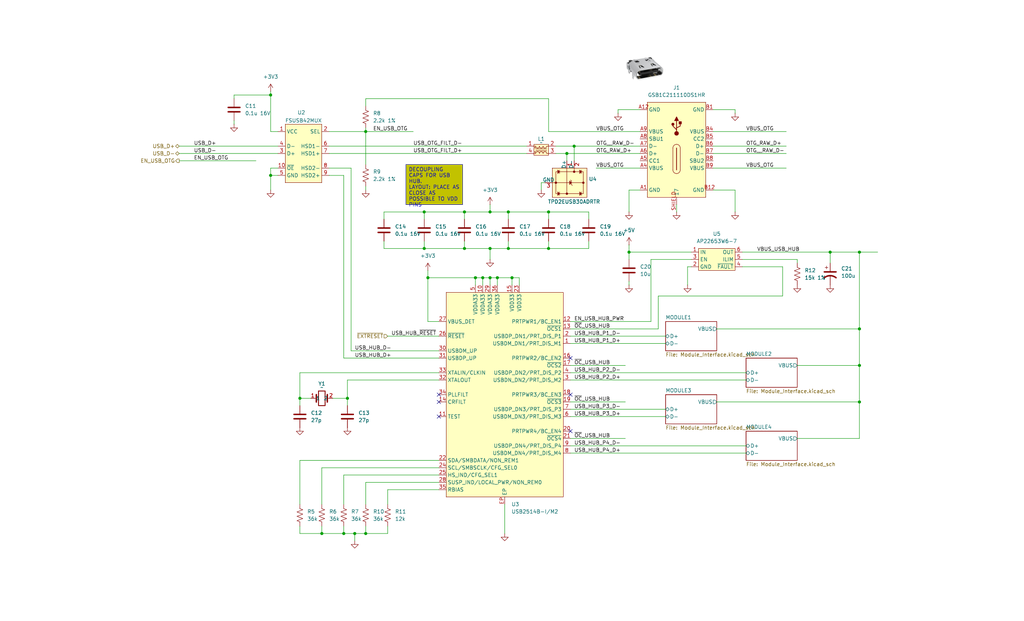
<source format=kicad_sch>
(kicad_sch
	(version 20250114)
	(generator "eeschema")
	(generator_version "9.0")
	(uuid "b1cec727-77d7-4b7a-87e1-53bc50d8b433")
	(paper "USLegal")
	
	(text_box "DECOUPLING CAPS FOR USB HUB.\nLAYOUT: PLACE AS CLOSE AS POSSIBLE TO VDD PINS\n"
		(exclude_from_sim no)
		(at 140.97 57.15 0)
		(size 19.685 13.97)
		(margins 0.9525 0.9525 0.9525 0.9525)
		(stroke
			(width 0)
			(type default)
		)
		(fill
			(type color)
			(color 194 194 0 1)
		)
		(effects
			(font
				(size 1.27 1.27)
			)
			(justify left top)
		)
		(uuid "7e8eac42-1167-4783-82e5-21c9ba97aff6")
	)
	(junction
		(at 298.45 114.3)
		(diameter 0)
		(color 0 0 0 0)
		(uuid "086a4caf-e41a-4e31-a59c-febdb67be85a")
	)
	(junction
		(at 190.5 86.36)
		(diameter 0)
		(color 0 0 0 0)
		(uuid "08cfd8ca-efb5-44c0-9592-6e45bee820e7")
	)
	(junction
		(at 288.29 87.63)
		(diameter 0)
		(color 0 0 0 0)
		(uuid "0f0170c4-bcfa-421e-8763-1224a5f27089")
	)
	(junction
		(at 111.76 185.42)
		(diameter 0)
		(color 0 0 0 0)
		(uuid "12f00abc-cdcd-4441-a5a8-a6b5917f5274")
	)
	(junction
		(at 218.44 87.63)
		(diameter 0)
		(color 0 0 0 0)
		(uuid "15891789-e8d8-4e34-a2f6-004dadca22ed")
	)
	(junction
		(at 93.98 33.02)
		(diameter 0)
		(color 0 0 0 0)
		(uuid "18918495-c3f7-46bd-b5de-77eb24078a43")
	)
	(junction
		(at 161.29 73.66)
		(diameter 0)
		(color 0 0 0 0)
		(uuid "1d06ccad-de62-4e22-9d54-39e6356bd9b0")
	)
	(junction
		(at 120.65 138.43)
		(diameter 0)
		(color 0 0 0 0)
		(uuid "311fd061-0f54-4ad9-b3ff-1a2c40e66375")
	)
	(junction
		(at 298.45 127)
		(diameter 0)
		(color 0 0 0 0)
		(uuid "373e3509-f33a-44e3-a42d-779a20ee530f")
	)
	(junction
		(at 148.59 96.52)
		(diameter 0)
		(color 0 0 0 0)
		(uuid "37ea5444-9e3f-4caf-8798-3f4bd8b3cb90")
	)
	(junction
		(at 170.18 73.66)
		(diameter 0)
		(color 0 0 0 0)
		(uuid "3a57b701-5309-4623-8fd6-fe44958fbd62")
	)
	(junction
		(at 127 185.42)
		(diameter 0)
		(color 0 0 0 0)
		(uuid "3e1e8f22-683f-40f4-97e0-f565c9eb576c")
	)
	(junction
		(at 147.32 73.66)
		(diameter 0)
		(color 0 0 0 0)
		(uuid "3fa3a812-7ab4-4e52-abb6-a041fa44fb9f")
	)
	(junction
		(at 176.53 73.66)
		(diameter 0)
		(color 0 0 0 0)
		(uuid "420302c6-4be8-49b4-a372-84a2f8f877ff")
	)
	(junction
		(at 298.45 139.7)
		(diameter 0)
		(color 0 0 0 0)
		(uuid "44ef6f1f-9041-4812-b81e-833f28d4c251")
	)
	(junction
		(at 123.19 185.42)
		(diameter 0)
		(color 0 0 0 0)
		(uuid "458692b3-e47c-4917-b5d1-6533816b148c")
	)
	(junction
		(at 172.72 96.52)
		(diameter 0)
		(color 0 0 0 0)
		(uuid "705dbb11-bc4d-42e0-81e5-116dc1a7badd")
	)
	(junction
		(at 176.53 86.36)
		(diameter 0)
		(color 0 0 0 0)
		(uuid "772da6bf-19d7-4a2a-9df5-4cca1aacfe74")
	)
	(junction
		(at 196.85 53.34)
		(diameter 0)
		(color 0 0 0 0)
		(uuid "774768b9-1c55-42d4-8fea-be9ce3634c32")
	)
	(junction
		(at 104.14 138.43)
		(diameter 0)
		(color 0 0 0 0)
		(uuid "8e4c57dc-b987-4f41-8e9c-928f4ad91c07")
	)
	(junction
		(at 93.98 60.96)
		(diameter 0)
		(color 0 0 0 0)
		(uuid "90324a5d-308b-4adc-a064-ca3dad72dee6")
	)
	(junction
		(at 199.39 50.8)
		(diameter 0)
		(color 0 0 0 0)
		(uuid "b482236a-0597-426e-844f-271ba3313c56")
	)
	(junction
		(at 167.64 96.52)
		(diameter 0)
		(color 0 0 0 0)
		(uuid "c14fa10a-eff5-419c-92c1-890544a5cb7e")
	)
	(junction
		(at 147.32 86.36)
		(diameter 0)
		(color 0 0 0 0)
		(uuid "c4e0a833-5d66-438a-aa7d-ca761e526b7e")
	)
	(junction
		(at 127 45.72)
		(diameter 0)
		(color 0 0 0 0)
		(uuid "c90e22dd-7244-4a44-ad1f-f912c0f9a594")
	)
	(junction
		(at 298.45 87.63)
		(diameter 0)
		(color 0 0 0 0)
		(uuid "ca01c2ab-201b-4689-8259-6354dad8d3cd")
	)
	(junction
		(at 119.38 185.42)
		(diameter 0)
		(color 0 0 0 0)
		(uuid "d2461fef-4a16-49ec-b86f-8c7dc54efa40")
	)
	(junction
		(at 177.8 96.52)
		(diameter 0)
		(color 0 0 0 0)
		(uuid "d7ddf102-e88e-41f5-be1d-1d2f15482a42")
	)
	(junction
		(at 170.18 86.36)
		(diameter 0)
		(color 0 0 0 0)
		(uuid "daa89c45-4829-4896-b909-91b9bc2a9946")
	)
	(junction
		(at 190.5 73.66)
		(diameter 0)
		(color 0 0 0 0)
		(uuid "e121a607-6c62-4a57-9830-ace136b435a4")
	)
	(junction
		(at 161.29 86.36)
		(diameter 0)
		(color 0 0 0 0)
		(uuid "e87ecb7b-848f-4724-a057-2cf26f1b1d43")
	)
	(junction
		(at 165.1 96.52)
		(diameter 0)
		(color 0 0 0 0)
		(uuid "f7ca2954-4505-4866-954b-851f588095c9")
	)
	(junction
		(at 170.18 96.52)
		(diameter 0)
		(color 0 0 0 0)
		(uuid "fc8d200d-7df2-40db-8b11-c2b9797b7e0d")
	)
	(no_connect
		(at 152.4 144.78)
		(uuid "000ffd4d-0916-4a28-92a3-9b9972c07b57")
	)
	(no_connect
		(at 198.12 137.16)
		(uuid "0743dd7c-f5da-44e3-a655-bd15d05e440a")
	)
	(no_connect
		(at 198.12 149.86)
		(uuid "1f7c72c7-af6d-4189-8c53-fb1f8e1abf2e")
	)
	(no_connect
		(at 152.4 137.16)
		(uuid "42ddbe27-ca57-4f46-88d5-9951bdbadc1d")
	)
	(no_connect
		(at 198.12 124.46)
		(uuid "4b4a5865-273a-4d0c-9d1f-a02e33324962")
	)
	(no_connect
		(at 152.4 139.7)
		(uuid "a224d00c-925a-4736-a392-986928039fa3")
	)
	(wire
		(pts
			(xy 193.04 53.34) (xy 196.85 53.34)
		)
		(stroke
			(width 0)
			(type default)
		)
		(uuid "04561830-6b1f-4ba2-b952-d5ffbcba136e")
	)
	(wire
		(pts
			(xy 81.28 43.18) (xy 81.28 41.91)
		)
		(stroke
			(width 0)
			(type default)
		)
		(uuid "08e994e3-12c3-43b2-9508-7709779547de")
	)
	(wire
		(pts
			(xy 152.4 129.54) (xy 104.14 129.54)
		)
		(stroke
			(width 0)
			(type default)
		)
		(uuid "0941a662-9807-42a2-a431-5502f1d3ce12")
	)
	(wire
		(pts
			(xy 207.01 58.42) (xy 222.25 58.42)
		)
		(stroke
			(width 0)
			(type default)
		)
		(uuid "096d18b0-36d9-475a-81fa-b4bb591c59a6")
	)
	(wire
		(pts
			(xy 234.95 71.12) (xy 234.95 73.66)
		)
		(stroke
			(width 0)
			(type default)
		)
		(uuid "099ac630-5c99-4660-b25f-5a7d968aa635")
	)
	(wire
		(pts
			(xy 114.3 53.34) (xy 182.88 53.34)
		)
		(stroke
			(width 0)
			(type default)
		)
		(uuid "0a5d0c1d-8f86-4a0c-b6eb-77d633e99c43")
	)
	(wire
		(pts
			(xy 298.45 114.3) (xy 298.45 127)
		)
		(stroke
			(width 0)
			(type default)
		)
		(uuid "0af32758-9a9d-4678-a0ac-304c8ff9494f")
	)
	(wire
		(pts
			(xy 247.65 38.1) (xy 255.27 38.1)
		)
		(stroke
			(width 0)
			(type default)
		)
		(uuid "0c2ae087-8be5-4338-97a6-c589d1743df0")
	)
	(wire
		(pts
			(xy 199.39 50.8) (xy 199.39 55.88)
		)
		(stroke
			(width 0)
			(type default)
		)
		(uuid "0cc4b370-682b-487c-a002-64f6536e58d8")
	)
	(wire
		(pts
			(xy 127 45.72) (xy 143.51 45.72)
		)
		(stroke
			(width 0)
			(type default)
		)
		(uuid "0e236d1f-1255-4553-a85f-3555a59557fe")
	)
	(wire
		(pts
			(xy 93.98 60.96) (xy 93.98 66.04)
		)
		(stroke
			(width 0)
			(type default)
		)
		(uuid "0fe8970a-2c9d-4c69-8765-0c4673a35ae3")
	)
	(wire
		(pts
			(xy 176.53 73.66) (xy 176.53 76.2)
		)
		(stroke
			(width 0)
			(type default)
		)
		(uuid "121eee50-381c-473c-9cc6-52920c4abe73")
	)
	(wire
		(pts
			(xy 93.98 31.75) (xy 93.98 33.02)
		)
		(stroke
			(width 0)
			(type default)
		)
		(uuid "13f1f4f8-da7e-4abf-af36-b2f56d69dffa")
	)
	(wire
		(pts
			(xy 193.04 50.8) (xy 199.39 50.8)
		)
		(stroke
			(width 0)
			(type default)
		)
		(uuid "1504e1d7-901d-4229-ac6e-3ad09ac22a02")
	)
	(wire
		(pts
			(xy 93.98 60.96) (xy 96.52 60.96)
		)
		(stroke
			(width 0)
			(type default)
		)
		(uuid "15aa3a95-18a1-4e5e-a029-976fbbd91649")
	)
	(wire
		(pts
			(xy 62.23 55.88) (xy 88.9 55.88)
		)
		(stroke
			(width 0)
			(type default)
		)
		(uuid "1754162e-ae5b-4dd3-b3af-95817210cdfd")
	)
	(wire
		(pts
			(xy 218.44 90.17) (xy 218.44 87.63)
		)
		(stroke
			(width 0)
			(type default)
		)
		(uuid "17dd0d4f-ea5b-4759-b1dd-b8c1a8f5d230")
	)
	(wire
		(pts
			(xy 119.38 60.96) (xy 119.38 124.46)
		)
		(stroke
			(width 0)
			(type default)
		)
		(uuid "17def084-0cb2-4736-bcb4-90182b8366a0")
	)
	(wire
		(pts
			(xy 218.44 87.63) (xy 240.03 87.63)
		)
		(stroke
			(width 0)
			(type default)
		)
		(uuid "19156af2-60f5-48cf-a0a8-4ee4a2046819")
	)
	(wire
		(pts
			(xy 133.35 76.2) (xy 133.35 73.66)
		)
		(stroke
			(width 0)
			(type default)
		)
		(uuid "1b7cd392-0bdf-4d58-9d05-5ed078057350")
	)
	(wire
		(pts
			(xy 134.62 175.26) (xy 134.62 170.18)
		)
		(stroke
			(width 0)
			(type default)
		)
		(uuid "1e73a5cf-284b-459a-a97e-84a82c6170b2")
	)
	(wire
		(pts
			(xy 167.64 96.52) (xy 165.1 96.52)
		)
		(stroke
			(width 0)
			(type default)
		)
		(uuid "1e75a94b-af5e-402e-b690-aecd183e87e5")
	)
	(wire
		(pts
			(xy 298.45 87.63) (xy 298.45 114.3)
		)
		(stroke
			(width 0)
			(type default)
		)
		(uuid "1f663dfb-b022-4441-ac62-ea1691456952")
	)
	(wire
		(pts
			(xy 190.5 73.66) (xy 190.5 76.2)
		)
		(stroke
			(width 0)
			(type default)
		)
		(uuid "21a73dd4-ffaf-4d1f-8d9a-12809678a003")
	)
	(wire
		(pts
			(xy 214.63 38.1) (xy 222.25 38.1)
		)
		(stroke
			(width 0)
			(type default)
		)
		(uuid "23e7c50b-6e38-41d5-8421-dd9dc1e3cae5")
	)
	(wire
		(pts
			(xy 176.53 83.82) (xy 176.53 86.36)
		)
		(stroke
			(width 0)
			(type default)
		)
		(uuid "247c7916-a32e-457a-b2d2-d77ca42b83f3")
	)
	(wire
		(pts
			(xy 119.38 165.1) (xy 152.4 165.1)
		)
		(stroke
			(width 0)
			(type default)
		)
		(uuid "24adab6e-99b4-426c-be33-fe9fefea94d6")
	)
	(wire
		(pts
			(xy 177.8 96.52) (xy 177.8 99.06)
		)
		(stroke
			(width 0)
			(type default)
		)
		(uuid "276891f8-07c9-4a4f-9614-0ae0f058b51a")
	)
	(wire
		(pts
			(xy 152.4 132.08) (xy 120.65 132.08)
		)
		(stroke
			(width 0)
			(type default)
		)
		(uuid "28354146-8f4f-41fc-8501-822ebd86f013")
	)
	(wire
		(pts
			(xy 134.62 170.18) (xy 152.4 170.18)
		)
		(stroke
			(width 0)
			(type default)
		)
		(uuid "283e9490-9179-4e0d-b470-8264c5de2451")
	)
	(wire
		(pts
			(xy 161.29 73.66) (xy 161.29 76.2)
		)
		(stroke
			(width 0)
			(type default)
		)
		(uuid "2abf3ad4-d560-4bc4-a953-84f7404907bf")
	)
	(wire
		(pts
			(xy 190.5 45.72) (xy 190.5 34.29)
		)
		(stroke
			(width 0)
			(type default)
		)
		(uuid "2af4efe4-e408-415d-9660-69b3ce47f837")
	)
	(wire
		(pts
			(xy 81.28 34.29) (xy 81.28 33.02)
		)
		(stroke
			(width 0)
			(type default)
		)
		(uuid "2cea9b51-14ec-4381-9513-685f2e3c3948")
	)
	(wire
		(pts
			(xy 104.14 140.97) (xy 104.14 138.43)
		)
		(stroke
			(width 0)
			(type default)
		)
		(uuid "2f7febc3-1637-4284-913c-fec6207699d6")
	)
	(wire
		(pts
			(xy 127 45.72) (xy 127 57.15)
		)
		(stroke
			(width 0)
			(type default)
		)
		(uuid "31befd2f-00e0-459d-a06e-7f0ab1b6e156")
	)
	(wire
		(pts
			(xy 104.14 160.02) (xy 152.4 160.02)
		)
		(stroke
			(width 0)
			(type default)
		)
		(uuid "3359547a-c922-4b73-af06-6a86f921e24e")
	)
	(wire
		(pts
			(xy 198.12 152.4) (xy 217.17 152.4)
		)
		(stroke
			(width 0)
			(type default)
		)
		(uuid "3422f1af-7b00-4ae9-a0ee-fc7c753787b8")
	)
	(wire
		(pts
			(xy 198.12 114.3) (xy 228.6 114.3)
		)
		(stroke
			(width 0)
			(type default)
		)
		(uuid "343ce307-8848-4eb9-b09e-20e87a7de983")
	)
	(wire
		(pts
			(xy 111.76 175.26) (xy 111.76 162.56)
		)
		(stroke
			(width 0)
			(type default)
		)
		(uuid "354f5858-b653-46e3-bda6-0fb580d5c1f3")
	)
	(wire
		(pts
			(xy 198.12 154.94) (xy 259.08 154.94)
		)
		(stroke
			(width 0)
			(type default)
		)
		(uuid "35c28ca5-d6dd-4590-8112-27a008de3ade")
	)
	(wire
		(pts
			(xy 152.4 111.76) (xy 148.59 111.76)
		)
		(stroke
			(width 0)
			(type default)
		)
		(uuid "363dd692-d2e4-4766-b3e5-76fea85accb2")
	)
	(wire
		(pts
			(xy 127 182.88) (xy 127 185.42)
		)
		(stroke
			(width 0)
			(type default)
		)
		(uuid "3692d590-5828-4020-ba8f-feeab750b6fc")
	)
	(wire
		(pts
			(xy 180.34 96.52) (xy 180.34 99.06)
		)
		(stroke
			(width 0)
			(type default)
		)
		(uuid "39152c17-5c49-4604-b89e-740833c3af88")
	)
	(wire
		(pts
			(xy 121.92 58.42) (xy 121.92 121.92)
		)
		(stroke
			(width 0)
			(type default)
		)
		(uuid "47a1451e-8a07-4ba8-9b33-e6be1e11db87")
	)
	(wire
		(pts
			(xy 133.35 86.36) (xy 147.32 86.36)
		)
		(stroke
			(width 0)
			(type default)
		)
		(uuid "4843d812-b91c-4f27-b8e6-5689db0f700c")
	)
	(wire
		(pts
			(xy 147.32 73.66) (xy 147.32 76.2)
		)
		(stroke
			(width 0)
			(type default)
		)
		(uuid "4b67b342-d6df-45cd-8fc8-a83a8c662b06")
	)
	(wire
		(pts
			(xy 198.12 116.84) (xy 231.14 116.84)
		)
		(stroke
			(width 0)
			(type default)
		)
		(uuid "4bd96431-c555-4b9f-be27-f475b2b6309f")
	)
	(wire
		(pts
			(xy 199.39 50.8) (xy 222.25 50.8)
		)
		(stroke
			(width 0)
			(type default)
		)
		(uuid "4e874357-430e-4dfc-971f-aa6ad4fd73c6")
	)
	(wire
		(pts
			(xy 104.14 175.26) (xy 104.14 160.02)
		)
		(stroke
			(width 0)
			(type default)
		)
		(uuid "5051093d-af80-49f8-968d-77ed88eca2a9")
	)
	(wire
		(pts
			(xy 170.18 86.36) (xy 176.53 86.36)
		)
		(stroke
			(width 0)
			(type default)
		)
		(uuid "50c13120-d150-4a88-8c60-5bf8732890c5")
	)
	(wire
		(pts
			(xy 170.18 86.36) (xy 170.18 90.17)
		)
		(stroke
			(width 0)
			(type default)
		)
		(uuid "50d43e6c-c79b-4b5c-b408-3b9e39a35b74")
	)
	(wire
		(pts
			(xy 104.14 138.43) (xy 107.95 138.43)
		)
		(stroke
			(width 0)
			(type default)
		)
		(uuid "5318f23b-5c52-4c83-b00b-5859224220f6")
	)
	(wire
		(pts
			(xy 196.85 53.34) (xy 196.85 55.88)
		)
		(stroke
			(width 0)
			(type default)
		)
		(uuid "535bbc4d-1903-48aa-9334-a54cc5ed57bf")
	)
	(wire
		(pts
			(xy 96.52 58.42) (xy 93.98 58.42)
		)
		(stroke
			(width 0)
			(type default)
		)
		(uuid "592a8c54-fd2f-4fad-a45b-6967482d1cc1")
	)
	(wire
		(pts
			(xy 190.5 34.29) (xy 127 34.29)
		)
		(stroke
			(width 0)
			(type default)
		)
		(uuid "59df5f82-dbb2-4af6-a599-9d03e4e9cd6d")
	)
	(wire
		(pts
			(xy 127 167.64) (xy 152.4 167.64)
		)
		(stroke
			(width 0)
			(type default)
		)
		(uuid "5ae3ed3e-ca93-41f5-b9c2-1604ef434c6f")
	)
	(wire
		(pts
			(xy 190.5 73.66) (xy 204.47 73.66)
		)
		(stroke
			(width 0)
			(type default)
		)
		(uuid "60acb221-99ef-47e7-9e1a-75d9ec64fd46")
	)
	(wire
		(pts
			(xy 165.1 96.52) (xy 165.1 99.06)
		)
		(stroke
			(width 0)
			(type default)
		)
		(uuid "6a4c15af-b391-4ec5-9e94-ffd781ede151")
	)
	(wire
		(pts
			(xy 147.32 83.82) (xy 147.32 86.36)
		)
		(stroke
			(width 0)
			(type default)
		)
		(uuid "6ab4faf1-f041-4d16-b69a-aa3aa67ff5c6")
	)
	(wire
		(pts
			(xy 133.35 73.66) (xy 147.32 73.66)
		)
		(stroke
			(width 0)
			(type default)
		)
		(uuid "6b03c510-0d4a-443d-be81-f9202b44628a")
	)
	(wire
		(pts
			(xy 167.64 96.52) (xy 167.64 99.06)
		)
		(stroke
			(width 0)
			(type default)
		)
		(uuid "6d3b0cdb-4c17-4dcb-8638-7d73331f7e87")
	)
	(wire
		(pts
			(xy 121.92 121.92) (xy 152.4 121.92)
		)
		(stroke
			(width 0)
			(type default)
		)
		(uuid "6daca26e-5912-4a7f-b0a0-0b00356cbaed")
	)
	(wire
		(pts
			(xy 119.38 185.42) (xy 123.19 185.42)
		)
		(stroke
			(width 0)
			(type default)
		)
		(uuid "6eed6774-d225-4d42-9768-01daaa8f31e1")
	)
	(wire
		(pts
			(xy 111.76 185.42) (xy 119.38 185.42)
		)
		(stroke
			(width 0)
			(type default)
		)
		(uuid "6fa286c5-91de-4382-8ce3-6acb768fb958")
	)
	(wire
		(pts
			(xy 187.96 63.5) (xy 189.23 63.5)
		)
		(stroke
			(width 0)
			(type default)
		)
		(uuid "75b02b45-cd0f-4523-8d1f-8be093aafc6c")
	)
	(wire
		(pts
			(xy 204.47 86.36) (xy 204.47 83.82)
		)
		(stroke
			(width 0)
			(type default)
		)
		(uuid "774cfad5-8585-4713-a862-942c11526d68")
	)
	(wire
		(pts
			(xy 134.62 116.84) (xy 152.4 116.84)
		)
		(stroke
			(width 0)
			(type default)
		)
		(uuid "79021e9f-41d5-45fd-9185-7e730b263471")
	)
	(wire
		(pts
			(xy 288.29 87.63) (xy 298.45 87.63)
		)
		(stroke
			(width 0)
			(type default)
		)
		(uuid "7a05749a-ede3-4098-9de5-55bb204214db")
	)
	(wire
		(pts
			(xy 226.06 111.76) (xy 226.06 90.17)
		)
		(stroke
			(width 0)
			(type default)
		)
		(uuid "7c4e4ac7-70ff-473c-bd95-27b2d9163f66")
	)
	(wire
		(pts
			(xy 218.44 85.09) (xy 218.44 87.63)
		)
		(stroke
			(width 0)
			(type default)
		)
		(uuid "7e686d82-8ffe-4bef-84fe-4379c252097d")
	)
	(wire
		(pts
			(xy 127 185.42) (xy 134.62 185.42)
		)
		(stroke
			(width 0)
			(type default)
		)
		(uuid "7f195f2b-178c-47a8-b20f-79d7006047aa")
	)
	(wire
		(pts
			(xy 93.98 45.72) (xy 96.52 45.72)
		)
		(stroke
			(width 0)
			(type default)
		)
		(uuid "7fbeeb80-5dcc-40f0-a127-ae187f20bd23")
	)
	(wire
		(pts
			(xy 228.6 114.3) (xy 228.6 102.87)
		)
		(stroke
			(width 0)
			(type default)
		)
		(uuid "8205d4da-b6d9-44fd-abbf-3fd51364ca1a")
	)
	(wire
		(pts
			(xy 298.45 87.63) (xy 304.8 87.63)
		)
		(stroke
			(width 0)
			(type default)
		)
		(uuid "82dbe6a5-b6ad-4acf-8193-0444d2b1794a")
	)
	(wire
		(pts
			(xy 298.45 127) (xy 298.45 139.7)
		)
		(stroke
			(width 0)
			(type default)
		)
		(uuid "8322b994-d935-40db-97c3-bc629e0622d2")
	)
	(wire
		(pts
			(xy 147.32 73.66) (xy 161.29 73.66)
		)
		(stroke
			(width 0)
			(type default)
		)
		(uuid "8586bd4f-f0b1-407b-b963-935692f780f1")
	)
	(wire
		(pts
			(xy 198.12 132.08) (xy 259.08 132.08)
		)
		(stroke
			(width 0)
			(type default)
		)
		(uuid "85bae380-d8bc-4410-ba3d-f465dc83e171")
	)
	(wire
		(pts
			(xy 134.62 185.42) (xy 134.62 182.88)
		)
		(stroke
			(width 0)
			(type default)
		)
		(uuid "882b5bef-29d0-41e7-b43e-f06e4e565954")
	)
	(wire
		(pts
			(xy 119.38 182.88) (xy 119.38 185.42)
		)
		(stroke
			(width 0)
			(type default)
		)
		(uuid "88563149-c4a1-4dcf-a632-976aeecc4889")
	)
	(wire
		(pts
			(xy 187.96 66.04) (xy 187.96 63.5)
		)
		(stroke
			(width 0)
			(type default)
		)
		(uuid "8a8bbe90-059d-45c5-b270-9959f242b579")
	)
	(wire
		(pts
			(xy 214.63 39.37) (xy 214.63 38.1)
		)
		(stroke
			(width 0)
			(type default)
		)
		(uuid "8d25ed9c-6022-42b4-92b7-6ede030d9fb0")
	)
	(wire
		(pts
			(xy 104.14 129.54) (xy 104.14 138.43)
		)
		(stroke
			(width 0)
			(type default)
		)
		(uuid "913827d4-4824-4245-8bfd-d8f5c1c25e19")
	)
	(wire
		(pts
			(xy 170.18 73.66) (xy 176.53 73.66)
		)
		(stroke
			(width 0)
			(type default)
		)
		(uuid "937a65ca-fcd4-4327-8038-13120b342cf3")
	)
	(wire
		(pts
			(xy 255.27 73.66) (xy 255.27 66.04)
		)
		(stroke
			(width 0)
			(type default)
		)
		(uuid "9622af92-b7ce-4902-9e59-cccc0f09b41a")
	)
	(wire
		(pts
			(xy 196.85 53.34) (xy 222.25 53.34)
		)
		(stroke
			(width 0)
			(type default)
		)
		(uuid "9795c8f7-7477-4e60-ac82-77c2fc77c50c")
	)
	(wire
		(pts
			(xy 198.12 144.78) (xy 231.14 144.78)
		)
		(stroke
			(width 0)
			(type default)
		)
		(uuid "97da9af3-e2ec-4f80-817e-7451a78ac8bb")
	)
	(wire
		(pts
			(xy 198.12 142.24) (xy 231.14 142.24)
		)
		(stroke
			(width 0)
			(type default)
		)
		(uuid "981dfadb-8d34-484e-86da-0384cbc0bcf1")
	)
	(wire
		(pts
			(xy 271.78 102.87) (xy 271.78 92.71)
		)
		(stroke
			(width 0)
			(type default)
		)
		(uuid "9847e395-d98d-41cd-9043-17dc03cc9975")
	)
	(wire
		(pts
			(xy 147.32 86.36) (xy 161.29 86.36)
		)
		(stroke
			(width 0)
			(type default)
		)
		(uuid "9d0ca2d8-ef6f-4239-998d-e3e90701631d")
	)
	(wire
		(pts
			(xy 288.29 87.63) (xy 288.29 91.44)
		)
		(stroke
			(width 0)
			(type default)
		)
		(uuid "9d64468f-67a9-4c62-9d3f-166f6ba62004")
	)
	(wire
		(pts
			(xy 127 64.77) (xy 127 66.04)
		)
		(stroke
			(width 0)
			(type default)
		)
		(uuid "9e844643-134b-4334-8653-26b90f8ebc09")
	)
	(wire
		(pts
			(xy 148.59 93.98) (xy 148.59 96.52)
		)
		(stroke
			(width 0)
			(type default)
		)
		(uuid "a24788c9-32a2-4aa0-b39d-9bfa8b867285")
	)
	(wire
		(pts
			(xy 175.26 175.26) (xy 175.26 185.42)
		)
		(stroke
			(width 0)
			(type default)
		)
		(uuid "a621d1f8-21fc-4a2b-a944-ccc0c6dd4767")
	)
	(wire
		(pts
			(xy 247.65 50.8) (xy 273.05 50.8)
		)
		(stroke
			(width 0)
			(type default)
		)
		(uuid "a748025c-47e9-4cc4-96fa-6f43e245a7f5")
	)
	(wire
		(pts
			(xy 198.12 129.54) (xy 259.08 129.54)
		)
		(stroke
			(width 0)
			(type default)
		)
		(uuid "a8b15e31-b937-428f-8a74-1cc593d54ad2")
	)
	(wire
		(pts
			(xy 248.92 139.7) (xy 298.45 139.7)
		)
		(stroke
			(width 0)
			(type default)
		)
		(uuid "a904780f-bbae-4f86-920b-6f93d267512a")
	)
	(wire
		(pts
			(xy 238.76 92.71) (xy 240.03 92.71)
		)
		(stroke
			(width 0)
			(type default)
		)
		(uuid "a98a72f0-ab1f-4aa3-b2b3-69c3865ef151")
	)
	(wire
		(pts
			(xy 198.12 111.76) (xy 226.06 111.76)
		)
		(stroke
			(width 0)
			(type default)
		)
		(uuid "ab6bb9d7-e72a-41d8-a4ce-bc8ae87366eb")
	)
	(wire
		(pts
			(xy 247.65 45.72) (xy 273.05 45.72)
		)
		(stroke
			(width 0)
			(type default)
		)
		(uuid "ae5c9b6f-f321-4159-9126-ba620c972ffd")
	)
	(wire
		(pts
			(xy 276.86 90.17) (xy 276.86 91.44)
		)
		(stroke
			(width 0)
			(type default)
		)
		(uuid "aea90096-10da-4d71-9ec7-ed23bec04a1a")
	)
	(wire
		(pts
			(xy 218.44 66.04) (xy 222.25 66.04)
		)
		(stroke
			(width 0)
			(type default)
		)
		(uuid "af61e549-01aa-419c-b3ae-f86d11ccbaa6")
	)
	(wire
		(pts
			(xy 247.65 66.04) (xy 255.27 66.04)
		)
		(stroke
			(width 0)
			(type default)
		)
		(uuid "b0d1d9d9-a89b-4355-9a1c-ef7185eda647")
	)
	(wire
		(pts
			(xy 114.3 45.72) (xy 127 45.72)
		)
		(stroke
			(width 0)
			(type default)
		)
		(uuid "b2ebcdf9-efc2-470a-be83-d644488527c9")
	)
	(wire
		(pts
			(xy 123.19 185.42) (xy 127 185.42)
		)
		(stroke
			(width 0)
			(type default)
		)
		(uuid "b3d6f243-499f-4f90-a085-260492d27b09")
	)
	(wire
		(pts
			(xy 127 44.45) (xy 127 45.72)
		)
		(stroke
			(width 0)
			(type default)
		)
		(uuid "b42e16a6-ad33-4351-a155-25d2b0fb8e47")
	)
	(wire
		(pts
			(xy 111.76 182.88) (xy 111.76 185.42)
		)
		(stroke
			(width 0)
			(type default)
		)
		(uuid "b4dce48d-01e4-424b-9756-0925f28eda8b")
	)
	(wire
		(pts
			(xy 176.53 86.36) (xy 190.5 86.36)
		)
		(stroke
			(width 0)
			(type default)
		)
		(uuid "b4f3f031-d20f-4362-95a3-4c8da5dbc4a2")
	)
	(wire
		(pts
			(xy 104.14 185.42) (xy 111.76 185.42)
		)
		(stroke
			(width 0)
			(type default)
		)
		(uuid "b5775545-89d7-434c-8a50-336fd2490e3b")
	)
	(wire
		(pts
			(xy 204.47 73.66) (xy 204.47 76.2)
		)
		(stroke
			(width 0)
			(type default)
		)
		(uuid "b5e9ab6f-4bec-498b-a0ac-6ba17ec19b90")
	)
	(wire
		(pts
			(xy 172.72 96.52) (xy 172.72 99.06)
		)
		(stroke
			(width 0)
			(type default)
		)
		(uuid "b74d5c2e-3f09-46e4-9bd2-88c062ccd555")
	)
	(wire
		(pts
			(xy 257.81 90.17) (xy 276.86 90.17)
		)
		(stroke
			(width 0)
			(type default)
		)
		(uuid "ba554a95-9d21-41aa-b643-26ea014e029e")
	)
	(wire
		(pts
			(xy 247.65 58.42) (xy 273.05 58.42)
		)
		(stroke
			(width 0)
			(type default)
		)
		(uuid "bd0115dc-0aa9-42a3-ac84-dd0a2546d1d0")
	)
	(wire
		(pts
			(xy 161.29 73.66) (xy 170.18 73.66)
		)
		(stroke
			(width 0)
			(type default)
		)
		(uuid "bd388b65-86d1-402e-b27c-ceff4b71a309")
	)
	(wire
		(pts
			(xy 123.19 185.42) (xy 123.19 187.96)
		)
		(stroke
			(width 0)
			(type default)
		)
		(uuid "bd8808f6-27b7-49b0-9bb2-19b12dbd785f")
	)
	(wire
		(pts
			(xy 167.64 96.52) (xy 170.18 96.52)
		)
		(stroke
			(width 0)
			(type default)
		)
		(uuid "bf2bd2e6-f3fe-4de1-b2bb-b899e6eea7b9")
	)
	(wire
		(pts
			(xy 276.86 127) (xy 298.45 127)
		)
		(stroke
			(width 0)
			(type default)
		)
		(uuid "bf37287a-1c87-48ae-b855-b569b9077308")
	)
	(wire
		(pts
			(xy 170.18 96.52) (xy 172.72 96.52)
		)
		(stroke
			(width 0)
			(type default)
		)
		(uuid "c51d66d8-7db3-4b83-8317-a999c3bd0f0a")
	)
	(wire
		(pts
			(xy 257.81 92.71) (xy 271.78 92.71)
		)
		(stroke
			(width 0)
			(type default)
		)
		(uuid "c5a0c949-4952-4802-9dde-d1603269b828")
	)
	(wire
		(pts
			(xy 111.76 162.56) (xy 152.4 162.56)
		)
		(stroke
			(width 0)
			(type default)
		)
		(uuid "c5ce8703-7222-4d72-a65c-08b84d067e13")
	)
	(wire
		(pts
			(xy 93.98 58.42) (xy 93.98 60.96)
		)
		(stroke
			(width 0)
			(type default)
		)
		(uuid "ca06bf74-8019-4ae3-9f5f-89b4185c36b0")
	)
	(wire
		(pts
			(xy 226.06 90.17) (xy 240.03 90.17)
		)
		(stroke
			(width 0)
			(type default)
		)
		(uuid "cc4aeb55-d3af-488d-b28e-2308f23f9b99")
	)
	(wire
		(pts
			(xy 148.59 111.76) (xy 148.59 96.52)
		)
		(stroke
			(width 0)
			(type default)
		)
		(uuid "ccf8b443-c467-402c-a385-336df67a9a4e")
	)
	(wire
		(pts
			(xy 120.65 138.43) (xy 120.65 140.97)
		)
		(stroke
			(width 0)
			(type default)
		)
		(uuid "ce2380b3-5d24-4005-9ec9-5ede30ef1ea1")
	)
	(wire
		(pts
			(xy 119.38 175.26) (xy 119.38 165.1)
		)
		(stroke
			(width 0)
			(type default)
		)
		(uuid "d51d814c-a2aa-41d2-8614-1d556fa3e164")
	)
	(wire
		(pts
			(xy 247.65 53.34) (xy 273.05 53.34)
		)
		(stroke
			(width 0)
			(type default)
		)
		(uuid "d8daf47c-3811-4b74-9c93-fd1b446b2589")
	)
	(wire
		(pts
			(xy 198.12 157.48) (xy 259.08 157.48)
		)
		(stroke
			(width 0)
			(type default)
		)
		(uuid "d8fc89c2-797d-40bc-8d26-1a5e14815ce0")
	)
	(wire
		(pts
			(xy 198.12 139.7) (xy 217.17 139.7)
		)
		(stroke
			(width 0)
			(type default)
		)
		(uuid "d962ea58-9954-4cd2-b662-b2618c5f387d")
	)
	(wire
		(pts
			(xy 172.72 96.52) (xy 177.8 96.52)
		)
		(stroke
			(width 0)
			(type default)
		)
		(uuid "dad87e8c-6bc8-4545-af09-a308609a7828")
	)
	(wire
		(pts
			(xy 218.44 73.66) (xy 218.44 66.04)
		)
		(stroke
			(width 0)
			(type default)
		)
		(uuid "db8c9f4f-6496-42c1-b99e-a0b10c4dda2e")
	)
	(wire
		(pts
			(xy 127 175.26) (xy 127 167.64)
		)
		(stroke
			(width 0)
			(type default)
		)
		(uuid "de007728-473b-4e1b-a050-af676a98aeee")
	)
	(wire
		(pts
			(xy 62.23 50.8) (xy 96.52 50.8)
		)
		(stroke
			(width 0)
			(type default)
		)
		(uuid "deed8de2-db31-4e5c-bc79-54d8e1c59ffe")
	)
	(wire
		(pts
			(xy 93.98 33.02) (xy 93.98 45.72)
		)
		(stroke
			(width 0)
			(type default)
		)
		(uuid "df847cd0-c20f-45b2-9de3-f872a619e020")
	)
	(wire
		(pts
			(xy 161.29 83.82) (xy 161.29 86.36)
		)
		(stroke
			(width 0)
			(type default)
		)
		(uuid "df8cba9d-8b0e-4115-914a-d00b96d67e09")
	)
	(wire
		(pts
			(xy 161.29 86.36) (xy 170.18 86.36)
		)
		(stroke
			(width 0)
			(type default)
		)
		(uuid "e04b4f6f-d9a9-4762-8ea3-6b035d89bf3f")
	)
	(wire
		(pts
			(xy 176.53 73.66) (xy 190.5 73.66)
		)
		(stroke
			(width 0)
			(type default)
		)
		(uuid "e18a5d2a-0db4-4b0f-945c-7a7ac3d54cda")
	)
	(wire
		(pts
			(xy 228.6 102.87) (xy 271.78 102.87)
		)
		(stroke
			(width 0)
			(type default)
		)
		(uuid "e326ebc6-94f3-4c3b-bb0f-4964621b8200")
	)
	(wire
		(pts
			(xy 115.57 138.43) (xy 120.65 138.43)
		)
		(stroke
			(width 0)
			(type default)
		)
		(uuid "e3e2be2c-9e29-4f13-9a2e-90b059be6093")
	)
	(wire
		(pts
			(xy 104.14 182.88) (xy 104.14 185.42)
		)
		(stroke
			(width 0)
			(type default)
		)
		(uuid "e4e4ad3d-5805-4ab1-8e40-587f14dc7f1c")
	)
	(wire
		(pts
			(xy 119.38 124.46) (xy 152.4 124.46)
		)
		(stroke
			(width 0)
			(type default)
		)
		(uuid "e53a9f4f-fb66-4444-86bd-1a1503eb7a3b")
	)
	(wire
		(pts
			(xy 114.3 60.96) (xy 119.38 60.96)
		)
		(stroke
			(width 0)
			(type default)
		)
		(uuid "e602e180-1684-4405-b519-034b69e3a50b")
	)
	(wire
		(pts
			(xy 190.5 83.82) (xy 190.5 86.36)
		)
		(stroke
			(width 0)
			(type default)
		)
		(uuid "e6bdf2fd-a643-4ffb-aa27-db819bcb05c2")
	)
	(wire
		(pts
			(xy 81.28 33.02) (xy 93.98 33.02)
		)
		(stroke
			(width 0)
			(type default)
		)
		(uuid "e78665b3-2a23-4f0a-81e8-9d868933d9fa")
	)
	(wire
		(pts
			(xy 170.18 71.12) (xy 170.18 73.66)
		)
		(stroke
			(width 0)
			(type default)
		)
		(uuid "e7e6f9ac-5278-400c-9442-2edc6df572e7")
	)
	(wire
		(pts
			(xy 255.27 39.37) (xy 255.27 38.1)
		)
		(stroke
			(width 0)
			(type default)
		)
		(uuid "e8bf05e2-93da-472b-95b5-b9a574088a6d")
	)
	(wire
		(pts
			(xy 133.35 83.82) (xy 133.35 86.36)
		)
		(stroke
			(width 0)
			(type default)
		)
		(uuid "e904b08e-64d1-40f7-ae4a-a3225d880124")
	)
	(wire
		(pts
			(xy 148.59 96.52) (xy 165.1 96.52)
		)
		(stroke
			(width 0)
			(type default)
		)
		(uuid "e92bd7c7-533e-4cb4-901d-ee00935bcc64")
	)
	(wire
		(pts
			(xy 114.3 50.8) (xy 182.88 50.8)
		)
		(stroke
			(width 0)
			(type default)
		)
		(uuid "e9724d31-fd3a-4ec8-98ee-3c78c6d7dc2a")
	)
	(wire
		(pts
			(xy 198.12 127) (xy 217.17 127)
		)
		(stroke
			(width 0)
			(type default)
		)
		(uuid "ed57758a-38de-4d76-a92e-ca1f06551fad")
	)
	(wire
		(pts
			(xy 238.76 99.06) (xy 238.76 92.71)
		)
		(stroke
			(width 0)
			(type default)
		)
		(uuid "eef993bb-bb88-47dc-9cb9-cfdaf19df6e0")
	)
	(wire
		(pts
			(xy 257.81 87.63) (xy 288.29 87.63)
		)
		(stroke
			(width 0)
			(type default)
		)
		(uuid "efe1c7ef-7aaa-4848-b37b-92315d36c1d8")
	)
	(wire
		(pts
			(xy 248.92 114.3) (xy 298.45 114.3)
		)
		(stroke
			(width 0)
			(type default)
		)
		(uuid "f161a17a-6a9c-46a2-aca4-f98324ecaf3e")
	)
	(wire
		(pts
			(xy 127 34.29) (xy 127 36.83)
		)
		(stroke
			(width 0)
			(type default)
		)
		(uuid "f426594e-a9a4-4fd7-9da8-6e73ec42ea39")
	)
	(wire
		(pts
			(xy 298.45 139.7) (xy 298.45 152.4)
		)
		(stroke
			(width 0)
			(type default)
		)
		(uuid "f498acc1-09e1-4558-84f2-3c76201ba4ce")
	)
	(wire
		(pts
			(xy 190.5 45.72) (xy 222.25 45.72)
		)
		(stroke
			(width 0)
			(type default)
		)
		(uuid "f700e8f9-535a-4b8b-b340-2888e102e7c8")
	)
	(wire
		(pts
			(xy 218.44 97.79) (xy 218.44 99.06)
		)
		(stroke
			(width 0)
			(type default)
		)
		(uuid "fb52762a-f843-46f5-b792-01cf88147ebe")
	)
	(wire
		(pts
			(xy 170.18 96.52) (xy 170.18 99.06)
		)
		(stroke
			(width 0)
			(type default)
		)
		(uuid "fbda5a95-c3bc-4d77-8987-7d8430f53bee")
	)
	(wire
		(pts
			(xy 198.12 119.38) (xy 231.14 119.38)
		)
		(stroke
			(width 0)
			(type default)
		)
		(uuid "fc1c6de7-170b-419c-b570-e980da9e9a48")
	)
	(wire
		(pts
			(xy 120.65 132.08) (xy 120.65 138.43)
		)
		(stroke
			(width 0)
			(type default)
		)
		(uuid "fc88f9ff-e4ec-4ba4-a077-6222e6217679")
	)
	(wire
		(pts
			(xy 177.8 96.52) (xy 180.34 96.52)
		)
		(stroke
			(width 0)
			(type default)
		)
		(uuid "fd85ef46-ff04-45bb-b55b-d2d76a2d1d47")
	)
	(wire
		(pts
			(xy 190.5 86.36) (xy 204.47 86.36)
		)
		(stroke
			(width 0)
			(type default)
		)
		(uuid "fd9f91b8-c71b-456a-9213-e9b5cd50df35")
	)
	(wire
		(pts
			(xy 114.3 58.42) (xy 121.92 58.42)
		)
		(stroke
			(width 0)
			(type default)
		)
		(uuid "fdb5ae56-be05-412e-a7cb-8e828f723266")
	)
	(wire
		(pts
			(xy 276.86 152.4) (xy 298.45 152.4)
		)
		(stroke
			(width 0)
			(type default)
		)
		(uuid "fdcc8f26-f46b-4ae5-8386-551916285dc5")
	)
	(wire
		(pts
			(xy 62.23 53.34) (xy 96.52 53.34)
		)
		(stroke
			(width 0)
			(type default)
		)
		(uuid "fde78c33-9601-4bd0-972d-3412417a23a3")
	)
	(image
		(at 224.155 23.495)
		(scale 0.0594016)
		(uuid "467e6900-fa13-4a7e-a871-6e02867d5cda")
		(data "iVBORw0KGgoAAAANSUhEUgAAA8gAAAMdCAYAAABHoV+eAAAACXBIWXMAAA7EAAAOxAGVKw4bAAAA"
			"EHRFWHRsb2dpY2FsWAAzMDQ5LjI097smaQAAABB0RVh0bG9naWNhbFkAODQ0LjA1MZ0Lp9IAAAAo"
			"aVRYdHN1Ykdlb21ldHJ5TGlzdAAAAFVURi04AHN1Ykdlb21ldHJ5TGlzdADcxulSAAAgAElEQVR4"
			"XuzdaZPjxpnu/SsBbrX3qm61WpbGHk+E5ZjF3/9LnOfFRIznHHvCE7ZlWeqlNq4A8nmRuIGbSbCq"
			"epPU7v8vGs0i1gQIgnkxATDEGKMAAAAAAPjEFXkPAAAAAAA+RQRkAAAAAABEQAYAAAAAQBIBGQAA"
			"AAAASQRkAAAAAAAkEZABAAAAAJBEQAYAAAAAQBIBGQAAAAAASQRkAAAAAAAkEZABAAAAAJBEQAYA"
			"AAAAQBIBGQAAAAAASQRkAAAAAAAkEZABAAAAAJBEQAYAAAAAQBIBGQAAAAAASQRkAAAAAAAkEZAB"
			"AAAAAJBEQAYAAAAAQBIBGQAAAAAASQRkAAAAAAAkEZABAAAAAJBEQAYAAAAAQBIBGQAAAAAASQRk"
			"AAAAAAAkEZABAAAAAJBEQAYAAAAAQBIBGQAAAAAASQRkAAAAAAAkEZABAAAAAJBEQAYAAAAAQBIB"
			"GQAAAAAASQRkAAAAAAAkEZABAAAAAJBEQAYAAAAAQBIBGQAAAAAASQRkAAAAAAAkEZABAAAAAJBE"
			"QAYAAAAAQBIBGQAAAAAASQRkAAAAAAAkEZABAAAAAJBEQAYAAAAAQBIBGQAAAAAASQRkAAAAAAAk"
			"EZABAAAAAJBEQAYAAAAAQBIBGQAAAAAASQRkAAAAAAAkEZABAAAAAJBEQAYAAAAAQBIBGQAAAAAA"
			"SQRkAAAAAAAkEZABAAAAAJBEQAYAAAAAQBIBGQAAAAAASQRkAAAAAAAkEZABAAAAAJBEQAYAAAAA"
			"QBIBGQAAAAAASQRkAAAAAAAkEZABAAAAAJBEQAYAAAAAQBIBGQAAAAAASQRkAAAAAAAkEZABAAAA"
			"AJBEQAYAAAAAQBIBGQAAAAAASQRkAAAAAAAkEZABAAAAAJBEQAYAAAAAQBIBGQAAAAAASQRkAAAA"
			"AAAkEZABAAAAAJBEQAYAAAAAQBIBGQAAAAAASQRkAAAAAAAkEZABAAAAAJBEQAYAAAAAQBIBGQAA"
			"AAAASQRkAAAAAAAkEZABAAAAAJBEQAYAAAAAQBIBGQAAAAAASQRkAAAAAAAkEZABAAAAAJBEQAYA"
			"AAAAQBIBGQAAAAAASQRkAAAAAAAkEZABAAAAAJBEQAYAAAAAQBIBGQAAAAAASQRkAAAAAAAkEZAB"
			"AAAAAJBEQAYAAAAAQBIBGQAAAAAASQRkAAAAAAAkEZABAAAAAJBEQAYAAAAAQBIBGQAAAAAASQRk"
			"AAAAAAAkEZABAAAAAJBEQAYAAAAAQBIBGQAAAAAASQRkAAAAAAAkEZABAAAAAJBEQAYAAAAAQBIB"
			"GQAAAAAASQRkAAAAAAAkEZABAAAAAJBEQAYAAAAAQBIBGQAAAAAASQRkAAAAAAAkEZABAAAAAJBE"
			"QAYAAAAAQBIBGQAAAAAASQRkAAAAAAAkEZABAAAAAJBEQAYAAAAAQBIBGQAAAAAASQRkAAAAAAAk"
			"EZABAAAAAJBEQAYAAAAAQBIBGQAAAAAASQRkAAAAAAAkEZABAAAAAJBEQAYAAAAAQBIBGQAAAAAA"
			"SQRkAAAAAAAkEZABAAAAAJBEQAYAAAAAQBIBGQAAAAAASQRkAAAAAAAkEZABAAAAAJBEQAYAAAAA"
			"QBIBGQAAAAAASQRkAAAAAAAkEZABAAAAAJBEQAYAAAAAQBIBGQAAAAAASQRkAAAAAAAkEZABAAAA"
			"AJBEQAYAAAAAQBIBGQAAAAAASQRkAAAAAAAkEZABAAAAAJBEQAYAAAAAQBIBGQAAAAAASQRkAAAA"
			"AAAkEZABAAAAAJBEQAYAAAAAQBIBGQAAAAAASQRkAAAAAAAkEZABAAAAAJBEQAYAAAAAQBIBGQAA"
			"AAAASQRkAACA9y7GqBhj3hsA8DM3ynsAAADg7eSh2J6HELb6AwB+nmhBBgAAeA98OM5bkPPgDAD4"
			"eSIgAwAA3FEefH3/29xlHADAT4uADAAA8IZoHQaAf0whclQHAAC4lVWZYoxvfE2xn+ZNpwUA/Hho"
			"QQYAAHhHIQSCLwD8A6AFGQAA4I72VZtuCsd+mpvGAwD89GhBBgAA+IAIxQDw8SAgAwAA3NHbhl1O"
			"wQaAjwMBGQAA4A34oOtv3LXv9GsAwMeDgAwAAPAWhsIxIRkAPm4EZAAAgDfgQ3CMUU3TEJIB4B8E"
			"ARkAAOANWSBummarIyQDwMdtlPcAAADAzSwg+86uTS6KghtyAcBHioAMAADwFnw4zvsZC8rWj+AM"
			"AD9vBGQAAN7SvtNoP6YQlK/Dhy77UFD0oXLo55CGhuflNvm0Zmi5vn+M26dL13WtqqpU1/VOV1WV"
			"qqrSZrPRarVS0zQqikKz2Uynp6c6Pj7W4eGhxuNxN+88NOflyZ8DAH4aBGQAAN6CD1aehZ/bgk4+"
			"nbltureVBzC/fD8sH+99shAqbZ+GHGNUVVWSpNFotLPsfLjvP1Teoen9+vrlWpnqutZms9F6vdZq"
			"tdJisdB8Ptf19bUWi0XXz55vNhtdXV3p9evX2mw2Go/H+uyzz/Qv//Iv+vrrr/XFF19oMpl0y/Hr"
			"bf28ofIBAH58BGQAAD6gPAi9SfjJp5V2px8aR9odbx8/vQ+b++b7Jm4qg4XToXFs2fZoN7/y4+bl"
			"89PEGFXXdRd889ZfP6yqKq3X6y4YL5dLLRaLLgzP53PN5/MuIF9dXWm5XGqz2Wg+n+vq6kqbzUaj"
			"0UgPHz7U1dWVLi8vtV6v9ezZM52ennYtyf4mXhaUh8Q4/EUCAODDCzH/hAEAAHey7yPUt1DaowU8"
			"626TT2vyllf/aPz8b1pWPl3+fEheHml4efmjsenrulYIoQuKQy2sdrqzJJVluRMWfTlsfGsJtrBr"
			"3Xq91nw+1+XlpebzudbrtZbLZReA5/P51rjr9VqbzUabzWbrVGsfsEMIKstSkrTZbBRC0GQy0bNn"
			"z/Rv//Zv+u1vf6vf/OY3evToUbfOq9VKIQRNp1OVZbkThEMIquta6/VaMUZNJhOVZbmzHQEAHwYt"
			"yAAAvIGbwuFd5NPfJA+AIbx5y+6+8YfKbf32TfM+2DpYZ8GwKIqun9QHXguk1i9vAbbQatcE+1Ok"
			"7TRpC73X19e6uLjYCcg+GG82m27+1uKbd7Yeo9FIs9lsK9Sen59rvV53p4KPx2NtNhvdu3dv8PTw"
			"GIdb0Y0F8fzLAQDAh0FABgDgjiy0SSkgWdjbF1z8cB8MbR5+vPzvfP5+HB/S/KNn00rb5bagZcNs"
			"XHPT+kjDy9rnbcat67orQ4xRm81m53RnC7MWcC0IWyi2wLtarbrWYGtZXq/XqqqqC9i+ldqXpSzL"
			"LtD61y1v0bbwbjfpms1mKopC3377req61mKx0KtXr/Sv//qvevLkiabTqaT+dGu75tq/HkVRaDKZ"
			"dMur69Ta/ibbEwDwdgjIAAC8Jz7kDMmD0D4+CNnfQ9P5MJsH3qHxh+Th2Muf3yQPb/lzY/MMIWi9"
			"Xuvi4kKr1WorwG42m671eLVadS2/dv3varXaupGWhWMfiq1VOW8NtkevKIqtzsKorYNtzxD6llzr"
			"ZwF5NBp1oblpGr1+/bori12jvFqt9PDhQx0cHCjG1Hpu8ze2HDut2soa4+2tzQCAd0dABgDgjiwg"
			"5f2kPvhZkMnZePn0++ThyPf3bHl5y7Z11s+ulTVD87HHvPPD8+ny5Vg3FOb8PMuy1GKx0B/+8Af9"
			"7W9/0/X19VYr8fX1ddfyu1qtupthhRC68Gyh2k619uHXyuFbgqXtG2X57Sptr0u+DWx97IZb/rpk"
			"Oz3cprNyWdlWq5UuLi707bff6t///d/1/PlzzWazLgT7ZfrHENJp3Pa8adLPSeXbFQDw/hCQAQB4"
			"B3nIel/ysGQhzZ8ObEHU/t7Hj2fuMt2b2rcM/9yforxYLPSnP/1J//3f/62XL1/q+vpadV1ruVzq"
			"8vJSq1X6jWE7zdjPz7aHX48Q+hZe+0LAB0obnm9TP988rPppbXobHmNqBbaWYymdIm6tyjFGLZdL"
			"/fDDD93p36PRSOv1Wp9//rnu3bu384VJvs0AAD8uAjIAAHfkA5UPTp4FqX18IMvD0NA8/bhVVWm5"
			"XHatlmVZdi2kRZFOD86nD6G/9tmX2w+zMvu/pd3y3UWMfQj209vy67q/e/VisdCf//xn/dd//Ze+"
			"++47VVWls7MzFUXRnUZd17XKstTR0ZGKotByuVRVpd9EtrLmnV+2BWtbN3/qsnU5K59/9Jqmv4P1"
			"eDzu5lnX6UZdTdNoMploPB5rPB53p1zbKeQvX77U7373u27+s9lsa562DF9ue33zsgAA3i8CMgAA"
			"b8AClQWXPFTm4/m/LfD48JP3s/HsuR93s9louVyqaRqNRiONx2NNp1NNJhNNp9O9gc7mafO34VZ2"
			"X1YvH2blyQOwXwfr7Lkfbsqy1Gaz0fX1dXejLQuQIYQuMEp9GPUh0UKk9bf1GSqvPdrfNj8/3OTb"
			"zdbBj+/n5UOrjRtjH8TtC4umSaeEX1xc6H//93/VNI3G47FWq5W++uorPXjwQLPZrDt9W9pdF6kv"
			"b15OAMD7Q0AGAOAN5OEkfy5tBzMfcH1Ia5rdnyna19n1tTZNURQaj8eazWY6PDzsbvo0nU67Fs27"
			"2hfC/N/2WFXppllVVXXr5svl18k6v+5lWWoymXTXBF9dXenw8FAPHjzQ69evdXl5qfV6rRDS7wkX"
			"RTodumkaXV9fd63l4/F4a75+OZ6FZ789rLz2uvkvFCyU5uvmlyWlgG93n95sNlvDxuOxQkjXSa9W"
			"K8WYArP9HNR6vdZf/vIXXV9f69tvv9Xvfvc7/frXv9azZ8+6O1xbWazcVp4Q9n8BAgB4PwjIAAC8"
			"AR+i8k7aDsU+OA51PiD7oJz3s3nYMiwg2zC7IdRsNutCcn6KsC+fPdrfvrz+0f8t9QHZh8J8/XxQ"
			"zqcvy7L7GSRb90ePHunrr79WVVX6+9//rsVi0U0bQrpJlY0bY3/Nr7Fy+E7a/eIifz7UL5/Pvi6E"
			"vuXa1tv65y3KdZ1OEbfW5PU6/U7zfD5XVVXd7yRvNhs9e/ZMp6enms1mW2UCAPx4QuTICwDAnVlI"
			"app02qwPtXmXD/PPfeCy+ebyYObHsTDmW1Unk0l3urW/BtZ+gkjqW1B9oPXl848+mFoI9GW3MvrH"
			"/G/PTkm2+VgZXr16pT/+8Y/6n//5H/3pT3/S+fl5t37W2lxVqdXaQu1QuPWPeX9p95TofJx8+9qj"
			"D8NVla5/9l9C2Pr4aX35bL5VVXWnkR8cHGg2m2kymejp06f6zW9+o2+++UbffPONHj161C3P5mvL"
			"yucNAHi/aEEGAOCO6jrdhMmCjt10yfr50JeHTwtX9ncuD0DW4miBUtoNcn45VpbxeKzlcnnngGzT"
			"50HelzvG3YCe84Eyf/SBzpZZVZWKotDx8XF3yrSV8dtvv9X5+Xl3urVtG5s+n6/97QN0XlZffj+O"
			"36b5cL9sH4bz7WHD821k5bJtbOWzea1WK52fn2uxWHTjWIvy6empJpPJVnkAAB8eARkAgDtar9d6"
			"9epV9xu9drrsZrPZauG0zrNh43F/IybrL+0GSntu0+WPnoWuGNOdri3ID43n57uv88Pz6fbJ1yPv"
			"L/XlNHWdftIphKAHDx5oNBrp8PBQp6en+v3vf6/vv/9ei8VCIaTt5oOytL1tfD/PxvfLtZA9NO7Q"
			"NgghhVw/jn2BYOs0tG29ENI1xfYlgA/M9nNXi8VC19fX+v777/XNN9/o888/767FbhquQQaAHwMB"
			"GQA+cdvV+Nt9qKq5leO2+e+Ut+uRzWH7YUuMMY0dpZQ1QhoxRsXYP7Ugklo86+5uyxcXF6kVuW1J"
			"rqtaMaYAVRTpNN6iLFWEQqEIfRm6gFNIsjL4NQqpPC4Abf/VFs6taz9+UJRUN40UpagU2LuuiQpB"
			"CkWhVKJ2+e0cO8HK2887tP0HdeX35doW2+3cr6q1+Ep13bTXJh9oNBppNB4rhEKL5VKhKPT69Wst"
			"5osu8NtPWuUh0ead+rv1c0WycJuX1f5Kj+20VuZuQNsjWKtw7F7zpokqykJFW6Y0us213Y5St+2j"
			"opq6UVRqNW9i1MXlpTZVpfVmo+VypaIoVFWVHj9+rKOjYxVFUJGdBSD1+1vOAroP7f45AGAYARkA"
			"PjKuvv+e9EHpRrGNDh+qgt0WIt42+5hvg9SjjyNdQe1hR1QKZpJUFG2AiSmwWfAoyz50VFWtq+tr"
			"vT6/0OvX57q6vuqGSUp3NC5SQApF0c7TWhXTONGKpZCeyMqcFTDaf9bf0lXW2w9La51tmLTsLiC1"
			"q9NPnv3lXtfurzRgYN6eK99eNo+oum4UJRVFqVD0kzVNo1CUOj461ufPnqkoS92//0D/+79/0p//"
			"/Bf97dtvtd5sdHpykm5iFYoUYGP7pYaiFNoW6tAG4aZRHRulrV4oSCnEBqXXW2m6LstG28QhbY+Q"
			"wnCapJ1OSssuomITFJuoJjZq4vbZA10ndduxXUTaz2KjEIr0hYBSuTfrjf76179qtVxpvdno9fmF"
			"fvvNN/ri+XOdnpxoPE77VFWl38OWpIODg62AnLdcDz0nJAPAfgRkAPjE7c09A1J4GGb18Jvq3tt1"
			"dfekCybq/x+YT1bX7/jeUVJoZxbzga2+ZVVdAOqHSVI/PMZGy9VKV1dXury81GK51GZTKQT7Td7+"
			"t3mtdbgogqQsHIdUkK71eg8r89D6K4S2gG7g4IgmhTSpH80HJj/l+wlNN8+jiVJsGoWQAnLhylQ3"
			"jaSg0Xis09MzjcfpN55DCKrrRovFQufn56qbRuvNpj31uGw3SbqJmCRFhbYlN0hF2hdsnWNU+sKk"
			"3QTb+1Owf+lZsG2X+qQvNtJfabKgEAqpiG6tbfx+u/fTpWeSlScNbxqpKNL2aJqo9XqtFy9fSv/3"
			"/2q9XqtpGi2WSz1//lwPHzzQdNb/FJRn+7T3fl5TAPi0EJAB4BPXtnHdbs9oWZ28e57Xza2/Dyt9"
			"YEjjRwUF2XWlafwhft4xWhC1CfIFd0vpe8V+mWnaPsxauI0xXXe6Xq81ny90eXml+XyhGKWyTL+B"
			"WxQhBb02GPfBqA1Hbh36v/dsyEH5uHGgnzTcz7Ph+6Y3Nw17dzGmG1GFEFSW6cZhMabree3u0FLq"
			"f3x8IimF47IcaTKZ6i9/+Yu+++47zecLFUWp0Sj95nOMUZvNxp16nL64kEYKob8ZWVRUm6M7PkRu"
			"/y351zGEFEDTqdXpdHV73YeCaL+f+/0uyvbDENI146vVSiEEjcdpHWezAzVNoxcvXmo+X+jVq9f6"
			"29/+pv/4j//QP//zr/Tksyc6PDzQwcGBpP4mbk3T30wt7ZupVbkL6m05hsoKAOgRkAHgE5O3Mu3I"
			"6s83BeitWd2WvW5wpzp77P5Ly+2mSX/kFf+ubEE22RYbPyiF4xhTZwFISj/L42/GVVWVUrgrFUIK"
			"w3YNqD1/f4bmNbQyQ+N5fvjQ9Oa2+Xw4Fux8wBuPxzo+Ptbjx49VFOl3n0ejkRaLhV6+fKnlcqm6"
			"rjWZTFzrfTq1OsZ0Krd/bWKMe1c9f9268Xe+VPGttEGSb6FPj/veXza8adLwskw33rJgm85CSD8f"
			"ZXdJtxvA1XWt0Wikqr1z+pPPPtPh4WF3w7fblgkAuDsCMgB8QmKMitofFCw/9dXqoNieGtz3sSDQ"
			"9vB5QdK+OrmF0D5QRPkl9Wz49jKiYhdSJLuOMiiEvsXZL9v+7vtvLyuEtr9bTtM0XSCR0p2G7a7Q"
			"IaRgHGNqresCcUhbpHuu/YHlU2dhVUrbyH5Gym9P62KMGo1GOjo6UlEUOjhIN/G6urrSer3WDz/8"
			"oPV6rdlspqOjI927d0/j8bgLlU2TArLdBboo+jtB2/z3Sa3QiR8vL5+tgx/P1s/G81+e+IBt/Zum"
			"/5kuP+zg4KAb/8WLF/o//+f/08uXL3V5eaFf//rX+vLLL3V2dtYtw29bXw4plS1fDwDAMAIyAOCd"
			"WLXbqtx9Pbz9I9pf+ZjuWdfLwkX7zIXXu7AgkKbZDtRSar1rmlp13XQtxUWRlhFjVFXVWq1WXSC2"
			"ALRcLrufcfJBZF8gwTALc1La3vZTRzH2pwXbdreWVfvpp+k0XXu7XC6733X+/vvvtV6vJUmTySTd"
			"vEvqvsiwZViALIr+N6U93y8fnr/WdwmeIWyHfRvXj2PPrfXb1ne1Wqksy3Tjt3ZbrFZL/fWvV1rM"
			"r9XUlVarlWKMev78uY6OjjSdTnfWj/0RAN4OARkAPiEhhJQVb6o7Z8OsxTgX2vAalGaZB4v0tA+s"
			"fcXdj5UHiuHW4LSQfnhQcOXsA0cKRHbNqbVORsWYHqsqhQtrJe6v22xU1013amuM20HYpmua9JNE"
			"FvLw5mzb2RcOtl/4VtCmSa+FD3uTyUSfffaZzs7O9Pz5cz1+/Fj//d+/1//7f3/Q69evtVwudXx8"
			"rAcPHmg6naosy+4U+bIsdXh4qKIots4QkPr9Mg+Weci1sGr7zL5x8n3DWshtGn/NtK2X7zefzxVj"
			"1Gw203Q61WQyUVVVWiwW+vv3f9dyudDl5WW7r9f66quvui8PpL78AIC3Q0AGgE/MbRXo2LX0ts/b"
			"in0nZJHZEvJ70gcWKQVsC79SCrq17DpOH8DTqarpdFULv/4U3hhTQF6v11s3dLLQY+Nbq2Z+XasP"
			"VdYPb85vNwuVUh+c0+vZB2cfPmezmU5OTrq7W49GI202KUifn5/r/Pxc4/FYMUaNx+kGXha0q6pS"
			"URTdPuGX5Q0t17q8bEP8sBj7QN006fRum97OUrD+kv3edjql357buOma5KUuzs9V17UePHig+/fv"
			"6+nTp930tkx79P393wCA/QjIAABJ6oNxG0z7/90fQelnc7JW5VT3zvvF1M/93mw7pBvHnvm4EaMF"
			"l9Tqux1wN1oul10rrx9up077gOw7H3yk7etMjW/9C2H7lN/RaNSFjjwE3YRg0rMvIWzblmW5NczC"
			"Ywgp/Nq2s5BYVen3f2OM+vLLLzWdTjUej3VwcKD//M//1MuXL/X9999rsVjo4cOHOjg40HQ6VVVV"
			"ur6+Vozpi49+vpLf+3y4HBJCf4M2ey7Z/jocnm0fss72zRjTvrtYLLb2SZvHYrHQYrHQ1dVVt8/V"
			"daP59VyvXr3Sd999pxcvXqiqqq5MeTlsO/t9lv0RAG5GQAaAT0xege90SXXPcCkNGqhf53Vuv4g2"
			"ckjqrwGOsWnHscp8f/doH2p9S3CM6RRUu5t0Pq4f34b5sCBth15jwcXkp8jatEWxe/1q/hy389vM"
			"B0zPXhN7LfxrKqXTlKfTqR4/fqx//ud/7sb585//3AVKC9Q2DztrwE6/tv2gKPrrk225+T5hrF8+"
			"vGlSy6+dol9VVVfmfJ+zfdXWx7doS/1+Zl/02BcK4/EorVN7DfLl5aWurq7UNH0LtN/fh7YpAOB2"
			"BGQA+IR0lWcXgoNdzxst+7bP018DoXi3oh1jH5JTvdyHXgsDUXVdabVatwHXB9vtU5zzzoZZ4EjL"
			"2Q4CeSjwASsPM2kbtKvdzjMPPTau8cP8cu4aRHy5P1X+NZF2W/Hz18y/tiGkVuXRaKSmaTSfz7XZ"
			"bPTo0SMdHBzo2bNn+vOf/6w//vGP+u6773R9fa3r6+vup5AsBJdl2f1k1Hg81mQy1mSSrvWdTCbd"
			"MB+iravrdBO3pkl3yJbSOtgXN/P5XNfX113ZLCj79anrdPq0rYd94dM06fr22WzWLd8H6KqqFEJq"
			"AR+N2rDcflFk28j+HtqXAQB3Q0AGgE9cVGzDcVC0bLyV4awCnp51AbMLwrtdCr7bLWRWyV+vLSDv"
			"Ds+f58NCSKe4Wjjx4cDz4cD+toDSDXPT+Ol9kPWBwx7zZXmEkpuFsH0X66bZbjn128+G+dfAAq4N"
			"DyHo8PBQR0dHun//vu7fv6+joyM9evRIL1680HK57G6AZa3Jdlq2ddPptOssJPuAbMuW0o3F7PeX"
			"rRwxpjMb7HTo8/NzXZyf6+LyUtfX190lAf7LnhBC9x6wYbZv5vt9Wv+oENptEIZbufN9NXfbcABA"
			"QkAGgE9IF/TaJuMu6sX2mT36fuor103TqK76n0myynzq0s2FUsuWf0z9rbJvj77zy8iF0IdiC0kh"
			"9GHXT+fLmbNAYde25uXJxzW2HAtLdd3frEvaHvem8JEv41Nkr6XUn/Lst6+9RhYO/XCbzsKk3YzL"
			"uqIodP/+ff32t7/Vr371Ky0WC61Wq+6mbBaQDw4Ouht4lWWp0XiscdsybfuZD/G+a5r+7tplma77"
			"DSGF3dVq1QXkly9f6ocfftCLFy/08uVLXVxc6Pr6um0FTutn19HbPjkej1UU6fRqfyO5EILG44mm"
			"04lijFos0l2uU+t3+o3nfN/K90kru7T7RQQAYBsBGQA+IakiHRXb8GsVZx8Ahh6ts59CqqtaeUCu"
			"qj4gW3//aPOQnc/dlccEhbaVzDrJhXpXqb8pEHg2ni3bgo/UB4ecD0fG/z003b7lY1u/D/Svs/1t"
			"wz0/vN8H0zW51jLsQ/RsNtPx8bFCSKdDbzbppm62bxZF0f2skgVh3/ky+Xnn7xFfNimF9qqqdHx8"
			"rJOTk63u6OioC8l26vV6vdZ6ve6+bLHlhtB/OWDrZEG+KIr2vZcC+mQy6e7mbWXz87Ft6bc5AOB2"
			"BGQA+KSkkFs3qRXOh1gLEfmjjWNdVdVqagsOuyHb+ADhg6mx8fPKu59uiAUUY+P7cGN8SDB+er98"
			"H0ZMXaftZOtowSNfTv5c2g17fjmfqhj73/8tikKjUaqG+H3IXkdr6bdhtk/atNaCa9NbZ0FYStf5"
			"HhwcSBoO4bYsW8bQeP71tvHT+6B/f9i4ZVnq9PRUBwcHOjs706NHj/TZZ5/p9evXuri40MuXL/Xi"
			"xQudn59rsVhstRSv1+tu/iGk30e2v6Wo1WqtzWbVXQM9m810cHDQlScve77/+XkDAPYjIAMfoXet"
			"aN91+ryCZW6b7m3dtVxv60PP/y72bVPpbuWK2q642+NQ17Q3x1Jsx7hD0WYAACAASURBVFFUUzeq"
			"2lOeYxwOyPnfNk6MKUQ07enVtiq2PCu/r4hbUNlXMQ+hb/3K++8TJSlGKYTudmF+2Z7N3x6lgdeg"
			"nU8+bRrU9xsq55sYmv/7dpdl3GWcIbbubzu9lOZhXzRYq620fb1xjH1Lv99vbB/0bD42zOZvr3kI"
			"KWjbsmJM1yLn85F231c5v4/ZOE3Tt/ZaaC/LdBMwa+GdzWY6PT3V9fW1zs7OdHBwoKOjo+4mYtfX"
			"11qtVlunVPsWbSnt7jE2is1uq3I/Tr9th14jvx39ugAAthGQgY+Mr7y9TYU1n35o2nwczyqHQ9O9"
			"rXwZ+9ZrX/+7yNfJzyNf/tvM/y5sOTFuBy2r0N5p/dppLfxaYK2bWnWVfgKmexwIuHWdTjv1YcPK"
			"4zsfOPx4KZ1aAO6L5Q2V369vbmj8oX6mkOQXftNr6e2bp2/btm1kf0u7rd83LcPbt7x90w+Nn/eL"
			"cfi9Z/2GhuXy/W1feUy+H0h3X86Q/PWy8vhyNU1qobUAGML2zdmsn7G/fTltHAvQfvht6yztL79N"
			"ay3YvgVZ2g7NZVnq4OBAo7LU4eFhd0Oxi4sLXV5e6vz8vGtRvry81HK5VNP0lyX069D+/vJ0ohCk"
			"yWTSbSNbRwv+fpvlbNtKqfxD/PZ7F/u28bvOFwA+NAIy8A9oX8XEWKXUP/+p5WUIYbflz+TPh3yo"
			"Sthdlm2GtvHQ9L7SGuNuSPX9mxhVN9unPFtl2p8aXdW16uwU6Rj731YdKsfdWTje3sa3bXNb5tB4"
			"Q/32eZNx7yJ/nfJtM7S8GHffQ0PjSbvzH9qn9xka7y7L8fw+FML+4GSGhhub3sYZKp+5aZjUtxrb"
			"vELozzgw+16PGPv3jHTz9rfp/RcfN41/F1ZW2xZWnrxcIYTuhmATd5fs4+NjXV1d6fDwsLtBV1mW"
			"ur6+7u7ybu/vVF63zZXWZblcaj6fa7lcdnfKltJp5Rbe85Zoaf+2yveTfeMBwD86AjLwkbGKi/3t"
			"+YrkUMVS6iu49revFFk/Pyxfhg17E3k58sraEF9Js+e5vN9NZb9pu+XP97mpLDm/vLy/f4wxVai7"
			"YOtD7kDArepam6r/WRjf+Qq6f/TlzrcL3k6+b93kpv1gyND4Jt9/PP8654/299B7w8YxQ8F1qBta"
			"zl3YtBYApe3fKPaBzt4L9ihp627Pfp4htK2sbt2GtoE0vP3uKp/WWqjzxxB2A/9oNNLR0dFWKC6K"
			"dOOw2Wymy8tLzedzLRYLLZdL9xvJtWJMx4nlMv2clLVAv3r1SsfHx1vbx+Zry/F36M63kdRvn5u2"
			"kd+H7sLvIwDwMSEgAz+Bu1Ya9lVE9vV/E3eZh41z1wrw0DyHpsn75c+l4Xm9K6uw+RYe6+8f35av"
			"ZPptlv9twVVqfzapDcEWivPOAnLTpFOpN23rks3Ty5/v867rireXv69y+14bP/6+aT3b3/P5+Wn9"
			"vp/vq/lwC3s2nh/fj3sTP5/8CxwbZgHZym6dTbdv+/myevl47yqfv5RCcr7thviwap0PyEdHR7q6"
			"utLV1ZUuLi5UlqVWq5XqulZZFopNo7IoupbnGKNWq1X3E1Ixxq1rrsuy1GQy6ZZrnQ23zhtav7dl"
			"ryMAfEwIyMCPLMbdgGZ8xWSoYnFbxcVXHK1SOWRoOXk/YxVYK3cIu60i0nB5PV82/+iH5fL1yQ31"
			"M/uGxZhOM7blW2Xcxt83nTS8rYxtI9/iZcHWltc06TRoaxWy6Sz8+s63Gvsg0cTY33xLu+UdWo98"
			"HLyb27bnbcP3vU9um872P9sfrJ892t/+/ZnP0/Yj24/9dN0+1r7PTQh9cLV93B/D/Hz8/Px8jYXB"
			"ENK1u7a/+/H9/i6la2Wt1VhKrcp1vX26tJXb+uXrPbSe++TTen4d/bL9PG35Q53xAXk0GnXh+PLy"
			"smsZnkwmury81GKxaANyqfGo1Hg80v379/XkyROdnJyoKNL1x/azUXZMa5rUmm3LsO1oNxCzx8lk"
			"otEoVQdv2nfy53f1ttMBwE+FgAz8RIYqcW/rpsqeucs476s8ubedr69w3pUt6223r69kD1V8Y9wN"
			"CNbfnwrqQ7IPAlaR9QE5f9y3XBPb1fLr1/0dpNDeRGtnWMvPCz8fMd6+z4Zwty+i7jIf3xkrQ77v"
			"+f1d2l1OCNvX5Jp8PjGmFs8Y0/vFv09sOVV7hoSVZTQadXeELsvtG0vZcr18+/gy5sPe1r7ta18i"
			"WNn9eH75+Xbz6zidTvvrlieT7sZd4/FIs9lUR4dHOjs71cOHD7vffLbfVm6apttGtg3tdfFh2Vqs"
			"p9OpDg4OupA89BoCwKeGgAz8BPIKyL7KyL7+Q5W8oX7SbgVV2r0rr7Rb4R3qv28cs6+/F8LNrbBD"
			"z/MWJSvLUGXTd0PLCSFdp5j3k9LymqZvvc3DbYzpN1wXi4U2m83Wts2n84++/H6aXF5WY+vTPlEo"
			"3r4CO7RcvJk33fbvc5uHsBsIjS+XBVq/bHs/WAiSdtfF3jcmxvSFUAipxbcobj4t17+X/PvC3gv2"
			"/rHf//VfGG02G202m+4Mi7pOrab2e79HR0ddN5vNtk4dtnLb8oa2+U3vPWl3W+T2Dffr7t/nfjkh"
			"pBZdK6MNs3Ds//YtvoeHh1qv15Kk6XSqo8MDnZye6PjoSAcHBzo4OFDTpN9Qti/dyrK/jjt/HWxe"
			"o9FIy+VSs9lM6/W6C8u2Te319ev8ttsNAD42BGTgR7avMjHUf1+FRLp52Ptiy8grv/vctUz5fPxy"
			"7joPL8bdVq99y7DAmgcI62eVed8a7INuVVVaLBZbLcB55wNxvhyp/3mYu9gZL+z/csWvPz5Od3nt"
			"QrYP5Px+4Ofn9/Whfcjma+HI79P23Ka1EOrfT/b+sfdJXaefFKuqjaoqva+Wy6Wur6+7uy5bSPaP"
			"FpCrqlJZlppOpzo8PNTx8bGOjo50cnKik5MTnZ6e6uTkRMfHx91p2/l2sX75tnhX+bxsGfny/RcJ"
			"IfQh2coVQv+Fnf/ywQLubDZTVaWfu0qnYR/q5PhY0+lERZFahC302hcYFpCLom/NttfHntsXfHaM"
			"8yF5Npt1XzxYOW4ytN4A8DEjIAM/AV+Z8JXPIfv6e77ClbN+fj5D40nD5bK/900j7Y6bG1q2n58v"
			"41D/m5ZtrOJny8pDqv292Wy2fhJlX8U+7/w8htZR2g0a0nAY9pVmz+a7b/4xRilGNXVUTD9IvDPv"
			"u3ibabBt33tlyL7tnU+XP8/FuP0+H3qveHm/EFKIs3Dr+/tg5vdZ/x6yzsKsBav1eq3VatV1dvdl"
			"/9zCsI1v18taWaw89h60LoR0irUFt8lkorIsdXZ2pmfPnunp06d6+vSpTk9Pu5Zkv32s8+s9tP2G"
			"3DZ83/s1n862b9NEDb31Y+xPg5a2p59MJqpr35I+08FsprJM1x1XVaX5fN6F5PyO1RaS87/tNbXX"
			"YrFYdKddHx4e6uDgoAvKtj/k6+X57QoAHzsCMvATyCtU78pXTPJKii3LKolSamnw/X3lZ9/0d/Em"
			"45qbpsmHxbgbeH3nK/F58LWuqiotl0tVVbrjq03nx8un8cuwyu6+7WX9bnpN3pWFY2n79c0N9cNP"
			"L9+vzW2v123Dpd1x8ue2bNuvrZ/t8358ey/4QGwtvD4Y2+/wWmfB2Ifh7Xmkny1qmv7mXPa+kvqf"
			"drL3aFmmm0tNp1OFEFRVlc7OzhRC0GSSflPYhpVlufWesG7fNn8bd5mX3472d1FIMe4m5KZJN9OS"
			"+lZkKS1nNBp1w2ezqabTiSbjcTddjLH7ssGWs9ls2kCerke2/raNfUC2zra37Qf25YV9KXGX1mQ7"
			"PgLAx46ADPzILGgNyStVb1PhGJq3LdMqwptN+h1dqzyWZbqb6ng83qpM2bx8mYfK46cZkve3537+"
			"/jHvl5ffTsGMsQ+3d+nyUJA/+uVL25XVfB1MPo31G+ovDY9vhpaxs09IKiQXkXenu+n1uKlsuLub"
			"tuHQdjdD2z9/jfPXL59fPo98vHx8L4QUkmJM76W63r7reh6EV6uV5vO5lsul1uu15vO5Li4uuuvw"
			"fWC2afMvlvzftowY+1ZN3+Jp4w+x6efzuYqi6E7VtmXXdTqmNc120Jd2t0n+3LtpmMlfQy+E7WO3"
			"rVf+upmyLLfWuQ/IKRjbevUhNR0BLARL/WnzVZXukm/huCzT9cz+WGbT2L5gYuxPvbZ9YLPZdNd8"
			"2+eDrcPQdvLrDQAfKwIy8DPlK1JDlSop9bfKp3+0YfbcV1irKp0WaeNZMLbT6yaTdG2brzjdJK8M"
			"+QrUkBj7Ux3zMvr18H/b+E3T32jGV8Qt/OaP9rd/Lg2f9mysfwj7T9WU+tfktvWVdl+//Lktx/fP"
			"+3XLCZJCkC/9vnXBz9O+fca/jn7fy4ftY/u330fz/VVK82qavtXQgpA/Ddpag+fzua6vr7VYLLrn"
			"l5eX3VkYNr69H/3+msLc9tkU9p60fnas6UNh/7634f74VBTpWtyTkxPdu3dPR0dHmk6ng3dg9us8"
			"tL3f1l3mddPrlYfSGHdDpe0jIaSALKWW9CIUiortYWC3ddxe1xhTgLYbgNn2kfoziOw18ts+xhSS"
			"/XHUlhNC0Lhtvbbx83IDwD8CAjLwI7tLhcIqPPmj/9sqMFbJtcqqD4Q2PO/nKz52fd/h4aFOTk66"
			"1gKrbEq3l9lX0vzjvnJbOX15rJy+vH6YBdwYh0+x9svI2bpYRfC29ZF2y3+TfH75c18hzodJw69v"
			"vmx7vRSlUEhy89maXurCc9MMt8QNlQHvbt923dff2PCh/cD4edj+7Pd/e39Y599fNjzG9GWTb3HN"
			"jx++VXi5XGqxWHQtyHlLsc3DlzWE/nRpfwyR0jpZS3EI6dhjrZypbI2qKi3f9vfJZKLDw8Ous2D8"
			"4MEDPXz4UA8fPtT9+/d1eHioskw3u/LHCyuTbQN7PmRf/31svW06P/1N84qxD6fGv1dtG8aYQq61"
			"6pZl2wJcN0rv9OFl2vrb/G0b2zz7+fV3yy6K3bMKbJ+x18vmb9d6S/26AMA/EgIy8BOyClaMw5Vc"
			"38+PaxVfX7H1lVabxodMPx/flWW6S2xVpbsym+l0ulPBNb4s9mjlytfDntt4dd1f05iX0Srcvr//"
			"25Yn9ZXenFXkfIXO9zcx3l6xy9dziC/Hm1Qabxpu0+fL7fpLWy3IUltdtvL6/tk8blouPryh/dAe"
			"93V+PM+G2/vMv8/z972NU1XpFFz/ZZq9J30Lsg/I1pps4diW5edv+2YI+8OxPfptYPOKUWqa1LJs"
			"17ymuzYf6fT0VKenpzo6OtK9e/f08OHD7rn91JEPgJ7fhtKPs//7ZQwtz6+/f7RyWj9r/ZXsOmUL"
			"+rUU+/nY8VVK62uviQ/I9prYOLl82fa6bDbppobWv2kaHRweauzKlh+P8ucA8LEhIAM/MquwWecr"
			"qXWdQqIPvHlF1MbJp0uVzN0wlC8vhNRyE2NqSfCB2pevrmuNRqOutcBXnHyl2Mrky+/L7udv87V+"
			"Nr092vxzVu68Ujk0rrQbQnzlU+qns/naOP5vP47/e8hQefy8fQU2L9tN/Hy7aUKQohS3YnAmBAUN"
			"V1Tvuuxh7zLtP458P9i3TfP+9tr7FmB7b9j7IH9v58N9/3x/u0vXNNtncOTv3zwg+0c7Xti4fr5+"
			"3SyQWbn8cmw7SOlUX2MBzs5mOT091YMHD7qW4rOzMx0fH+vg4KD7rV5bnq1Lvr2lfln+fee325uw"
			"18w/z/nlSdl7t2XbRtqep39N/baMMaoogtL7z+bXflnWTmPrb9vaz9u3Dvufb/KvjY1vfPntkhy7"
			"2dqonYeUSiSlY41Jpdt+DgAfEwIyPgr7KjT+A90qatbff8AP9X8bXTlsHlvlCvZvUJSkGFVVtVar"
			"pexOrlVVK/1OqDvVsapUV5WqulZT16rbSkzTNGrqRnWT+jdNW8GJrmIlKYRCoQgq/HZoh6bnQSGk"
			"7dHEqLpJlebFYim1lazlcpV+4mNU9vMJQbGJafmuYta0FeaqrlO5q1p1bY+17I61Nn7dNIptpSxG"
			"dWEvSFJw5Q4p6GnndUt/b/XaYgPsMbZ/97Gy7yO1S2nZvH1LbVBUbMcb3hclpQK5weklST263nv2"
			"ZSnYvx3br2GrL1ymX5sgpTK9F24+2XqmXu9rOR+PfeucB5Sm6UOo9Ze279Zsw/243Xu+fe/YvH0g"
			"DP490j7aPtbt63YMjFFN+/fWe7ctw3o9fGfq/NRqXwapD7e2Xlbebr91y/T9bdrxeKyDg4Outfje"
			"vXu6d++e7t+/r3v37uns7EwnJyc6PDzsroHN55nP27ZXt41Cf0qz3542jmfzsmF5l0/vx7O/ff98"
			"nXM+MNu4fv6pPIUkK1eQFNP/hV1+YfMI3fAY7ZKWSk1MX740TWpZDkWh2M5b7TxDoXT0COkYbPOr"
			"60ZNs9Fmk84yms5mipJG7anb+T0d8m0jhVSk/hkA/KwRkPFB+MrFu8grCZ6vRNjfVgH1H9j7+g+5"
			"qdypktIOl1Llookpp4SgEKJCDIq7k0rqp1+ulnrx4qWur6/7QLzZqKr6Vp00bj+tLU8xtnWNoBAK"
			"FWVUKAqVMZXDxrX/0mqkArVbQ1JbwZMUilKlVaxC0KaqFK/nWq3WqRUoBIXCKn62YrFdbyvjdgU1"
			"NtuVcN9JbV2sLX/adumuzEq97b/u71RitdXB3FC/JG2qdpld337ewWZsY0XJtmI/zPqn8W5YnKRs"
			"ur5vtw7pmXuyJfXsy6r29XPPt5/uEbZn8gby5W3zA3e3xdB75mPxpmWPsW8xtedSCjoWHmNMLXd1"
			"XW+dqmytcT6QrtfpZ3psPp4tw4fQoihUFoWKskyPbacQ2v0rPRYhHRej0i7RtPMPbRdjfxrtur1j"
			"9XK51HKx6Lu2zJuqUtOW0bqqSoHJ7lkg9aFfSqcI23XBVm4fLkNIp1OfnZ3p0aNHevbsmR4/fqz7"
			"9+/r6OioO4PFzmKx8vrpbb5S/zrkAdbG86+Xn4cPqD78d9vanaLsl+H5fWjodZT2j2PLt3XMh49G"
			"6aee+nKnU9IVo6KCQlGqCE16kUN63bsnUvrisqklBVV1mnY8magsCxVF2XZBKRy3k0pSVt6mabRY"
			"LvXi5Ustlksdtqe4T0M6K6kdMe1vfv2CZB+M7s9O9nQvm6UrFgB8EARkfFAxDn9zvq8Csc/Q+EP9"
			"pNTfPsz3LXtf//zvofGkvv6Ql8CqJP6DPP0dlW5AU2k+X+j8/EKXlxddZdJakJomSrLKd5EqLcEH"
			"1DSs66/whpWFoBilqKgY0/r165iC87pppE2Vzbdfjq3POwupEp/+vG0lbhs+bH8pw84s+9WK7Qu3"
			"Pbx3Q1n2DNrT+w7efsq3c5fl+X3m05AHG+ssFNhza6GzR0maz+f64Ycfup9GsjDcfzGW3v92XLIg"
			"ZqHMWujKMt1QadQ+hhAU2uXmglKZrdy+zLENgFVVqcpOp7bOX3dsrcd1XauJ/Sm5/hjpW5MtYJoY"
			"0xcFUn9KdVEUmkwm3TXFn332mZ48eaLPP/+8C8fj8Xir3FJ/8ymbh20vaXt9LcjaNpVSOWxaG9cP"
			"N0PztHF8SM2nuys/nd+Gvsx+mAnBWq4bSe0XDbLXukh/hSi1ZUuT9/NqmnTMj1EKYaW6iZpMxhqN"
			"bH2DZNuq/d+vYVT6gmVT1WoWC9Xtl8MxRin9U9m+JrGbRyqfldPmY4dYAPi5IiDjrQx9eOfP933Q"
			"m6H+vp/N01dQjFUkrKJinV2vZRUxq0haK4afXtot91CZfDlcT0lSW4+yngpBbcUkSX+nyslmU2mx"
			"WOj6eq7FIt0V1k6RTssNKsu+0mcVwLRcq9z4asfb1TBCiIoxKGTNnWmV+uexq8Skftub5u2WnWwv"
			"tzfUz7tt+Pv2Yy9vnx+7HD/28j4uMaYgbMcVCzb+iy47BlVVpb///e/6/e9/r++//14x9u93fwza"
			"CsBtZ8Ns+Hg87q4fLV1wtmOFD3X26I+TFmwtmG82/e8c+3Ccn1rdXXtc11243lSVyrLU4eGhJGmx"
			"WKiu6y7Q2/XBFpzLMv3O72azUVmWOjk50cOHD/XFF1/o2bNnevbsme7fv9/dbCvGdH8EY+uyXq+3"
			"tpdCUNGkU4b9MdO2hZReL1v3ph3XymevhQ/Otg62HW14XffXXdt2f1e2jH3s9bfxiqJQ00ghpC4d"
			"S6OKolGMUoyh69fOodvPpDRNjI3W600bmPt9cDRKn19S/zmTf0bYCOnzbKPr67nqulFdNzpo0s3S"
			"xqORQtz+AiEo9LNpi2PFCpKiG3yTWzYXALw3BGR8MFap8fLnt7mtAiH5D/NUkbDKjneX+Xj7ymn9"
			"+1Orbd595SIXo10Hlu4GulgstFqtu+u5jK/cpQpaakGW7HS+4TK9uaA0L1eB2VP4GD9EpcSWn/e7"
			"yW3D37cfe3n7/Njl+LGX93HyX17ZMaGu6/a9verCWIxRl5eX+u677/Tdd9917297tDBs19UWxXYr"
			"oi3DB0C7Pr8/7vQBSkrHKCuXhTsfjqtq91rjvMXYtxz7G3PFmIJ/U6e7Tdux1gJk0/Rn7dijbYei"
			"SDfgOj4+7lqLnz9/rs8//1yPHz/W4eFhuh9CWz4Ls9bZsm3e1jVF0bWk++O23yZDZcq3kdRvf79M"
			"k8//Xfiy3aQotk/9zvv1ZS+UjqlWvqFjrK1D3xLv9yOp36977nMtpP+iJLWvxXK1SvfHiOnzsCjS"
			"FwvWkryzlrtFSp9E2x9HAPCTIyDjrdz1A95XQvL+Q/b1l9KHu7Hx8vlKaVhZ9i3GNs5QhcnL5zlU"
			"bil9e153lZVS6TouyT7hQ5BssvR3qsRUVdVVQq2yk8bpK3u+QhhC2JqZlSfG/pTFtzW0/vsMbYM3"
			"mR74R2ItpFL/3rbj3Hw+18XFhZbLpSTp8PCwC5ibzaY7No3H464V1FqGt1qI22E+sMTo7qWw9Z7c"
			"PSb4aezYYy3a1nqcB2QL9xaMLRxb8LXjQFEUGk8mijFqsVh062StxNJumKvrWpPJRI8ePdIXX3yh"
			"f/qnf9KTJ0+6n2oqy1Lrdf/bzNYaXRT9qeb++GddCGH7RoTt+vpjls1nNEp3bm6apjsG2zBj09q8"
			"/bIkda/7+zB0DPXLtL89XxZ77vvn5R3SNLtfZlj/shy1n2f9Z9B2OWOXcZumURzYN4Kk6WyqkfsM"
			"lqRuwij7qNwyVOSBTQQAPwoCMt7KTR/A0u6H/9CH/ZB8Omm7UpBXDnzFyMvn4ytsIfQtHzZe/ujl"
			"875JXs6mSZVDq5Aul0ttNhvFmE7T83YrI5KyCs+blAXA+xdCfymHvZd9oIgxnQospZtX2fvahtlx"
			"K4TU0mbT+kBine8vpfd/0zT9zbfc8cDm65/b+BaK8tOr+3A813zubsjVjmMtjXXtzmBx62Knmk+n"
			"026b2DJjTMe4yWSiyWSi+/fv6/nz5/ryyy/11Vdf6f79+0pnyvQ/TWSt1Lb+fj1i7H+uKF+/VKzt"
			"aazfTfJta53xy/KvSz7em/LLtPn5slo/abfFeF/5bDvcrl+2fTbZ3+NxoxjTWQ22XF+utLi+DE2M"
			"iu08lstl93oqSJpMVLY3/+qnb1+XoYQMAD8jBGS8Mfsw7j7ssg/2/AM/fy71H5SerxT4CoTxlYG6"
			"Tqf4+Uqpryj5SkXTpBaUGNNNdfLl5BWB/NGLMaoopDKW6YvwYONZpSm1MKftk7bRZpNajq2Fpmqv"
			"37NyWGfzl/pAb/w478vQNgZwMzv+2KOUWpUnk4mOj49lP2nWNI2m06kmk0n3aC2j3XHHHQMsIBZF"
			"fw2s/e2Pc5IU2uDsuxB2v2DL520hOT/Fej5faD5P90WwY5SF4/xYH0JQcMdXW04Iobux1nK57Pod"
			"HR3p+fPnW6dT37t3T+PxeGs5UtqOXchS+nLRtrHfFrZO9mjbysax8Tx/WvF0Ot3aprac/Lgr9Z93"
			"IaRrqvP5vgtbfv665Wz9rCxWBntd/KPvhtYnBdb+y4z+S5C+NTiE9CWQ36faJdgf7edfGt406RKi"
			"+XzeLbc5bHQ4m6ko2hvZKSrdhFIqCym44NyOAAA/GwRk/Ch8BcA+zHP7+hurTOT9PPvQt2H58H38"
			"dHl/e+y7/sM+VSisopY6X9myCsh6ve4qoNbqUhTpdL99y8rL7tcnH/am/PRD2xXAsPRe3z6NV0oB"
			"zm5aVYRCm6raaomz97UPdvnfFoJs3vaez9/7eT/r78XY3yjMzmCxs1gWixSI7dpjf72xD4p2nLK/"
			"rSuKFO7tZldl2d9grGnSTbmKotDx8bEef/aZvv76a3355Zd68OCBjo+PuyDtt4cPwCHs3kDLxvHr"
			"afMIYftLT3tu49p41s/WwZbj1+02fr7vgy+7f+6X4f+2fUTqPzNs3/GfJ9LuPmHKMp0Ob9ukritZ"
			"eLVt47d1Pp8Yo+S2V4zpc87mJ0khSGV7TbLtQwqyS5m3WD+3GQDgJ0VAxhvb+sC7Qf6hP/S3tF15"
			"seG+ImP9/DBfabNHq2T6yqZVuOzaMZtnvqy8DP550/TfrnePTaOqqttKZaW6tmvn+paauu5/M9Sm"
			"tdPZrCU7X5bJt5ffFtJuCzOAH4e9n6V0l3wptU5K0mQy0Xg81tHRkVarlebzuZqm6Vprm6YPj/ae"
			"tuPUEDsu+HGLIl3nmcuPXXa8sVBs1xcvFgtdXV1t3ZhrvU4/4xRC+j1b34rrH7uuLYeNZ2GraVLY"
			"nM1mOjo60tOnT/WLX/xCX331lR4/fqzJZKIQgtbrdVdO2x4+lNm62PJs3KqqtrZdXkY7PqcvIQsV"
			"xXYrvH+9Npt0R20TwvaXAf54bMvMy/eu9s3HlpGvn1cU2zcRs23v2XM/nt92dV1LMSpl40ZVXSts"
			"0rXyNl23PxSFFNw8uzn2+5ztB5IUggVkadqebl121Ybd9ZHSNADwc0BAxhuzD8N3kX+Qm33ztf7+"
			"sWnSaV1S+kbcVybsgzrGvmVC6m/CYuNaZaqq7HeI++mapr8um77/LwAAIABJREFUzlpi0vPUf1NV"
			"Wi7TT6D4aW0aX1nwFStfwfLrO7RNfGXGV1r8PN6G3wbvMh/gU+SPKzH2P0lkLanT6VSj0UhVVWky"
			"mejg4ECz2ay7OZQ/zpgQtlvu/LHE+pkmRoWmb1ltmj4c2XM7rvnTqf0dqler/tglbV+Pe9ujsmOS"
			"1N/8aTQapZbjx4/11Vdf6YsvvtD9+/c1m826dbbO1tmXfWh4Pswv1/8t9UEx/UTR9jrZ62XH8nwZ"
			"9mhCGP4yNV/mh2DLy7ezH2Zl85p2v5DS+jTNbuuyza8oCjWSihiltqvr9MWv7UP+5nHFqD/t2kpk"
			"JbDy+DOkiqKU2v4pJKf9GwB+7gjIn6ihD9a7inH7m2KTf4jf1M8++P08ug/ebBpbXl6xXC6Xury8"
			"VF3XOjhIv8Hof0fTPujLstR0OlUIQavVSlJq6ZG0dR2etaJYuPWtEb5/KnNQVaeWIatghrD7e8u2"
			"PmXZXxdnZRuqsOTrbs/zylC+7d/G+5gH8Kmx97OFWXsf23GgaVIrsZSOM6enp/r888+12Wz0/fff"
			"d3d+tq4oUtC2U5T9l3mbzWbrmCe1x8O6Vt1Om4dnO17W9fZNuaw12Y5ndgy25fljVwhBMUp2+Ui+"
			"fDuG+aBp3Ww20+PHj/X111/rl7/8pe7fv6+iKLbueD2ZTLpt54+1ViZbL79utl77pDJvn12Ud9Y/"
			"/8JU6r8g8NvSs8+CGN/9d5BtmflzX0bbFvZo4+XjDPGvhz0ferR19v3tNamq1Fo/Ho/TNfTTqSZF"
			"OsPAypDvmza/pkmfjTFG1Zv0G9r1wYEODw4UQqE9m/hWtrpvOz0A3BUBGR+Mr2j4D3ar5NgHq68g"
			"2d9W+coreNavrmvN53O9evVKMUadnZ3p8ePH+vzzz3VyciKp//Y8Z/Ooqv5nlywg+wqflceXL8bY"
			"/kpFUN30111ZJVfareQYW19fobDx/GMun4e0f1wAH569hy1o+lBmxw4pBeR79+7pyy+/lJSOfXbM"
			"svn4450PaTaPskzXi9rxpyxTq5yNZ8u1+dnymyaFHP8loLUc2zG0O6a58tjf/ljsl9+087cy13X6"
			"YmA8Huvw8FAnJyd68uSJnj59qnv37unw8LD7IjG25c6XZ8/z45rvH8L2pT1+OhvHhvfBT9ps0h27"
			"8+O5718U6fRrO0W+LNPPb9mZAGW5fSq5/zLhQ8m3he/nX+8h+XYd2t5D87L186+V7YcKQUWRXgc7"
			"Vd2W7udl02w2G9VVpaauFdv5hxA0a+947u9uLQUNrO6WPasKAB8EARlv5bZvz/MPd/8B7SteFoD9"
			"6X92A5n5fK7r6+uuswqeBdr5fK7Ly0uVZanHjx/rV7/6lX73u9/pF7/4hY6Pj7vKjtS3jkynU9V1"
			"rZcvX+rq6qqrPFo4zitcZqu/pKZtWbFKmVWiyjLd3dpXNuzR5mPT+Er1TdvLOnueV2zehl8f6eZ5"
			"3TQM+NT4Y1iUVLbv/xD6cGyhazabdcHL38X68vKyO8U5D5sW0Pz7fDQadcfMUVlKIfSnuLpjRH7c"
			"qeta6/VG63U6vtqxLv+y0Qfm/Nhs43XhqelbUu0YVte1Tk9Pu2D89OlTnZ2dKcb0k1e2Dnbcsfna"
			"+lmLrB0LbRv6oGbHWSmFdz9cSp9J1grfl6vSYrHQ5eWFLi+vdHV11YViOwPJyjedTnV8fKyjoyMd"
			"Hh7p7OxU9+/f1+npqQ4PD13ofv9JzR9jbzq++88Mafc4bvz+YM99f6k/Fd0P98u0cbsvboogBXWh"
			"uCj6a6DtdfPza+patS9DExWbqLpKZ3yNx+m1DCFIIUpxf0i21Uz7ghRvGBcA3gcCMt5YXkmwD1Jf"
			"ackrXvZY1/0391ZB9MHYh2MLyEN3W/WtImVZ6vvvv9dyudTR0ZHKstTz58917969Lhhbea2CsVgs"
			"dHFxsdUybRWGvJN2Ky0hSiFIdhMYH3jVbo+88mDbKITtlpCcrwz4+XxIqeKxW+MY6gd86rr3c51u"
			"cmShtq7Tja58Z63IMaawWJal/vrXv+r8/Dy1srXHRB9sLeTZ+9LC6ng8TmGlLYcdH+zY6kOjP976"
			"LwLzcOw7mz4/jlvZbJm1O1baNaqPHz/WF198oc8//1z37t3TdDpV06RTbW372DpZZ/Ow42d3fN1z"
			"3PFl8MdF22722WB/2w3JXr9+rYuLi70B2b7EODo60mw203Q61dnZmZ48eaLHjx/r8ePHOjw8VAj9"
			"zx99CEPrP7Qs+/xomv4nnzy/je2575+P54UQVIQguQBc17U2683Wl7+j0Wjn58bUDved7YNpPaIU"
			"042/7PVOi2qH3bEl+bZxAOBdEZDxxvyHrVWkLGj61t35fK6rq6vub6ugWcvvfD7fCsh5BW6o0mbL"
			"toqVtQi/ePFCMUZNJhM1TaPZbNZ1IaQKppTuOhtj+lbc5imlCod9YPuKmonRn9IYpBAV2nqFTWPb"
			"w1dSrVJow+3Rz9MqEp4fR+orSUOVoTeVL9/3318x6ysuafLt8gKfiqJIl1M0TaPVKt3TIMY+kEr9"
			"GSsWDMqy1MnJiX75y192QasoCl1fX2uxWHShzr/n7FhhnU1TtMchO95YkLUQbV/2+X55QLay+uNq"
			"fgyy410IqfXX1rtwx7SiKHRycqKnT5/q2bNn+vLLL/Xw4UMdHBx0x1Z/DLO7WOfHR1sf62/yY7Ef"
			"HkL/M1MxphulpdbiS71+/Vrn5+c6Pz/v7tht29jW2z6vJHWfE+fn53r58qWWy6Wm06keP36sL7/8"
			"Ur/+9a/19OlTnZycdJ8x+fZ6E9vH1m02zB7z5dhrIvWXEfnXyu83TdP/dJiU5mX7kr0O9pnl51+O"
			"Riraca2rqkp17Pe3cXtWhJ2lZfPvtk0I3U25bFnLxVJFKHRwcNCddVEUhYIKKQSlz5XbQzIAfGgE"
			"5I+crywM9Td+eD7M+tmHmw959mHoK1S+IlbX6UZY6/X272ta668FZGsBtvHsm3xfgRtqrfAf+va8"
			"KPpT6ayiWlWVXr16pT/84Q8ajUY6OzvTaDTSkydPtiprTZOujbJy+vn7SoYJYfuawq4y5y5ttvH9"
			"9rP+eWfbOXdTP18mv6x3YdP7+Vj5/Pr3w/K/8/1NSpWbm6VlbM/P+uduWkc//l3HG9Jt43b/iu2+"
			"Z9vBb3sbf982wqfB9gkLiP497d+zMW4fN8bjse7duycpncEyGo304sULvXr1Sq9fv+5CbDqG1Aqh"
			"2DruNo0L0O28fdizY6mfZt8xvD/Op/LamTC2Xlbm0WjU3cHYWk7LstSobTUej8d68OCBfvGLX+jp"
			"06d69OhR9wVAzo7r/n3lx7My+W3oj8v59pTS9rage319rdevX+vVq1d6+fJlF47tc8amtfnYdiuK"
			"QlXV/4bvcrnS5eWFYow6Pz9XVVV69OiRHjx48N7e+3eZj20Hs298/5pJ/THK75NNs/0b29b518HG"
			"t+X4bR5jVBOjVG1/YW3j+eVbP3vcnk/6Umk+nyvGdObFeDxWkFSWhSQrR1AI/TZoH9p59n8DwIdC"
			"QP6I+Q9Bqf9QGvoAtL+HxrcPPGtxsIqabwm2U53tw+3y8rL7Vt7GtVbgfS3B9qG69aHbPsaYWlf9"
			"B6s9DvWzD2T74D88PFRd1/r222/VNI2m06lijN2drW3dY4xarVZ69eqVXr16pYODg+5GLP5Dvmn6"
			"b+VjTC0bIfjT67a3vf/bKiL+9bDKhLFh+5776f0wv5x3dZd55eWyiotfNylVWmL0FZrd/cy2Z3ra"
			"zjeELGon+8vWL99eG2n7vbC7vN3tKKVp6rqWFNJ1nZI2TVSMqaIeQmqhsv0yxv6mbNL/z957LUmO"
			"JFfDxwNInZUlW033iF0u7f8uyPd/CdLIm13jmC2XxuXOzrQulRJAxH/hOAhHFLKqWs129+B0o5AI"
			"6SHdPeTN8DqxJ32fCvei6SNgf/koPjUdHxr+XfTfBtabEOIe3LROWOWB33QzHo/xww8/YLFY4Oef"
			"f8ZgMGgGF+Nsr6500Wvk2idPe+91f2f92D7W+zjAadPonCrzWaYnSJOuEHQWt+swKudcM0NIP0Wh"
			"11nleY7JdIrDw0Ocnp7iwYMHODg4QJbpDQKApp39KtvQbreDc6p427xjfqXlkn6TvjzXPdnX19e4"
			"uLjA69evm+fy8hKbzQZlqauGrD9t720FO4R47ZOI9i8skxcvXmA8HjcrBZjf90VXPWWa0rTdB7bc"
			"UjPbT9nyZ7osQmivZqI/PhaN3xAQRP2WZanDobUdy4QrAmw4jN+J0lcUBc7Pz7HZbHBwcKDKsXMI"
			"QcMW0WD1m2WkZkoLeUiPHj16fDr0CvJXBGUuNzmH9/E0081m05plsHZUbqns2tlgLlOj+fX1dTMj"
			"bJfvUcm2DDpl6iJxZsDaU2ix5qkbIAo1Nr2cSd7tdnj9+jX++7//G5PJBMfHxxCRZmlcCDrjwNmG"
			"5XKJ2WyGo6Mj5LkKpSntpIuCJ2lAvRwsFSiAm0uhrZuuMkpxHzcfivvEwTyO9O9Ps0IAtP10u62F"
			"nBA6552jX6g7tOsF3fAhuuqOpaP9GwihvYfPxiUi8D5ApLtd3Qfv56vH5wxbj2y9sPUwtbd+sizD"
			"YrFolMQQQrPU+s2bN1iv1415UcTrmWzfU1UVvFGIbXyMk30sFVLOBttlzSLx2iXSo/VelRoqPVk9"
			"gESz2XyGxeIQx8fHODo6wmKxaK7Si4pmpIP+SSvTkuaPzcMUdFtVOvO7WuktBq9evcIvv/yC169f"
			"N4qX9/Fk6lRxtHlm38wrEWmWAOd5jsVi0TqoK4T37w8ATQfT2hWOzYMu+32wbp27ufTawpYN7S1/"
			"A5SO1B8ABNTlV5YorP8QMAg64NLEa/0FDw+BL+sTrisddAaUnuFQr/7qijMaWb5w012PHj16fCz0"
			"CvJXACscWabGd1EUuLy8xJs3b/DixYtGMaSCS0V4vdZDsqjsWoWXD5VqChVUtK05EEfsLcOjXZcg"
			"lNJMMD3WfQg6gi0SZ3Q5M8BDul69eoUff/wReZ5jvV7jX/7lX/DgwYMmnLIscXl5ieVyiYODg2a/"
			"clW1T03ljEiW6QE8TKdy7C+TQds8TvO7C1ZoAm4KcHzQjOxLLcC0y9qG41x7AAFoh0swXCvIhdDe"
			"q2jrjogAEgUzxm8FYz6sP5yN0rDjbBvj8b5qCX02zh493hXsvwaDAR49eoQ8z5t++KeffsLz589R"
			"VXra9WAwQAh657v3vlnRgLruUwlkPbYP67F9bL/MR8Rc5QOt21RoOXjKWdMsyzCZTPDgwUOcnp5i"
			"Pp9jMplgPB43ftiW2FYZpu1P2QZJD2HbJumgPdvyer1ullHbmeOrq6smnxgP47b9QFHE652yLA4W"
			"sM0PBnpd1Ww2w2KxwO9//3v8/ve/x9nZWWvwl+G/Lz51H8I85GPhnCrQfNMN8yCEm3zXguGxXnhf"
			"ywKDIYbDuCTf2bLzHr6KAyNlWeL6+rrh3SJ6y4TSwH42XYkVAATocuwePXr0+HToFeSvAJaBpAhB"
			"has3b97gr3/9K/785z/j+fPnjTLMWWUqxtyvlQoC9hHRWQQreDBuMlkrdFhaLI1d9FowLr6tOd8U"
			"7ELQJWM8MOT6+hp///vfG1qOjo4wHA6b/XEiutTr7du3WK/XODw8BKAMOs91JtnSRz9NOiH4QvVj"
			"AG3hzP5OcVt5MU8iArqK9LYyJGz+dtFjy5yge1tPQlChyoa+rywpsFuhMIQA51QwD6G99FLd3Z5f"
			"PXrcBVtnucrlu+++w3q9xqtXr7Beb3B+/hZFUTQKIvskzgDz8CM+ea6zw4OBKidUkNM2ynhZn0Xa"
			"VyoBWr/5zUFU7z2GwyEWiwVmsxkODw9xeHiI0WjUzPwxfIYRQgAbYhofFSvSY2F5h1W6y7LEdrfD"
			"2zdv8Le//Q0vXrzAxcUFLi8vm2uzrH/GxfBF4nVSdDOsD5qy+TcajTCbzXB8fNwcPnZycoI8z5tt"
			"Q2m+fk6wdJFO51QRtmC/Z2H7wdSuXhykP0UHE4PXAQfWIZUZzN7kuv6GoH2yDwFS23kfD7nL81yD"
			"D3rQpnMcuIhxaeQBMAOwPXr06PGp0CvIXzBSBk2mRqEgBJ0Bu76+xi+//II///nP+I//+A/88ssv"
			"LbecGbVM0QondMc3EBkvfxOWIdOvjYv+KaDcF5ZZi0SBkYIWhR7n9GCbsixxdXWFv/3tb8jzHAcH"
			"B/De4w9/+AOyTGdbnNPDWd6+fYu//OUvWK/X+O677zAcDptwKTSSbgqs9dk2XyxsfgKxDG+WiUDk"
			"poLJ/LPlax8L1gfWDVuPaC8igEiyJK9dd/jbue57ZxlmCFEJ4GNnoiw9FBzbbSDOIDe01eHquyuf"
			"evS4H2x92m63yLIMT58+bZTN09NT/Pjjj3j9+nXTD3PmOARdzTIcDpHXddr2fbZuMw62DVvHU8Uz"
			"XcIdgl5JtVwu4b3eCnBycoLFYoHjkxNMOmaM2V4Yf5ZlEBfbIEE3afsCtH9l+2aaikIPVeR+47//"
			"/e/485//3FztR6UVUEXL9jWMi30+FeHhcIjRaNScUTGfzzGdTjGdTjEejzEcDjGfz3FycoLZbAbn"
			"9MTx5XKJEEIzkPqp8K79i81/vmnOvAbafSofG4btZ9PHhwC9r5j01XUL9cx/1V5FhhAArnho4gDS"
			"PTVlWWJ5fY2y0Pu6dUXCBKPRECL2mkaBCJXmdhg9evTo8bHx6Xr4Hp8UZEIpI7UMj9+cCbi4uMDz"
			"58+bg2Es4wIiM7XClmW0VqmhPeMLoc2U+bb2KW3vCxEVvrzX0esQ4r4nMmjacyb5j3/8I0QEs9kM"
			"w+EQQLyKhYexhBAwn89bAhWFP/tABBJCyue/GHSVWVf5hQCIqGBi0cqLGqH+Y4wapG4Bzl4k7kNA"
			"ELETFQBu1vFWvKZOWfr5pMIy7Vn3WV9EtE5ZYR+IS8HVb6TsBu09etwTIbQHGqm0PXz4EIAe4pXn"
			"Of72t7/h4uICVVU1S5i993DSPjzOhsuw7W/vdcaWynAIOsjkvZ7ZYFcMiWgfavc+U5E8OTnRe4Hr"
			"k6rZ56bthX2npc/yDqDdRklrihDi1U08iOvly5d4/vx5s9cY0FU/s9msUXyHQz1YjPma53rHMc3H"
			"43GjCNtvLqvmKqTRaITFYgERaQ6oZN9h8/1zAfPSvi2d7MtCUGWXJ/bTry1/lomtRw4AS7EJVwSo"
			"7RHanSL95Xk8/M2JAyT6J0273a4ZwKkqD+d033ukWcPUNAHaF/fo0aPHp0OvIH+BsMIEGSFBpkgm"
			"yWVjFBSo/GaZMiArnKR++WY8Nt7UbRcsbalCbWm+DV1hk36gm9ECKtyI6D6nq6sr/OlPf8Jut8Ph"
			"4SEePHiAoigaAQrQJdkAMJlMUJYlHjx4gMFggKrSvYAtBdx/ucox0BakrBnRledpeXHGBlCBResC"
			"AHFwqNXIus6E0BbaRXj4jwrptKMQTTciccDGCuMU4CnQWXd8aM7wLA2cRaPCkGVZI/C3FAnElQnM"
			"MyUxaFp79HgPsO455zAejwHotU/eezx8+BCTyQQHBwf4y1/+gh9//BFv3rxpK5ymPgNx3y7rLh9b"
			"7/lU9SwfoG14s9mgquLSahHtM7n0lTPH33//ffMsFgsNu/bD9skZWstn2F7ZVgFtU3RD+m16SIP3"
			"ugT38vISL168wPPnz/H8+XMsl0sMh0M8evQI4/EYk8mkNfPLh+dK8LFLqTngwLQ7p9tzRqMRgMhH"
			"drsdQtBtSiJ62GOWZU3/87HBPNoH26d1gf0U3861V/kAdf8aAnz9m2bp29Yf5xx88JA6Wv0OyKDL"
			"phG0PviqQln7q8oSlRmYGAwGyLO48kek3sri44AM68loNMJgUG8nyDLUHKVOP5XkHj169Ph06BXk"
			"rwBkNpa58reIKiN2BH0w0JF2Mk8KKCmTtEKNDdOCbtPfQGTW/J0y99T9fUGagRgu4+IMIAW0qtJ7"
			"mq+vr/HXv/4V//Vf/4WLi4tmvzXTTkX6p59+QlmWjfA2mUxuDCboPirBl8ylbf3oghZNd/nYugK0"
			"y0CgvkTa+WPLPK0H6W8bnhW0GwXBuCFYJ1gH+E2loSj01NSyqlDVM2ZUJA4ODjCbzTCdTlEUeoAP"
			"l1IORyPkddkDgHPMmx493h+2jluz4XCI4+Pjpp8uSz3MizOmIvX+4FqBBLTusy7bem3bXNN3mb6+"
			"LOMBXJYO+h+Pxzg+PsaTJ0/w7NkzPH78uLkNoKza9+ASmqaYPsbF39Yt0G73tn0TtM8yvYpqNpth"
			"PB5jNps1bXY6nbau6yOf48w3l65zkC3LdMm6iCriHDQQ0Zl5m1fex0EF8oEsy1GW97/q6dfGvrzm"
			"N9PmXPugLvumG6BWhr2HwMFBl1QD0IFQ55q9w8F7+BBQeQ/Pfcl1XjKczDlk9bJp0B/atHGAJs9V"
			"maasIgLwVgGg3XZ69OjR42OjV5C/QJABAt2Khf0OIR5exdH2yWSCwUCX6FEAoBBgBSgbXho2EEf+"
			"gZvKDt13+SNd1tz674K1916XBgJxmTQQ4wV0doRKLgWi1WqFP/3pT/j5558xn89RVRXW6zWqSk8p"
			"rqoKz58/x2q1aoTNb7/9FsOhLsm2eeSyTJXkLxBd5bKvHPeBfllX6DatL3xYTjYe64/CK/2mwnII"
			"vLNYMRjozL/WX4+qUqU3Lg3dYrvVk4F5ddlup3dzUwn2Xpf/ffvtt3j69GlTJy4vL/H2rR6SNBgM"
			"IHne1HXWKVv3e/R4FzgXV8BQOR0Oh6iqCqvVCiEA0+kUz549g4gqbf/2b/+GV69eaf9T99fATUU0"
			"hKgE056w7Y12VELIB4qiaOjh4WHfffcdnjx5goODA2y3WxRFgSyZAQa0f4x9buyP2ZaZbtLrfTz8"
			"jo/tB7zXg8FGoxHm8zkePXqE3W4HEcF0Om1mGbmE18bDmWzyOcZnZ4ZtH2P7FkuPpTv6i4MTHwpb"
			"Pl3YZ7/PHGjzQYJ5br+BqPzaN/PK/haReom1gzQqMiC1mxB0Rlq8bxTlEAIQAqSOT0QgAfBZHHgP"
			"IcCJ8geWvYhgvV636qvuR3aoqrjXPE1jjx49enxM9AryFwrL8Czj6/oGIoNKQbe0J1O0sP66fpMh"
			"27Bobt9EFx3vAisAUjDit3MqoFHpZ7oGA10u/fPPP+Pi4gKnp6fI8xzL5RK7nR5Qw5nm5XKJqtIZ"
			"GO5Jo0IGkP4PS8PnhK5ySsuMYNnZMqawGEIcWOlya39bt13uvI/LQstkxpflTzvuldzt9ET27XaL"
			"zXaL7Ubv895u9dqyotDDfIpC9zUCuoR0PB4jhIDpdArvfeNnu93i4OCgoSelt0eP94GI9rNAPOCK"
			"M5qqoKoCMJ/P8ezZM+x2O/zyyy9YrVZ4/fo1Vus1qlL3EjMsq+yJdPMGtrn0N6D1u6xnpYfDIQ4P"
			"D/Ho0SM8efIEjx49wuHhIYbDIXY73SvqnNPzAkyc6UO64syrLsO29AFRIaUbq5hlmR5INpvNmvRm"
			"mc4mW2WaNPBNO4bFfgOIfUsXPez3WT7MJyrIlvd8rkjz1+ZRl5lz+5XjVh2pl1i7UJ+InYTLcoeJ"
			"PwSdEWZ++spjWM/uM0+zLMOonuGnn6pqr4bQ8NGjR48evxp6BfkLh2VEXb9F9I5gKgbb7Rbr9brF"
			"tAgr3Fh0hUu/ZKTWnXVLoSSlyQp094F1a8Nl/LTP69m+otDDu0R0lmQ0GsF7j9Vq1dgNBrqEMVWy"
			"1us1lssltttt4+/k5KTZpwrUMzYNRV8WbFnsQ1fZ0IzlB8TZI+/by/EBIAQVatK4ROKMMtCuK97r"
			"TJatr5wBpqLLE23X63VTbnTHMmS5MlxLQ1mWWK/XENGZqG+++Qbe6x2zrC+7nbYTps8K2LbO9+jx"
			"rrD9lwWVYraBEHTQ5ttvv0UIAUdHR/j3f/93bDeb5sRgILYvKpnsw22bYhsIgcpHhRBUEaqqqllR"
			"4ZzDbDbDo0eP8M033+Dhw4dYLBbI6xnjPFeRQer+m22ZM7b2ocJrvxmO7T8s/eQLIcQ+nWaM37ph"
			"2mz6reJsB9RE4hJqKvl0S3dpudCvVaQ/RttP+8oUd9nfhbv8p/bs03wIunS6TmcrrR6AJLPLxp71"
			"QbIMLmjnz3jKsoSvPArZIdR7xslPB4MBhnXfS4W4qnRVF+sJw2/q3x3p69GjR48PRa8gfwWwwkQX"
			"8xZpK6RdbixS+y5m6f3N/ckUIKyZFYA+FhgXEGlrmLOhKQSdCSBdpKOqdCljluneUgqInGGkcua9"
			"Xm9SVRV+97vfNQfo5HmGsvKqAX6h6CoT5t0+4YN+rDtbt26GGVCWUfBMBXXv4/J+O7tLJZeKMR87"
			"gHF1dYXNZtP44WMVY1svrJBdVXqqOwWwoihUMDQC83ars9GcxdjtdJVBWsd69Hhf2DrKusWBo91O"
			"D4cajUY4Pj5u9tfyMMGXL17g+vq6aU9WsaNSwb7Ntj1A+7+i0PrMPhDQbQs8rfrhw4d48OABFotF"
			"3eepksvDD1G3JbYZqwBbRZgKK9uaNSMtVaWDAWxb6QNEHsZwbD9Cv3QHxLy1fQH9p30D/dlvhlFV"
			"cRWSc3FWlc+XBJs25mEKByAk6WwgaHheCFrnGCLdOed0T3FtzndVVahQAV7LYbfT09G5BB6GNpF4"
			"XzV5w2ajy/7jAEnjvEePHj0+CXoF+QsGmRTQzeAJCjY8yXM0GjVLnKzwZJ/7Mn8rPKQCB3Bzto2/"
			"7xt+F0R0JNn7ONNiGWoIyoT5AMB2q1d08NRY7+Msc6pkUWi7uLjAH//4R1xdXSHL6rtH8xx5PmgO"
			"o/oSYQUfW16x7ghEKAvF8krLzpa5rXesl2WphwDp7O4G260uc7aK726niuh6vW4eqwxbpbcsdQko"
			"hX7S1PzWyAFEgZp0kWb6dU5no1imoQ6XdcjOWud5js1Gr5SxS+179PgYYP219W+30722rKMnJyd6"
			"7oEIjo6O8J//+Z/46W9/a+ooB/TSOm/bCaBtluF7r6twbXUFAAAgAElEQVQmskyXLE+nUxwfH+Px"
			"48d48OABDg8PGz6R53lzONZgOGzal3PtpdF8bL/Q1TfQrIvfMEybDj7sm615Gg/DrKp4rZXIzX2u"
			"DI9h2XhtvlmaqWCTz3xs2Ly6DTZv3hX069xNhb/rafwFgQTNB+9r5dp7nVg2dEvyHWq3vvIIXk8m"
			"v7q6gvfKI0ajEZxJD/tmQPm2DopmGI/HODiYYzQaIgTlUT169OjxqdAryF84yIgs00/tUyGGbmkX"
			"QhyBt2gxxw57izTeFJZOur3Lzz6QdqBeupUIMwyX6QPijHee61I5Kko2L4gQVCDabrc4Pz+H9x7H"
			"x8fNAWfD0ei9af8cYNMbf7cFDk1fFA6Zx115TWGU76oqURQldrstNhtVNHlYFhXi1WrVKMLbrS5n"
			"prC/2+1QlAWqsoL3dgZM4xMBnIvL75Tudp2mndpT+PIIgQJ0hRDi4T5Ke6nKcvAoih02mzXW6xWc"
			"c9hs1nAuw2w2awmWPXq8K1hH07YlEle6sJ+234uDA/zud79DlmWoyhKLgwNcXl7i8vIS19fX2Gw2"
			"TXhAVCAZJxVd9n/OxcMbx+MxFosFjo+PcXZ2hgcPHuDo6Kg5NXo4HGI4GmEyHiMfDOBEIHU743Oz"
			"T7FtL/YVfKdurDvmR5f/xg/tzZtXDjEeiKjC5tSNDx5S9xVNuIy8dgcAPnj44OEyBw2h5gt1+MzX"
			"LxU2zy1EYp1jfrMvDSEAAUCa9vqbfvbZcTq5qnQFFwcwxuMxhoMBBoMhBsN4LSUQrxPsDLtHjx49"
			"PiF6BfkLhkhUAC3Ds0KSCvzKXMiQiqJoCfl8GF4X8yRz6rKzsMKZhRV2gJsM765w99nTnPFagZNp"
			"EYkzzpxRoIA2GOgpqHRHAYEzyUVR4Pz8HH/+858xHI1wenqG2VzvwtxH0+cOlrOtOzYtzEPv4xJo"
			"LjX23qPY7bBaRwV3s9lgvVpj1cwAr7HZbLHbxT3Bux33BVcoywK7nc4MUwGuKg9VYFknBCLpLHVA"
			"CNxvqPYRrE8CKtLqhv5jmN7rDDHNnYunuZMGXda3aa57Wq83GI9HyDKHwSBHUWg96tHjXcH+KIQA"
			"LqVmHWe75F7ZEEIzgCSie+Z/+OEHHMzn+P/+3//Dixcv8PLFC7x48QIXFxfYbDbNbDL9M7zBQA9H"
			"Go/Hzb3Bo5FenXR4eIiDgwPM53MdBKxXGtENZ/TKsmy2I5BegvExje22G5eR2/7X9kP0H0JcGm77"
			"pSZ8k1e0DxzMqzwCAgQCl2XIBwOIUK/TK4gAbfNOXG3h4UVDqep8K8oSTgSj8RjOuXqwzqMqCqAO"
			"/x8Bmx/2m/nON5G6t7B2LJcQ4kCN9+3TrfWQLgcxZScikKAnUZNnhKADCSEEoKanqQfOIXit0zoz"
			"vMZ0OsXR4SHG9f3fk/EYrC9UkAeDAYZD5dXsx3v06NHjU6JXkL9QkBGmDNAKGWR0dOdce9bC18IC"
			"QSYG3GS06beFZc72d4qUJqIrDdY8fdcfjaAEKB9W5hydWDBtqjypO84qaDhxprksS+yKAkVZNnGU"
			"ZbwzlAID/XxM7MuL9LctK353wdYHWz62nENo1wlVZO2VSfF6pLIssd2q4shZYR5qtl6tsFqvsd1s"
			"sN3tUBQ7lGWFqlauVfj08JXX395zATdQCz0idlaKaWT5QxEAhFALxbVZMw9E4dkjBAfnPKKSLEAA"
			"QuDyywJFsUNV1kJvHX5VqQK9Wq1wfX2NEFSRcU7qK3Z0hrmqdA8nBfyuMmCdt/nd48PQlc/vCpF2"
			"3/iPBOuHfdhXc2CqLEtwKfRiscBsNsPJ6SnOzs7w+uFDvHr1CpeXlzpoVRTatur0OeeQD/QgpOFw"
			"iMlk0lKEJ7ViMp1OMaxPE/ZBlR4OIGZZhsrrCe9VFfflWtj+pesbaPdbNr2AuqeCxYdtq/ZwI85G"
			"T62jCfwhgDjRGWCJCp+lR0Rq920amnrR9EMO3nkEH+CDr+PS/LFK+m1I86EL7xLOPrdMK3/vwz47"
			"6591EKjj9QDgAXGAAB46Gw94BFNO3nsI02viEQACgReVO8hnQggYDocYTyYINW/lADQHr/M8R57X"
			"fW036QBu5vO+dPbo0aPHXegV5C8QKRMAbjLGLIunBAM6Asv9Zs3IrxEKLCPhd4s5mneKLnuGZ+MA"
			"qMRGOq2AEUJbiaMbIB48QwQos3VZDgQVc4IaQkSXxYkIfAAoBqklICCTFVRVrRRWJXZFidVal/+u"
			"V2sEAJPJGMcnJ3j69BkeP36CyXRa0+ygpL0fA7Z5wPc+Zm7zhWVDwQ2iIor1b/OTM8Dex9lgCtwU"
			"vqkEc7kzHy555vJnzhgXhd0bXKA0SnRZVqh8VQvoAGolVukGAEGWcdYopinOOKgC7X2aLpadlrMu"
			"kY71xNpr3XVwUivJ0l5KH7yHE8BXFZbLJVarFZwAgzyHCFCWBdarFa6vr7C8vq7NSuRZhs12C4hg"
			"uVwhhNDcKZ7mPdAuY7ZHnaWO7a2dhrth/e6rLx8DnzLsLrxPfDbv7vJ/m/1tdu+L28IMQRVfQN3Z"
			"vo1tloOXIej5Cqy7tv5MJpNmr/DTZ89QFgUqH2fxCPpln5FlGQZ5rncZiyDL61OmnYPUtLjav/d6"
			"VkNRKzK2/qUDrClCaC+lJmyfn9qRzn31XLL6kC0EVL6CBGOX5CXQpjEEVbiZDpvHNi4RPRBKRHkg"
			"85x0e+9RlRWCxH3NabwEy4Jvhgl0x9sF696ilS8dfrvMutDljnQyTu+9Djh4B4hHEIGDa5RkpoVl"
			"kKYToeYDUHeDwQAuy1DUfOPq6goi8ZTq+cEBRqMh8gHvOxaAdAYgCG5wXpvPQKwPXenr0aNHj7vQ"
			"K8hfAboYABk2GRf3n1lhi7DMzH7fYHI1LGPvsqddSpdlXNbO+gXa9PBNYaaJt2aYUeBRU8s2Q0gF"
			"pPqHOGROma6KWrqndTDQ+zZ1lsZjNBpisVjg0aNH+P777/H06TPM5/MmD2+y6PujK29uy0Pmic0X"
			"Cm4UCvibD5VfO/utM8NlS8m1yvFmu8WuXv7GZXBWadZZ4VJnUr2H93GG2NLBMk7LOS1rgq5oy9ll"
			"G4aIlrlNe2Nev+nHAfAikBCa+1r5kD4AqGoln2H5qkKx22G73TRKMlAL+hAsr69RlnpNVFXpadic"
			"heOBXyLxkB/OXqewNLwPPsTvl4j71qN3wT8yD22/lKbNvgG15wAL6xWVMp6L8C7Yl26br4zdh9Ac"
			"snQf2HZGpGnpskvfXTQKAIjoj1DTS/PGkbS+6ab+aPoHiPYVNIOtUyaMsqqADhorX98Fje7ys7D5"
			"Cqj7fe660v2ueN8wSFfqn2Xm4OBFV+Q4p3WRSrITgQfgxClPlVDnKfQ7eAD6zfCdxEPPdrsdlstl"
			"s/cYIgDmmEzGTd3XsMwPQ2ZKc48ePXp8KHoF+QuEZbBdjIFmZGwUpjh7EBW8+yONM2XwaXiWBvu2"
			"CKGt3IncnFGmItS2d/VhKnQr0P2pVCI9vA+IDBm1Gw03yxyyLIdzOoPsnEOeDzCbzTEajZoliIvF"
			"AoeHhzg6OsLx8TEWiwXm8zkGg0FrpPp9YNNoHwrO+8qLedJWeONdwKlCy4dKMP1w9lgf7g2OZqnS"
			"zfynAlgKgAoQBKAWcmx6iDR99kkhkijDCVL/XWEQ3rdnje1j85htw3udKQP0ip2yLLHd6mmrnO2r"
			"qgqTid7hWdT2y+UKw+EQjx49wtHRkc6MONf4yfN6iabJzxDag0/vgq586fHbg1Ww3xW31SFbJ/l7"
			"Xz214aRtzMK21fT3XWA7SeOyb2MBQHWnBiE03018IvHUZADB14OKdb/H1SwNrSYMhPqGhCxTZdDr"
			"QCSgZcJyuUFbbUbzfXnA733+u35/TKT00czmudPRR8A5hOAh3jV7uIPz0CzTwWdB0JXZhl6bt1R+"
			"Ae133759a1YjlciyU0wnOSABgnrABlomQBdt7Zn8ND2fKt969Ojx9aFXkL9SdDEOuxzsXRiFyE1h"
			"vsvMosuuK07LLC29VoCw9iICCGoFuEK6D1jdMv2qnOS5XpXC/XSDgZ7cmmV6zRXzZjQaYT6fN8rx"
			"fD7HdDptZgfp/2PB5gfTmCKEuEyaynCz53e9binH6WOVZu4hThXg9J3SkJYZraV+gFi/rN+0/NJ4"
			"UkGSZZvGB9wMy/5mXenyR9CebiwdgAq2vFsZAJbLZZOHl5eX2G63cE6vxxkOh9hsN/A+YLPZ4Pz8"
			"oqlHZVni9PQUkwmX4WucpNXS36PH++JD69C7+L/L7b52Z9ua/X1XeIQNtysOtisALeXVorE35rbN"
			"A/EeZvavaf9o/ZKOPNMr/2Sos6C2T+Nv25/x4aCnDQu4O1/o/9dEGh+/OdjnnNPVOUHgVQWGhADv"
			"gdD807Lhah6CeQWgUZDZf7IMAI2Th9kNBlz91gTTiZTuHj169HhffDxpv8dngX0MgsyZSjJwt/CT"
			"wgol/E6RCiVkhMBNRk/BgAIFQT+poEHaQwjY7naoqvZJ1YSICiODwQCTyaQ5pXU+n2M2m2E2mzVK"
			"b5bp0nPu0eYyWc6UMlymnTODHws2DiqZpB/QvNhut7i+vsbV1RUuLy9xfn6O169fY7lcthTn9qxw"
			"Wwmuqrgc28ZNaJ0Q0IjlQqEvCn/1uz592pbhPlg3Nkwg0pCWIWH98LetE/y25vSXhsnfFMZEdE/n"
			"ZrPBxcUFXr9+DQDNacC8Nod1oqoqZFmG5WpVl8uuvq7E4+rqChcXF/De49GjRzg40JPOt9stvI+H"
			"eVH4C0B7aWiPHr8SutprV9uzSO3pn2+2QZqlba8LXfZdZhYBQRsPDA3WPqErfQPa/lPFuHmKAmWi"
			"IIvElU1OotKGEBDqFUghtBVk8lv6tf15l5JMpPSmbvht0/OpwDIkzcwPINYh5g/d8W3taW7DhYjm"
			"X+2fqCo9IPHq6qrxu91u60PkyLNdXejtPEjD6tGjR48PQa8g/wZABmaZ9l0Mlm72vffB2pNB7oNl"
			"rqkZoGFRmbfuQv3tXFvx5x7r4VCvKOHprAcHBy0FmVeXcEaYCnKe543wEkKcuaVyadPyoYyY4aXh"
			"MD3O6Uh9WZZYLpd4+fIlnj9/jufPn+P8/LyZ5aRQxmuSvG8vvWzyrI6PabDxMm+7yiKEtpKsJ4C3"
			"lyGmApGNJzWjuY3D0pjapQ/NLa0p/al5Cmsegu5/e/PmDZ4/fw4AePPmTeve5jzPMRqNmnQOBgNU"
			"3qModJl1UejJ5uv1OgrPAGazWWf6QghxP2WPHr8yROKqhi6kbSb9ppn1b+s27dMnRZdZF1ptH9DZ"
			"SfNNN8Te3wAEqoTFQwbjNhX7ZlsHyGtqPlMrig2f8OZ3iAOQpJl2DIcDZF15EsJNfkDQzqbnU4J0"
			"MA2Wr1hlmQ/B3zT3Pg4IMAwRafLR+gEA5zSN2+0WIcTtRLr6SU9vH49HeqCcoZFI82dffvbo0aPH"
			"XegV5C8U79vxW8Zsmck+sxD2K8f8Tb/7aOpiWgwv9WPDpDJPc+89drsdIDqK75zOymWZLqFOFeLF"
			"YtG6voT7Q22cVEJD0NlhGx8fgjTR/n3BtDAPCIbPsDmafnFxgb///e/4n//5H/zv//4vVqsVZrMZ"
			"hsNhHVYAoGHpMrR2edi0MO6o8N5MY1oudKPmGULQfEvDtelimKk9YQVHC+sGaNfX1KzrYfmm6bBh"
			"VJUesEO32+0Wr1+/bk6uffXqVXOfbFmWcE5nfilYO6fX4JRl3Avuvc50VFWF1WqFoijw+PFjHB4e"
			"YjAYNLP7afp69HhXdLWJd0WX/6620vWdoqt9sy3yt30T6XfaZ9jfIYRm/2mrT7EBAAgB6CLXmrPv"
			"q+qZYvvNh/0YEPsqEYEPqrQVRaGDXCEgz3jSstLL8rFmVA4JrlB6F6T5+ymQhiuivLpLKbYPwd9M"
			"M5Vrmx/se5nnNp+d0wHGqqqw225RFEUzULndbnF6WiGEA0wn42Yw0uYz3zYdNu4ePXr0uC96Bfkr"
			"R8rELDPrAhniPpDRWIZvGRKZEeO07kRuCk1ESqOlg+FQMBkMBpjMDzCdTDGoFePpdIqDg4NGKaZi"
			"PB6PMRjo9VaWdisA0SxN96/BZNM4NR9ifnivCvx2q9ctXV1dYb1e710mf1v+Mo1puq0505mml35E"
			"6t+1e5p3/bbfXegOv63UprR0/baPVZBT9wSXO9Nuu93i5cuXTV21M/S73Q4iumxwt9OTVkUEIQCV"
			"b1/Js9vtWkuzi6KAiODw8BBA3L+3Lz969Pg1kbaL9NuaddmlsG1e28jNwVXLD1LYfoMPT9HW33yb"
			"vqX2a+nbRzO/79MGLa3WbQgBAm3LpXPIKg8n9Z7cuj+xj/XnfVQUGXYX3UQab4rU/ccEww6hXYbW"
			"3pYT4X1cjm2/rT3DYRi2Ttg4fPCodiVC7Ufj0n7VHy4wmUxu9OVNvUjo7dGjR493Ra8gf8WwzML7"
			"OFqbMrUUltHcBuvGMj3LPNPfZGb0T2HFCi0icSmapZ3PcDjC4eECZ2cPcXi4wOHhEU5OTnBwcIDJ"
			"ZNIcpEW/nOFzTg/s4nJs4OZMKGlLFS3aky5r965gPlhYYUyXMWv4WRYPDzs6OsKDBw9wfn6OEALW"
			"63Xjn/SQ7q585iNS30NpaGC66J5vWzaxfKCHdJk84G+6IWze0p01J2ie0u9cnOnteug3fW5DCKGZ"
			"fXDOYbPZ4MWLF43yu1qtcH19je1W74IG4qyz0o1aMI95nmUZyrLE9fU1VqtV81CAWywWGAwG2O12"
			"rbqdIqU9/e7Ro6vevCu66lWX2W2w7c/2Gak90J61TfsEwprbPqfhEbWCHGq3EGm2KqT9ge3/utLF"
			"Ngu0+8eqqlruLU3OOT39OtSnLweg6QmS+LvCsGbMM7pN/VvYfOLv1M37guHYOCwsnWkaLEg/+0jv"
			"A8heyHOsPcPL87zJ+xDa1/fpCjHtP8uyxNXVpfbNV1codnr/tz1A0+ZhV5736NGjx7ugV5C/ciiz"
			"ai8jI8O6DV2M0TJn+vdeFTvv2yPHZFCpcmXDIkOkGwvLNAGd9RsMBphOpzg9O8PTp8/w+PFjHBws"
			"muuYJpMJBgO9R7Eo9cCVoiiasBiuZdJMh2WsNm8sXSmNHwJXSw9d+UuIqCI7m81wdnaGsiyRZRnO"
			"z8+xWq2apeGpn5R+m8/MU+d0NtPmDd3yN9A1gAA4ETjXFvbsExXJGJ6FNe/yy4ff9g2092l3waYh"
			"pYO/mW5bP4bDIZxzKIoC19fXzWxwCJp/Ijrz40MAAuAyvTubyrb3OsvMZdfOOcxmM4gInj17hsVi"
			"AZF492dX3vTocR98aN1J+4m70BVf6p/ftq0BsS8vS93vyz6FSN2zLdm22vw2i6pFBDD9hu1HaG/7"
			"er6tf7rRp3tgkf68j4peCAEQQDqO2qM/G5dNL8FVTZZ+26c18fyDYfMufVs3zGvvPZwDQrjZP7Mc"
			"6d/mQTpwKE73fDPvN5sSVbXEbreFOHV/cHCA+XwOEeWVliYipbVHjx497oNeQf7CcRcDJcPyvr3n"
			"ygoC+3AbQ3Qu7i2iEMFwCRtnw/TqMEiHFUCsPz2UQ0eTR6MRFosFjo6OcHp6im+ePsUf/vAHnJ6e"
			"1TN0OsrMPaNAZMSpwEOlkrRzRpmMmv66aBNpCzAfChse42U+AaqAjcdjOKcz34vFAo8fP8bl5WWj"
			"wFlaLc18M/8pmFaV7ptdr9fYbDYtocT6t/lAWvVxgNwUapkW5mEKm4epuRUO+TC+Lj/OuUaZBdqC"
			"bFc+pOkqy/ap34CeXG1XFlCY3+12AHQGmXSEEOADMBgMMRpp+VDRppvdbofXr1/jxx9/bJZcP3v2"
			"DEdHRxgOh62Z5B49Pjd0tWEL2t/WH7LvYP/DwSOad4FtlL+9r1Xi2jwgAE1fVD81DaQl7TfSN9CO"
			"p7aE1CtCbN9DGqIzPWCKv2HcpbTbMBr35ptunGsf/GV5Vhdus7svUloIS7eFyE1ZwPplGmzaQrhZ"
			"VrY/ZrhpP874dSDW2FW6xcr7Cq9eAUU9EAnonm723Zb+lOYePXr0uC96BfkrQhez42MVhtTdfZAy"
			"RDI8hmnDteZWQbbMisqv9UMGVlV69QagjG8ymeDk5ASPHz/GN998g2+++QYPHzzEbH7QxG392PAs"
			"nQRpE2lfYUG7NJ18WxrfJw+JfXEQpI+C0nA4xOHhIabTKQ4PD7HZbLBarRphk+m3AyDpU5UVqvpq"
			"ps1mg8vLSyyXy2aWlM9uV9+ZXJaozGyPcw5ZprMsIgKEtuK8D2n+8bcVAu13V3jML/ukAyGttJq8"
			"SPMkBK17VI6tW+f0ajAOlnivgj2gdZLLpaWhNZaVzSf6Xa1W+OWXX+C9XvPE92Kx+KD606PHhyBt"
			"X+8K23/Zesy2kNpVtWJTFHpn+10DQ2mYQACNAgBxAO+4rx01NN2lXFqwr3FOZyp9liGr22hV6ZYK"
			"7+P+VwGa+WIRac0ep2kmPfSbgnllFcs0DNs/WvNPjTR+oskH8+4CV8h47/Vu5NQB4sokhmEV4TQe"
			"hgVouXvvsVqugKBL3ZU3aZy8jYJlm4apYXTT3aNHjx4WvYL8BSNlqPxtGQAZTNfzroyii8lQibCz"
			"cYT3UVmx/mhOGuxj08KZ4wcPHuC7777Ds2fP8PTpUxweHiLL9Y5Z1MKTzYs0XSLtmV/nVLgKIS41"
			"tvGSlkYhqukKIQqAaRzvghCigkdBjOHZsqEARfp5NdV0OsXx8XGLHu/bs6Q2LGvvvc7Or1YrLJdL"
			"LJdLXF9f4+LiAldXV82zXC7rO37tCgDO8gr14xvlZ80srB0FGlsmFjZdXWkrSz20rCx1NUCavq7H"
			"5gXQppF5wt9cVUBa+IjoMr7BYACX6ZVgZT2IwDpFsH5RSeYha6PRqAnHlvt9YetJj98u3rXedOG2"
			"OnRX+N63D7BK26G1Swep+P1eEADBodnhYfoetqf0N2HTS4WK/b91Y9u7iC7lDQEQqFnTNyAAHXnI"
			"ONkf8Jt02T6dcfBhvEB3+dj0fGzYuNPvlJaUVmsORL/ex2XpfIC4As36swOTrCe2rohzGI/1ur2y"
			"0AMRLy8vAWh93O12mM1mzb5k5i/Lk/F00d2jR48eKXoF+QtHF+PqgmX87wIylPQ7BBWGylKXq3bN"
			"DITQPVNMcyAKEd5HJZWzxkdHR3j48CG++eYbPHume46Pj48xGo2wK0pUVQnUy+KIVOlKaeebCgxh"
			"mbVVXCxTT/NwX17fBzZfLR2pmfdR+SLdIkZIMzTtoyuEtiLNMttsNliv17i+vsbV1RUuLi5wcXGB"
			"8/NznJ+fN0u5eSel0pEhcwIY4a5L0Evjt2mkPfOc9hSM9j10V5YlNptNa8WAjcPGBbTrRFquFNT4"
			"5gwy6wfj5UBGlule+CzXve5leXNPP8u2LHVZ6Xa7xXa7RZZlODw8RAgBjx49wnw+RwhAkl09enzW"
			"YLtJ25n3ceAzRdo3sE3fBttWGziBCwHs9/c9XbB0WeWJ3+nTDi8AoTtcoM0nRKIinLqxg677nhSk"
			"0dL7MWH7TmvG+LpoAm7yGQvr15Yz/dhwu8qF5tad9r/14LbXerZareC9DnDy7Af6GQ6HANr5dlt6"
			"evTo0cOiV5B/A+hifu+CLsZcVbpMlYwpVZC7mJ+ICgBWeGDYnIkjYzs+PsbTp0/xww8/4JtvvsHZ"
			"2RlmsxkAYLvb1eHG8Bg2YRniPkGMfoE440dYf6SRz4dCGX37mqY0XKaFcadp4Iwn0Bag7GPtrfAa"
			"gi5N46Fmk8kEh4eHOD09bWaT37x5g9evX+PNmze4urpq7Vd2TpBnGbKseyaEcTJePjSzy5tpx2+a"
			"WbuuvLdxicTZB9atLNN95fab9t7Hu68HgwGqqmrSx/pAGoB2XmeZ7lN2mQMgCCHOQIvonvYQAopC"
			"99Dvdrsm/jdv3uCPf/wjNpsNJpMJ5vM5UK+AsOXVhbvse/y2kPYX74KuunRfM4IzsCJxwNO2eSD2"
			"r3Q7GAxu9AF3IW3nqE/3h9zs77oewvYhpNna29/7+iQAEBheUbdbppH9oP22oJ2lreud0m3fnxqM"
			"x+aRjdvmm6WzC6lfoB2+5Q1pPy8SBxOY99EOGI/HqKoK2+22ufpwu902brknmXyWuIvmHj169CB6"
			"BfkjIWUEv1ZHbBkOoMydTNY+ZPgpnURqfh/6Q4iKFx8ijd+GZ5ksvwFlaqPRCEdHR3j8+DGePn2q"
			"+40fPsRsNkOe51GRVglpL50iUakFInOlHWFpoR+aA3GW09p9KESiYp7SaGmxsHHTjzUjfTZchtHl"
			"lkJrlumM6Gg0wng8xnQ6xXQ6xWQyaZ7z8/NGCNntVAjhSD7DT4UY1osuAYgDK6yPtLPu+LZgepxr"
			"7xVmeiiYUonlb+faM0Le+0aYcs41dHJGmvHS3ioD3nuUVQUVu2L6WffpjmYMuyiKJg8B4PT0FCJ6"
			"R/JkMmnoYz6SVoZHpHnyW4St1/a7x/sjrWf3gXUvEgef2vUVAHiGQYbhcIgQAnY7vV+8q62z7tuH"
			"5rDmzjUHObH92HZOf2mbCeFmf0j68jxHMG0wz/UaIlvXhvWg4ng8xnAwxCDX7RaWBts3Mc6ULoZn"
			"kX53IQ3jQ7EvrC7z+5pZkF7WD+durvISifyV4dGM77Qc+FBRFokrq2g+nU6b7SyMi0jpvs2OSGns"
			"0aPH14teQf4IYKdpO0927Ck+ZQcbQhTUeeUBGTUPSbF0pXQDka599BNW+bDMKoSoIDkX7x12Tkfd"
			"d/XsLxmZXRI1Ho9xdnaGJ0+e4LvvvsOTJ09weHjYzDxUlZ4knInj7ZMAutORfqdpsensSivT0vXb"
			"vtPfFik91oyKkDXbF441J6373Fqk6aeiZ+2t0OGcng49m81avxeLBd6+fYvz87c4P7/AZrNGCPGK"
			"JM4GlWXci26VQ+Yx4X17D3oqWKbCpn2YjrTuWb+pHWHpyDI9NMuugGD7sLQ6F5VxAM3e53wwrM3a"
			"dZ712ZaTiDTL/wDg//7v/yAiuLi4wL/+67/i6YHm2K8AACAASURBVNOnTTtlvvCgGRsWcHddIe6y"
			"/1B8aPg2j98HNv4PpeV98KFxfqj/j4EPKQP2X87FFTis6+2BsThoyjYcQsBwOGz1A2k/ZNsxw4YI"
			"UCvbzqlyzAPzGjNDB9uPBdsTeQn9kk8NBgNUo1HTj9n25pxDVrsdjUYY5Kp4uTocuuN7XxnvMwf2"
			"l8ltfm7DXf5us99nRxptvwTcdG/TQjvnbu49di4qzCwf/rbQMATkPSFoP8m+3HuPy8tLFEXRnPlw"
			"cnKCg4MDjEajJu6usumKs8vNbfY9evT4utAryO8Jyzjvi7TD/9QIIe7X5InFIjoqvg+W6aUMMGUO"
			"IjdHdikA0cwyQzKxEOJMp4gqPKPRCIeHhzg7O8PDhw/x8OFDnJycNCPAgMZPASgEmBsx75e3XWWV"
			"+tvnpsv8LjB/UnSZ7UMab/p9X9Cf9W/LBojCCvduUXDM6xkSkXqGM3gsl0tst7oPuCj0yiQKlbac"
			"+dh4GY99qPR2PbSnP/u2ELmpEJMW0kXFnXTbxyr0Nh6gXa99CKi8DvJkWfvEVIZBetjWbNxVpaf6"
			"ZlmGZ8+e4cGDB40AJxLrDPOOYBw0S9P/W8NvPf1duE+epPXKmqftJ4Wtn9bMvgnb/mkvov39YDBA"
			"8AFFqVsT2LbS+q5t30GkbhsIcKZvENN/2P4kTQfDZ1xMq+1/Ure2f2z6KNce9JWbWfRFIi2723Bb"
			"HSDScrRgPaA5+1gg9tn7IQhB+T+gA52A9rtVpVtabF8fgg6GzOdzjEajho/cB2nd7dGjx28L+zWl"
			"HnthO38yWr6JtEOln9T9XYzmLqTuyQBEdNZ4uVzi/Pwcb9++xXK5RJbp3bpUZu5CmlYLCvpULpzT"
			"2TYRaRQmzhiLRKVGRBWtLFPFeDKZYDab4fT0FGdnZzg5OcF8Psd4PG4tjwIicw0IaGnI/0CkZf8l"
			"gPloH4LlzPIcj8c4ODiArw9GqaoKFxcXuL6+bsqeM6cUOFkP0vBFVEAeDoctxbtLwE1/2zBIp1V+"
			"rYJuldGume2yjFdYpQ+R0uGcCsne64mpIg7j8c0TqSmYpWknXWwXL1++xPn5OVarFabTaSN4M21M"
			"X5qPaTvs0eNDwTq6D9Y+rdcp2GZYS9nOqPiEoHfbZ1mGvMhRFLrcmm2SsPVcRCBOIKJtsNliYdpm"
			"2n/YMHwIcDUdTZhOZ4Tpnm2LtKZ9gUvc93h3MJ+du7nFiN/W3NYbBXkBgKR+MEwA2Gw2CEEnCNbr"
			"NY6Pj3F4eIj5fN45QcCyt/WGcduwad+Xf48eXz9u9hQ93gspQ2YHm3ak6XcKyyxS0G5fGGQ+gArp"
			"2+0W19fXuL6+bh1ClGUZyjKeAHwXbJqAm0zCMjGmmUzFMp7UzDmHyWSCxWKB4+NjnJ2d4fT0FIeH"
			"h5jNZhgOdRkr3ds4fy2Q9rQs7/r+nMGyoLCZgnWEddg+gKAodri6vEBR6AnNRRFngbIs7gG2CrAV"
			"Qqkgs2z5APvL1wpJ3nfPClP5tN9dZvTfVWYxnQrmhU2LOAeEAB80PCuYMa0MvyzLJg6G65wOIOR5"
			"joCbs87OtQ+Ms/ljzXv0eB98aF2y9RFo8wfWX7qr+K7iUmpAz5uwfQJqxaeqdNCW4dj+xDkHuDgD"
			"TQWZbvl00edCQDDtin7sWyQqyF39gIggq9P2vnn3tYJlb5F+E7Z+2DoBxHDYfzKfoxuBCICQIYT2"
			"+RYicRuR97656cBunSFN6aAmcLNdpGVM+33p6tGjx9eFXkF+D7Bj52/CdqxW4LVP6s+a0W8KG65l"
			"BNbMdvZVpcrxcrnE5eUl1ut1I5TTnv6IrniJ1J1IPLyEs16cSSYtfMbjMUTaI8ZUarIsw3Q6xdHR"
			"ER48eNAoyIvFAuPxuBnppZ8mr0Twa84eM802H/idlr/9/pyhZQKEEJcQex/vXWaZUUCNwqQgBA8g"
			"YLFYYLlcYr1eY71eo6rqPeK1QEt/6cM8Yn6yLlLYocBjv+3DGVgqlnTLcLrC5ZtpZ/shuuID4tJq"
			"mx/OOeSDAbyPp/faPGLdoHDmvdbdPM8xGAxwcHCAhw8f4ttvv8XR4WGzpJ1hAbF/6Moz73X1RY8e"
			"H4L79FX73HS1YWtHRUWkrRzTrKsNsg+y7Y0DbXmew2UZXH04oFWO+dj2RzqA2A+kNKZPlx9rxj3P"
			"6EjzbxU2j1huXUjN2a/a+iASFWP7mwjBIwTNf3GA93FwkX5Yp+jfrmDzXuWOoigaGYNuU4hEmYXf"
			"9t2jR4+vH72C/B5od9ptJnobuvzt+74PLBO337vdDtfX17i8vMRyucRut8NgMGgEcTIKKgF3oYs2"
			"MiUKKxSILFO7TSnKMl1ePZ/PcXh4iOPjYxwfH+Pg4ACTyQR53j6kiP5CCHqC9SdGCPdTflNz+92V"
			"b58DWE6EVQJtWihwOJOeEOq9Xd5jWC+/Xi6XGA6HKAq9Don+GJ4VLih0UHFkfbF1kg+/q6o9+2sV"
			"ZNJFpPTbemPf+2BpZr1jnIDWe1WGM4joIXOkjQqwczoYxXrvnO7rnk6nODg4wNnZGZ49e4bvv/8e"
			"Z2dnjaDGMrH55X08FVjpQY8e/3DY9sQHaLcffgNat9nPAHEWkaAybNsnzTjgRgW5CV9qTmDiTOMl"
			"2J7t922wYRlD9A3w3cG8t/lJM1t3aG5lCGun3aOvyxuQpA7aOsC4QtBBTN4ewEFLxs+VCFZGsfRa"
			"mrto7dGjx9eLXkF+T7ATZ8fKDpVvO4IO3BTMbWdrO+auTjcNw7onQoiCPPcdX1xcYLVawXuP4XCI"
			"0WgEkXj/IBWMrvCIlG4gHohBhSjPcwyHQzgXZwDohktMGbb3Ous8Ho8xm81wcHCAw8NDLBaLZt8x"
			"Z46pMADdtH0s7Avbll/X9z7zrjz7nMDysfXJCgi27rI8B8GjLAcYDIYYj0YophNUle4Z5EN/BOsj"
			"64INkwou6y3jsW9bT+2bbiz99s3ftKdb+7BupX45oJO6Lwo97RoABsMh5vM5sixDUcS6HoKeqsrl"
			"0xw44iqJk5MTPHjwAA8fPsSTJ09wenqK+XzeOtGX8XfREEKAknmzDvbo8THR1c8RXe2KEGkrKFSE"
			"6ca2S9qLxMPstI7HMJwzB3BlTmdwTXgBN9uwRUpbF9I0AHvchvBrLlz6osFytm9rB3TXH1u30reu"
			"XqoHc6Fhsn54HwcSrTn75aqqmtVOm80GgCrLs9msOesky+5elUOZ6T5ue/To8WWjV5A/ECljtbDC"
			"QSoY7EOX2y5mYRUIPhTiubR6tVphu902nboVPBhGFwPripugu1RR4WNhzRivczq7xuuDFosFDg4O"
			"WowqzTeCYXxMpOGlce773mf+pcAqYDFfBVkW00CFjfYhACF4IHg9JA2xLjIcDopUlQ6g2CuUqJRa"
			"N2n9YX2x3wyfdQ64KYinb2Jf2HzfpiincRDjyQRHh0cYjkYoywoBQJ7pvurpdIrxeIzxeIzRaNSs"
			"kjg6OmpWSZycnOD4+Li5/9j79lJAxm3ptnTZ7x49/hFgu2FbsrD1k+2HCoWIwPsA1P2HbWO2raVm"
			"ItIsqQ5ot2e6t+iiax9St2lYRACA2u0+Nz0iRNp8kvlsy5h9sIj2e97rSgP7jnYAUA+aB/XPlUrk"
			"EWk8DMN7Hazl7zzXLWLkQ9PptBnk31e2tp70fXCPHl8/egX5PUFBlbAMW4QKRVQ+0g417Vxt506m"
			"kf7mm8oHFd+iKLBarbDZbJpDk+xDJsBrnshUUqQ0WDOC6eHobFXp1QrpIWAUiEizc/H+yNls1igM"
			"PJBrMpm0GNS+59dAWlb7vm3e8PsuGu+y/zXQVT6ky6aJdTzL4p7iPOcBXHrlCf1Ulc7uci/yZrNp"
			"PemSaFu/LUiHq8MWUSGHdYi08kn9M8yusAmGQzpYj+medZjbEkajEcbjcXPy9mw2w+HRcX11yBiT"
			"yQTT6RTT6RSTyQSTyaRRkvl7NBo1M8t5PsBwqKd8M98YL+u/pY1pJl1ALLce74fPoR1+TrgrP9L+"
			"r6vupW6suUi9XcO0Pdqlfb6FdYcQEIBGQe5ydx/cGU+N1A3j/xi4EfYXirvS0WVPM5vnNHPuppJs"
			"EQIQvIdHgEBvEEj7cfIZIMbFehaCng1xfn7eDOBy+4yIhrdPPmIY/N2jR4+vG72C/B5IO0d29CmT"
			"Tt0RFBAoGPO3fSg4298UlrmPpqr0UKSi0OucqCCHEO8ZpvBBUMi2TMmCtNmHsO5TBYfhUfnKc91D"
			"TGblnM4cTyYTzOfz1szxZDJpMSbGQ4Zk423yujH5NAihWym+6zs1/5wRgi4dtiPrQFwdwG+6pVmW"
			"OYzHk5YZ62YIcQBHJB6Mwjpr60sK5h+gNKT5aesG3RBNvTBvG1dapyisd5lzywAV3Nls1ii/zbVk"
			"8zlmszmmU7XjzDGVaqtYDwaqDDNvmGcUzJhG0sJ8TfMqTX+PHp8DbP0EYhu0SOs33aTKcZcbi7tU"
			"1C4/wO39TWpn6Wilie72xPFbQppn90Hqx37b31RkgZvlGYLOITuv5dFVTrb/TMsyy3Q5Ngf0rZ+q"
			"qjCbzW69L7nLrEePHl8negX5A7CPwaawnT074rLUu1mpQFgzzvimv63iQoVEJO7ptPskOds1HA4x"
			"GAyw2+1aS5hTxmLpswyGDxkN00waskzvVSbjAeIMJRmdSFxabe89ns/nzcxxqhw7F/diprQBgIiL"
			"Ast74j7lluYP0VX2/E7NPzew7LgcnzO8rGMsXy6FFOGqA01jlmUYDXWwg/UQ0HLXGVKdbWZeECJ6"
			"16mI7jm0Zcs3475Z3rG+UrlkfbP29ltE651ViFkPrcJLBdc+dgbYmo1GI6U903QOBu37nL2P9xZn"
			"me7JpiJMutne6cYqCa20o32vOcPo0eNDkbaXfdjnzrZH+wZiO7aw7qwCRDPap+2+FY40fyAiCM1X"
			"4u49sC+dKZSE+7n92nHfPLOw5dxlLqI8o7P8AfCztm25Zd0ibF2inUjkH2VZ4vLyEmWphz5yO9rB"
			"wQHG43gWCsOyeJ+09+jR48tCryC/B2ynDLQ7dwsKuxSI+dilPalynLq1jyotbQE5pYPCB83zXE8G"
			"pUBumYZlHgyrrSC1Z7Hsk+d60FbXDFlV6chsSm+W6bLV+XzeWlZtFYyuuBhWky4ROInC0fsgLat9"
			"sPnTZb7P/nMGFeOrqytcXFzg+voa6/UaRaGHrtl6AGhecdBDRDAaDTCbTuGcawZmAK1r4/E4llMN"
			"mz8Mm7+tuX1sedM/64hzulyfZlSA+ajiqsuZOUDEd5bp6el2VpiHxdGMy6mtX5rpAFN9RzTa9dM+"
			"hP32Pq4GYbqYHtalqrq51Jtx2Lzr0eMfBdue+dvWUfu2YH3n7y63XWYR7X5WgBvzyTZca9aF1J0F"
			"22fLzS3uf2vYl6fvg31hpQMpgBaBAAgSBwtDiPzGDiiy77VhsL91Lp794H0ccLUK9m0zyT169Pj6"
			"0SvI74EQ4qwQO1vbibLDriq9j3i73bb2B3O0Mp0V7urQbefPt0h7dso515xQzaXXlnmQATBuq5wz"
			"POuWbyuMk3GI6D6d2WyG4+NjPH78GMfHx5hOpxARrNdrrFar5rRIpplxZZnOOHMpE5UWG75FV17U"
			"1CIVmD4VLA0EhSf7/lKwXq/x008/4fnz53jz5k1zoBvrEsF6wPqW1XeQDocDjEdjDAa6jB5oC6as"
			"H2wbFEaqSgeHyrLEer1u5Zutg3xobsOxCrBVgjlYQ6U3nRHmbDEVXh6gRUWYAzUUiBg/aXROhTVt"
			"WwEQPWzItjXSy4fubf2hEk+3eR6vM2ObDCHeq0x6bP9g4+nR41Pgrrpl7e9ya2Hbwr7fFq2wRVpd"
			"fgAA00/sQ5fdvvgsUjc2lK4wf2uweZDmVYr75FdapywfIEIQBBEEr24pVwDRP/vYEOJKNyvXiKgM"
			"Q35UFHqAJOOie96qwQkAixC+LJ7fo0ePd0evIH8g2OkCcbaIs8E8vMoeVMQO2QrD7JwtMxC5OYtK"
			"5cU5nUFj50/3VhkBdKZws9lgvV7j8vISP//8M87Pz7FarbDbxUOTGD5pYDpIT0rHeDzGo0eP8M03"
			"3+DJkyc4OTnBbDYDgEY5TpVkG99goPfn2lk95/afHhkhEIEKSr+Scvw1oigKvH37Fr/88gtev37d"
			"KMje+0bppIDCetBWUDPkfOe61DhdBVBVumLBKqQcnKmqeCgWw+STKsNUhO2MLvf2Unjhsn0+Vime"
			"TOIhWVSCU5qdY/1TeZt3PWv78gghDjZVVQWIh4gqzN7XCjNiO9mHtB0xnUAUMPe1ObZJft8WT48e"
			"vyYs3wJur5tdioWt8xbpNxCgWrE03b+oaQs3/d2OLtcM09IW0O32t4a7+rkPRRo2+0iAMgrgEeAQ"
			"B9VFuhVq+hVpn3QtEuUlQPnVZrPB5eVlI1cVRYGDgwNMp1MMBvF2jZS+Hj16fJ3oFeT3gIjO/LCz"
			"ZWdqZ4upGHIG1SrEDMO5uEeXSi2/+VDpsJ0zlQd25FTKKcDTbL1e4/Xr13j58iV++eUXPH/+HC9e"
			"vMByudSE1OFZqNDfnsUmncRsNsMPP/yAb7/9ttmv45wq5tyjOZvNUFW6z3W73TZLeJlOEVWe2opK"
			"nI1P6RIRuEwgEKBnUB8ECgOr1aoZyNjtdk3+c9CCbm2ZZZnWhc12C2wDcqPU2jITac+gZplegzQe"
			"j+twdISfCi6VXv62Si+XPtu9wdOpXsthFWj+5kxwWp9IH99RUdcl4hbqhOkRALVgFnz9zetHMtir"
			"sVIhjTPA1o72Nl/5m/SSfrZHtm87eGHj6dHj10RX3Uvb/11I3ezzz7iCD/AhAAI4cU3zvDumWyDS"
			"7T+EGwqxdglt96HT803Izez6QNwzYgDv5vYuxITYfs3+7gLN0zInuszZz3kflz6H4OG9ABCIOOR5"
			"7CPZn1uexXDYr9r+FNDBeiDyueVy2ZpY4Gq7g4ODZpUew+zRo8fXjV5BrnFXB05YIbeqPMpSFeP1"
			"eo3Veo31eo3tZoNtPVtclXWn7SugZiTOOWR5rmJ3HW+WZYBIzX+UNYsoPT4EFNstqsrD+wqh5txl"
			"UWKzUcUzBBXeGwZRVbi8vMIvv/zcKMfnFxfYrDfwwWNQK6VkZy2mDxVGQvDwQYXy4XCI2XyOxcEC"
			"T58+xePHj3F6eobBQMPxIcAByGslhcI9Z9Inkwl2RQFfeVS+QlVWyDJVxpzLIFIrWHJTOVaoYCJO"
			"mWNkxKkYcz9Ypv4hYDj73h+CD/W/D3me4+DgAEdHR6gqneldLpfwXpU+voF2fddvD11arApb6QTi"
			"HFxdbk39znJkeYbhcIThcITJdIrDskSxK1BWcb/XcDjEeDTCmDPA4wkmk3hAln1G4zFGwyGGtQI9"
			"GOTIXIYsz5BnOVyWwTkdRAmk3WsdDvWgj02L9/zWdCliOlQG1/rWINRNFABE4Or0AjGv+LsJp85L"
			"5q11k9JkFXq6sX5ox+9/BD5GvbRp+Bjh9fjHg3XewtbjFKwD1k/q36IJIQBBQt023x93xhsCcJeb"
			"fwhIR0rPzTy+6eZDcTO8j9kf2Txm3aAsoWa2PtV1x9Qh7wNEkhsQpO5PQwA8BzgBQHkXvwKAqp7o"
			"qHy9ig7x/BMuuebgrgbRroVpLqS5RfvUvEePHp8fegUZbeadMmyLEKgYVyhL3V+8XK2wXC6xvL7G"
			"ar3GdqvXB1DhEydw4KE+9VLVzIFLNMuqAiAYDnXWjnGwU/Y+YLvd4OryCsvVqlG+dWZ2g/V6gx1n"
			"qetRUFVKt7i6usKrl6/w9vwc19dXKIqyWbYqInBBlXxNMyDikGUOQDzpcbfT06+Pjo7x+PET/NM/"
			"/ROePv0GR8cncJlDCEBVLzGFCDKXAYJaeAlwWY7BUMMeDqtaidewBaqsuXpwIEDgoAwtQJWcOmAE"
			"fvkA1LwuImVL2FuGFrbc9+FDw9knhFk/94nj/hDcFdx8Psfvfvc7HB4e4uXLl81zcXGBdT3IQ1ja"
			"oqJGwUUQgkB8gHNa9lmeIc8HGI1H4B3B49EIw9FIB2UyXqM0wGBQL5keDjEajzEejTAa61LoQT5A"
			"1qwsEK1PtTAiLs4IiNN6UvoK4rUtEQEBgXUT7Tojon9E6rCDDhZpPNFdFMOlVphvgmWZ9h38fVtZ"
			"W7/0L6LCHWdBRHRG2bqn+cfCxwzrvmCcnyLuTxGmxYeGn/YZd4WX2qf+3xVpeO+Kd/Xf5b4rDV1m"
			"hEjdFgVA3U4+BLf577LrMrsXtGMB4qtJZwxT3zdiuGEA1BmQGrbAbOQ7pX1fPqfuUljrrjDu8p9i"
			"n/uufo7ykXOxjwwhIMBD60M98eB0NVsIyaCo/gdE4DJdAeh9AIJKF04c8sGwMV+vN/DhDXa7AkVZ"
			"oaw8jl2G8TjTjJW6FFqZUscBtbuxwoDlkpq/Iz7Qe48ePe6B36yCfJNB7QfdqmJcYlsvwVmtdK/t"
			"crnCer1qllMD7auOAADiIBIgZrZUO24gBI+iKLHdqtLLZdq6NLvCer1qThtu7Wne7rArdKZal3B7"
			"ACEq78trnJ+fY7lcoigKiDhMpxNkWYayrOAcFXHt421W+HoEVcRhMpngwYMHePr0Gb777jucnZ3V"
			"S0frGegQANQCi0grHE1/rsyrVrCqqmqWqIvoMlUqPBAH1HuLOFpsYeP73MD02DegdYz1zJp3Ia2P"
			"t7ntwj2qM4bDIU5OTprly4vFAoeHh82BXev1GmXZvkaJQobO/ArynHvHeYBXjsFAVxroEulxMxM8"
			"Hk8wrhVfrkYYjcbNoFCetw/d4pJ7KwSxPrYEn1raoBsAjZkqvfyuleAG/G2EbImKsAYV892E2DIB"
			"2nF3YZ+drQddYaTfpJNu03ryqZHGl9L3rkjD69HjLghgOrgPqz/t/qAbH62OCmyX8U6QIK2k3gyG"
			"ltrPtUHXqTnQTVSXOwtrn/r9tGjzT/2t/KDunQUQBzhon64TEJZnBEA8EGo5TCJfafp3J8igfVtZ"
			"lijKEuWyQlWxv9WBWe899Ho/HbTszvs6h4LSlnaXN1336NHjc8NvUkG2wh2FzdSMYMfsvUdRFFit"
			"VrheLnF5eVXvUVHllHta8lz3tGinqMoqv0XqJaB1B65mDkWxw3q9xtXVNV69eonXr1/jzZs3uL6+"
			"rvfD6BLu3W6LotDTqNv7eTUckbgcqSgKXe691bv9AFVkqHyoguxr5ZTdtdKrjKNCluU4OJji0aPH"
			"+P3v/wnff/89FgcL5HkOgIqEgkzAvskGmFbndAkUxwzUnc5EUklm/kQWYt86oAAw/C8Htyk1t9l9"
			"CohwabsucT48PMTjx491m0C9L9meQN4IGDWyTPcTq1KrdwHHfcS6pLq9F9iWZzxkjqsVAK0HWm9L"
			"lGXV1J92PaoDgOYZleEGAgis0gs9yIVh1eGE0G7jimhn3wTrNRCg9TAqtVZ4e1fs63e6kNq/T3w9"
			"enwNEECb4vtC8F77gtMx27uCaJzzR8O/2gE1X2mA0jYT6GqqG31fAttvmtCTfqxtbr9T3OxqkgR9"
			"ZDB/0j6PiDJFgNcJ5NZ3fANKq2/MY98d6nS1+a9ut+F2GI/NZoOrK529LooCm80WZ2dnyPNJHZZA"
			"lW4Ng0Hd4CXtLO/Ro8dnjt+kggzEjtcKtzSzdiHoKONup0rs9fU1Li8vcXF5ic1mW3eQ6kdEDzES"
			"Ed0HXI9eiuiBVJxN9l6XGG+3W1xfX+Pq6gpv377F69ev8eLFi0ZB5oER9pAv7+PBXCJ6WBgfzlqH"
			"UI+A1jPQ3scZuKryEIknCA8G+2fqJpMpHj9+gu+//x5Pnz7F2dkZprMZ8jxHVbWvr2H6+Qao3Ch0"
			"5BXIMs1X61bELJmtFX2WSwzPMJrPAJauLvM23e3ftyGELmHk40JE4+Fy++l0iqOjI3BJPffUU0Fm"
			"WbNcONCiM7+qIPOUac4S29UTrXoVAgRxr62td/Z3pJUDSnyU9q5ctMpx+o6SbayX7bLYL710lXOK"
			"G/HdE8wD/u7Ro8enxxfR0jqJ7Or5FLH76PRYQ5U5IOWnt/kB1H5/3L8m2E9yMsCC3/EtANoroSg7"
			"8Z32uyKi52oEj6rSyYLNZgPvPXY75YeDwQAh6Pksyg/tYYwAUDOphtng7izu0aPHZ4XfrIK8DxTS"
			"reBaliU2mw2ur69xcXGBq+trrFdrFGUJ57jMRjvWLNNvK/DHGbOsmf1drVbNVTs///wzfvrpJ7x8"
			"+RJXV1dYrVaNUlyWZaNU2M4/BD0ZmPHq7Gu9TLk24zuEeF+riCAfDJAZmiy9lu75fI4//OEP+Od/"
			"/mecnp6CVzNxmZFVZIjIJKJCRVB5J71MD93Zx4LuPjdYuizNTONtv7u+a1OE0A7vYyMtOw6s5HmO"
			"0WiE6XSKg/+fvS/tjttIsr2RAGrnKorUZst2tzzjnul33sycM///T8yXfj79+rVXSRaXYq1YMt6H"
			"yEAmslBFSqIsycSVigByXyMjconc26u3WYeMRFw/oZnWqbY1tQ9BgZ/QXv2KkpXN1Vn5lrIBJBzZ"
			"fdhMS/gEgjqqq0o4FTX3dUi1HdAMw7/fZH87hPnXNsDs8xy624Zddh06dPjcEBA2OLpGgXmNBsVr"
			"mtefbbRBwwnHrPoVm/EImrQvfL4fYvoV0z5Fk/43zZVuhgjpOpG/HSC2D8c0daswxiBhBiEFoQJD"
			"jtet1+t6TASA5XKJvb09jMcjGCM3eRBJHKIAUlawibQu4zLv0KHDp4xOQI4QE1xrZWu1rh7P53M5"
			"o+m2LSuRDVdUY8JN5K+1yfMcV1dXeP36NV6+fIlffvkFP//8M3788UdcXFzUW1qNEc3QVSnagmNi"
			"rj+FEm0VaMIVZ8ARfScEZalcFQOI8K+CtbWyOp1lGfb29vDkyRM8f/4cjx8/Rq/XQ5L4WdI2xHne"
			"9s68KQyo3eeKeJCNzfRd8x0+w3r1fuvXO0fcdrQ+iPxEi2yjb6LNT/wDfFsEvB+NU/MaMy7qxtRb"
			"4iCsWFBOzFpeDBA1WMVdYNY/u8CouZgA5K+AswAAIABJREFUzTolhO5CK817+B76jduGImwTbW7a"
			"zDp06PAHx43dvulAyYQ8Q1qkz5vo3+eDmCYaGTQA+HyG41GI0Ez5rDa3yhMpfdYxy1q5Cspa2VUY"
			"Csyi4VqODbEMUTU6Mt6hw+eHTS74niBm9mOiq+ZVJXf5hnfGlkXhtpCKciIlnEpIQ4ZXBQ4AKIoC"
			"06sr/Pzzz/j+++/x66+/Yjqd4vLyEtfX1yjLElnmFRdZK+dfqkqu4gH8zKeGqwRez0CrkKtbrItC"
			"lIbpvbKTyQRpmiJ3mrCLogCRbAEHRGDe29vDn/70J3z33Xd4/PgxJpNJnT91H5ZZPLgoQjehWx14"
			"9DtGm1lb/Xxq2NWO4jK72X6zDO4KxsgZZMDf/1gURaNudEIlZj60/akb5nYhOYaa67Oq9Gy+D0t/"
			"YRlpnIDuchClKgbNEgrLry0NXP8hAG1tV9up+wrSEIYpDwaRvMd5D8tA8wbIOXsNU/OriMstdBc+"
			"Q7TlsUOHDp832vp6CCIhY5uuQvoUmLJMLHp78S20KXTZhE/H70NnNulxE3G5tH3reARs0lRFaG+M"
			"7IQL7WLarXRa+R/lrabTq3pFuSxL6PWHg8EAaaq6ZgAp6zqKun52lX2HDh0+DdxLAZmouZIXfsd2"
			"ZSlnhZfLZa1Z2lrr7lz1wq+6j4myMvzWWqzXa1xNp3j16hV++uknvHr1qo6DSFaZlfCroKuEuY7H"
			"pS9MYyhAhMJxWZaoyrJOa6/Xw2g0QupWkK2VlWb1lyQJxuMxTk/P8Oc//xlff/019vb26jPH6i7M"
			"V1x+mibAl2U4mIXvsV1cdp8jwvLY9mxD7O5Dgqg58Cu0XWn84VPtNP1h/YcQPwQ0VjHkXYXrMCxN"
			"Sxg20IxzA4xb3YNal6MG4RgWxWbIwkzG+WrmXd+bZ6b1F6ZZ8xb+wvyG4euTSJnXZtmHiL87dOhw"
			"fyDUVWjVTfA0y38rWQxp4eeOmtbDH9dpo5OhWTgexfQ7pMPMXpgmIlgr13wyr3B1dVX7L4oS+/v7"
			"GI1GyDJRhipxAmEdSP3tnqDo0KHDx8e9FJCBJuOpBFHNQ/uy9IqL8jyv/ciVSlVDQAY80QUkjDCc"
			"xWKBy8tLXFxc4Pr6GkVRYDgcIk3lyqPZbAa9h1YFUmtlG1B99teZC6EWgh5vfWb2M51VWSJx3+pP"
			"V6h7vR6sla1CeZ5jPB7j8ePHePFCzh0/fvzYEf6iFqrzPK/z5geAdqFOzcNBaRvCugjRFu6njjDf"
			"bU91E2Kbuw8BbY8ahwpuaqdp0/YXQ9uXQv37H6DMVxgWs1+BDvuN5rktrhCSRl07bgqiLCxHw21d"
			"hgS5LkXdspsYCOpAwpK0h3Wj5SHpl1UCayvXn/ykUdhftf6MkVV47W+6Iq9PzXcM9dss0w/XHjp0"
			"6PBxEPbrth7e1u8ZSpdimzaoI6WV3sbbtcWzOT79HojjaaOPMRpl6Giq0uyYPwvDC93GdmquYeu3"
			"mBn0eqK7ZbVcoigKrFarmm8DRH+LbLcGAEZVWTBL+RMR5OKQ36dMO3To8G64twKyQomiMqFKFPVd"
			"BU09b0JEoHqGUoie+g/Di8NV5lkZat3+PBgMQKR3yXqFWSGzrenQtGgaNQ4VOpj9TCiRY7JrLYue"
			"QQ8Zd/1ZazGZTPD8+XN88803ODk5wXA4xGKxqNOh+QkHjtCsDbHbMJzwO37/3BHWUfz82IjrU9sK"
			"4OsgbHsh1P3b1pvWtz7bBER9j9uIxinvAETi9W4JIhy3tDNvELyy2Dfj9vberLk67HdRlChL0WYa"
			"/6z1ysm032WZTIAxe8V6zJvtIS4jIoOIv6uhbjp06PD54+16s9KMFqKFkAyS+90PehHn0Tg+LUTb"
			"eKM0W1FVmzd0hD8iuT2EmbEuS5TuKk1rrVtIEH+jkSx+EG0h4h06dPikca8F5JBJVsIXE1lmL5xa"
			"a5EkCYiBsiaiMqNojD/PEgqp+jNGVoHH4zHG4zGSJEFViWZEZsZqtaoF8F6vB2WeQ+Zbz7sAQJZl"
			"IKL6jHFI0JU5VzdZlrk7agc1g66Ccuj24cOH+PbFt/jqq6+QpmmdNkAGDXXbVk67EKatzazN/nOD"
			"5iEsF21T8XOb+98LzHKWnFm2jiWJKJALZ9uVufB1I6urbXWv7sIf4N0SeQG8zW/4DBH6V3+191BA"
			"dmBmYRkb6QZYuqnDZnl7pwy5FsTnSQVj/5M+WJZyhMFaOaZQliUqa8GOBhgjis6Ypc6NkSMMdUxR"
			"GtUsnKiQ61g209uhQ4fPDc2+7ungJt0DdttT888G1KuEIXTbmYDI054m/dmMB9iVjva4b4tt40AM"
			"dbfNXhGHR9RcHVaE38qvheMeIH7jCeI4LB2TZHFBxoblcok3b96gLAvkeYGDg31MJnsYDPqO36K6"
			"2uL0dujQ4dPDvRaQ26BEMCZgSjCVMBr3rlDzmJCGdr1eD/v7+zg+PsaDBw/q88xrNwNZVf58r67q"
			"qmBeVbKdezwe11fx6NngoiiwXq9rpRHMcj8fkQjHWZbV32ofpms4HOLw8BDPnj3D4yePcXBwAGub"
			"ipv0qUI14Msqzu82xANMbPa5IsyDllP8HT5DxPa/F7Tum2kFwiSofZxmtQM262/zW57UwhTEbtU+"
			"dNfmJy4mZs/whYyN/sQRoMIvkW/HPg0aaLMf62SX9kEVhstStMSHZuHEGLMIu3UaXFluxuuh5nGe"
			"O3To8EcDw9Oc28LTKqGnYhSMPvUbQICjlSQSmRPOJM42+hPjbVP3qSCmn6EArPkO6XM47hD52zx0"
			"LFGarvQb8Lv2dMHAWouqLDGfz92YIHyZHMmZYDDoI8vSehzo0KHDp497LSAr0dN3JYaAJ6oy8+fP"
			"A4oZISW9KmlzZVCJcEx4e70ejo6OkOc5ZrMZer1efSZZrw4IGfOylPuXdWV5Mpng7OwMJycnOD4+"
			"RpZlWK/XuL6+xps3b3B+fo7Ly8uGwK1EPBR4dbu1Evz9/X28ePECL168wGQyASADQCywx8JxmNc4"
			"zzFCd1rWYZnuwm3cfCxovmKzMM1xntUM8O0uNP/Q+Q13F2zWY81DiT2EUQrbptqF6dTv0FycMgA5"
			"gyVmTYak7dkG6ZdB/I7nCZmY8NfIl/wHnIActmeFxC1bmqUMmm00DMv9aSDOQ1gWxhgkjo7oT+nM"
			"Nkg4zfLYVT4dOnT4FBHRCrfzBSB5j63rPr5JY2ozAogMCAA74iZPDsiTBbvJPv2JB/EFMIS6bwGR"
			"oz5NN1zTpCAfdwDNt9L3GNto3zZzQOx0bFBa78c5z+sxN4VlpdkqJDfKEDLmKE+miw/MehyvwHwm"
			"SlLzPK8nUA8ODkA0RJruviqzQ4cOnw7utYAMNAlszQS7dyWU+vMgx0g3t+Ko35DIAs0zLoPBAMfH"
			"x3j+/DnSNMUPP/xQC8xE/qyyElx9T5IEo9EIDx8+xLNnz3B6eorBYIA8zzGdTrG/v4/hcAhjDK6u"
			"rmoCHgu2KvQyi6A8mUxwenqKL7/8Ek+ePMFoNKoHlrAMVKCOB5bwqe+3GQDuys2nim3lEJZVjG1+"
			"7hpap2F9CmMljBMzgejmtAJxHYk/UMhceUEzzl8cvm9PgPgVs7CdMYugLC7Erk04jtsoQJBUSd6Z"
			"hSmS9BD0Wg7mRPIAv808LC+QMko+H+9TZ2EZaDiaZyIGc9M8dtuhQ4fPEG/VfZt0UqiP0AalFfHP"
			"+2kKd/Ku9GN7IvzUaIxt5h8fYR4BTy91QjJ8qrtwzFB/Svc1DC2/kAcM6W8YLzNQ2Qp2taz9ap1Y"
			"azEaDdHryeR0R8M7dPi00QnIEZFSxlqJYSgcemJnARgwW4i6/ybjqn4AIbC6mgsAaZpiNBrh6dOn"
			"yLKsvmP56uoKs9kMlZWtOiETb4y/oung4KDeor23twdjDJbLJY6Pj7G/v4/BYIBXr17V9yr3ej2n"
			"KCir88QsWox7vR7Ozs7w7NkXODs7w8HBQX3+WfOSJKpoKAMzY71e12Wk5RFC/YYDjpq3md0WcRnH"
			"YX2K+FTTqExBG3z9ASFjpu0/RPwNiD8Ce/bM9Qd9FzfNrdChUBubqXuBMoUWlqXftfkFo04BkQjG"
			"RASQcUKyC83Vj6QrgTEMgEHkJ5S0H1sr+gckjgrGEFyXBuDLx6fVp1vTF5f7Zv481I8ydWFZ63tb"
			"+Xfo0OFTxGYfB4CaHNXWW9wF9AxgWBsKyOEEoXxv0hQRjAFCkpgGP9AOiSeG0E8GfyAhORwj3gYh"
			"TQzfYzoa8lXW+l1yVSXjSRx/G93VRQct87IUvTCA8HdSJ4yiKHF5eYk8z2ulrMzHIBojy3QHYocO"
			"HT5V3GsBOWZo1Sx8VwE1NBc/OkjpjG2TSOtT7UMmV7flWGuxXC7rFeTFYiF3LTsmWgm2MTKghVt5"
			"lNiPRiMMh8NasF26aweYGXme19upNT2aJiLCaDTC2dkZnj59gsPDw1qjttprejX9MXaVXRvCsD80"
			"7iqeXeHE+X8XaPhxPPH3XULbZFjPvq5rV7V7gTJY7itMK1B7VOM43Dhv2qb0qYyGTiaF6Wv6s1CG"
			"kOHzoT91B/g4jTEwZEAkwq/aaZ8UpsmCWVYAwnJRt144ZjCnqCqLJGmuVrdB06LvcVpDhOmO8yJP"
			"XwdhuXT4/PA29dfmNmwjoVmHt0NYhm20Cmi62TAL6ISah/047LPOgaMtAFQIrYNnsKM/4pSdmfs5"
			"t8yeB7Ds6GdVoXJPa8UtESEJeBdrLYqyBBhI0gSJSWAMIXET4FmaInH8gqnzJdOdbC0kWUKHAKCZ"
			"MY+2Mg3RZvYhofGpcBymry7byFzqSH7hwkJoD/gjPmqmbrV+8twL3jrOFUWBvb0J+v0+ZOdSSzu5"
			"AVIVPj2KuC2G+L3LvUOHzx33WkAOByIlhqEwqVA7hXjzK83q39s3iS6RXAugUKI6Go3wzTffoNfr"
			"YbFYYD6fYz6fY7VaNQivMaIRt6oqXFxc1OdHleAOh0OMRiPs7+9jPB5jMBjUwm6v1wOzCMtVJZp0"
			"VXHX8fExnjx5grOzs3prtSobAiTfSujVr04YhOkLoeWwjRjH5bQLcR3EaPP/NuHvwruE05bG20Db"
			"SBiPfvsw/QCq7rbZ67dgM+1xHTXTveleIMwbELtHY6Am8kyFugv7ArPfUaH5UKZB7+MOFclJmyMA"
			"qjylhGUVSDf7nT71nYhgyMAkCRIDGHc0oll2kgX5bWeWpB8mACyYU0iZeAE59BfGr9A6jcNXO0WY"
			"tmY6GkV9K2zU1TtiV3rfFXcRxrvifeN+2/K4yX4Xbuv3tu7eBtvC/D3z/6HQ1g91fFNs9GcnMFpr"
			"AaJakGzr2wSAjAGRyz+ziJcEyC4VR3PAYscMvWs9XBWubOUEXwvLMpGY5wXkqjnnrqpQVhUqHb8J"
			"SJMU/cEAqZvcW6/XmF5fY7VaoaoqGCJkvR7GoxH2Dw6wt7eH8XiM4WAAShOkSQKQ0N3CipZ+klxB"
			"duOIZmbJqaCNL9DyeRu8rXtFHHddFy48rSel2XFdq11o3la/oX+1C2GMkYp27pfLJcqyxGw2w3Q6"
			"xdOnT3BwcFAvYMidyT7PGlxcDLW5G6fjeAGfR6CZf+bmmNehQ4fduNcCMrBJYOLZwpigCJEBQo24"
			"sRugGW6bGyJR8DAYDHB6eopvvvkG6/VaVpDdxfN6jliJW1mWWC6XuL6+Rq/XC4QQwmQi10cdHBxg"
			"Op1iuZQzMMaIsgkl7ABqZWGPHj3C6ekpDg8Pa0FaBzgNWwdphWrDjvPzIfA5EfS7TGf7oMZoDqAx"
			"E9L4rL8jZzXuKr2aDmYfZ9w+NB9h+9JfbFeWouCkqryCuZAJqaoS1lbCVAbhx2iUoXFPMnV5aBo3"
			"/XrGQu2Iwm3iYmet1yxf+3TmYZ4262mTDsTP2E2Mm+w/B/wR8vA+uIv830UY9xVxvwwR9v2GefBX"
			"BSB1F4ZX+w3CYGagpnMMwI/JzCwrtG6stbVwXMFWIiBXVVkLw0IjcxSF7LiRa4aEHunNGICM8wxG"
			"lmWw1rqjXJeYz2fI8wLMFsYkGA4HOLg+xMHBAQ4O9rG3t4/JZILhcIAs64FIaSAB7GiUSQA3HoV5"
			"D+khEI4PfhEiNP8Q2BZ2WKdhWjTNoXDfFobUXfN4mTF+VTrOq4G2FqAs5aaD5XIJa2VRA5AbRPr9"
			"Pvr9rF6cYQ7jp7AZOWymrQ1hmgCf5ra23aFDh03cewH5Y0CJM7Pcf9zr9fDtt9/WSreKosCvv/5a"
			"b5EGgDzP63uJy7LEdDptEPjhcIDhcIiTkxOsVivMZjOs12sUhdzXGhLGwWCAZ8+e4csvv8Tx8XFj"
			"a7W6C89Qh0x/KLR3+LDQuoifHxvhoCuvyhgACNpRCDVT81iwNKapDE/bXWjn2x2hLIUR1PII+1T4"
			"bYzRhAGQFZ8wrObPMydxeWtY4oZRlupe4hOG1k8mETUVwITw+fBMW/iMf6F9hw4d7gYhrQjNwv7a"
			"eHd/jDvDC/I7rEJ3Yb8FRCDWc8EiBIsgKxPXjkZYhrWV2NdmobDsaYm8s0sRgxlokgdJSx2nO5bi"
			"v2WSP89LrFbXuLxkvHnzpp5gPz4+xsOHD3F0dOT0kvSRpgmYZYKRKEGSpGCGW8n2t12ozhOlf5pP"
			"a2VVNkm8FueYLv7eCOudSI/aaNltpk3zoOOOuifaPiHahjzP3X3Jot16f38fSWJgTMhzSR1JErW8"
			"AIClel3S43Fh13ihae3QocPt0AnIt4AOeHdFXGIi3Ov1MJlMwNbi4uICus351atXwUDqV630jDGR"
			"CLLqX7dZn56eYrFYwFqL8/Nz5HkBQM4+TyYTPHz4EE+ePMGjR48wHo+RJAl026tC8xsKMkBz4NhV"
			"Hh0x/jC4xfj7uyBsB402wSxsW5RQYR78d9g2VACWrWbyC9u8Mh7SJgGG7wsNhoAICNqdCsIuRSCC"
			"chx1+w4haZa4lAkKf+LPp9UYn17VKaAI86Kr4OF7iDAPjfxsMevQocP7QelT2L+UzsT24VNoiXwz"
			"y4SxKOr09+J6QUuFWRGKmUVAli3Sazdx7e1tJUKs0DxP9/zPQpLlCCmz0Ls6TTV5q+PyArj7uW9J"
			"wwqLxQJFUSAxRnSgLJf1xHrunpPJBL0sQ+r0oBhKAhq/KVgq7VQzSZsv4/D5sRDTUs0Ds4wfIS1X"
			"xOZh3exCbF+WJa6vrzcmV0YjizTNINvWmxAnLhySP0TNsOM8qVkcv+axQ4cOu9EJyDcgJiTx97uA"
			"WQZWY0y9eluWJYajEb777jsMh0MQycD9888/Y7Va1Vc4VVWFPM9hrWjV1fuUh8MhmBnj8RiPHj2C"
			"MTKbq2c7yxIYjUZ49vQpvvr6azx5Ioq5dGu1CuWA19wLbG45j4ntLnSEeDu0HN++fG5f/h8acZsI"
			"B+O4nch3k5nQvBM1taUrUxlODqkQbYyuCDfBzLW5tjtmF5+zit14d4AvV4uq8kcMmj8AUEE3RZY1"
			"mSgV7PU9yzL0er36p/nTfMdtIGwLsVncTuLvDh063A41XYD0o7AvxXYhHWC1h4yXRVliuZQjUcyM"
			"JDHo9/tIEn8lYlWVsJVuhbaAM8vzAlUlu2Bki7RbPXZCbJgOl7Lg3Zkwy74YIoAZeoqVnF9mBlcV"
			"2DidIe5XlSVWyyVWiyWKdQ5rK5g0RVWWWC4WYGbk6zVm19eYTqc4OjzEvlvp3N8/ABlCvipQWUaS"
			"pLXyUGttzZsAwjvopKCmtyxF47OW0cdASFPrcop+WufhT1Z1N9vKtl8MNasquRtZFyWKQjRc7+/v"
			"Y29vD4NBU3kX69gFgAggkFR0BE23QvOnz9BN7LZDhw6buPcCckg8tkEJpGK367cHswwuWZbh7OwM"
			"xs3mVlWF9XqN8/Nz2dIF2Z5D5JV+JYmsIJ+fnyNJEneepY+HDx/CWovZbIY0TVGWJQ4PD/H8q6/w"
			"7NkzHB4eot/vA/AaF631yilCggq8O0PeEeLbIR64tj3V7cdG3D7C923pDZ9xv1NmKsvkOjGdWQ+f"
			"2vMYDHCzTYZxaX+tf47ZICLhMJz72qz2H/TxIK3aJ2T1mACI0jxA4jJGlHeFV76FAr/+VCFLnHcA"
			"AFGD52nLW4cOHe4GMZ0IzRVqp/0fzLAsQl6e51it11g45UvGiEJMItEtIn3caeYvRW+CCqkiGHmh"
			"WTRQiyKupnDsaag8Ajrg7GtTzUttL3Fp+DUt1fhKOROrK9vqpyxLrJYLlHkuK8h5jvVqFax4A/3+"
			"UIRFtyU4Lj8VkIGmIBzSVC3/j4U4bqXJYRrD9iE/iyBrtfvwF+Y9hIYXhl8UBebzeS0ol6XfEdXv"
			"95CmCYhcVdeguhmEYcXw7WZTSO7QocPtcK8F5JB4tGGTQCqRIYDc8x1AJIOotRar1apOgzLQR0dH"
			"+O6775Blck/yP/7xDyyXS1RVVV/jpFs6syzDcrnE1dVVzZQfHB5i0O/j9PQUVVXVwvL+/j6eP3+O"
			"o6NjZJkIzYBXTkHkZ8yV0CtRDQmuIiS428oQ8INDh90IB7Jtz88BzABRs33ESY/zou2/2c+8hmtm"
			"OZcFVICIyLW/8Bmu+NQrGG4rdLgKrfbiN1glcgHH4Yo9AKhAnMIYSbMwun0we8ZP49MVFP3W8OL8"
			"K9T+JrNt/jt06HAzQhrR1r8Uaq99uypF0dLV1RXmiwVWTi9Ir5dhOBzWq6XiR1Zr/QS0KNTSc8ga"
			"pkz4xfQQAJTv0HdnyY4CMsCEmgshUn8qsGmcmn5ZnQa44RYAZMVSJgCZGUVZgBdzAIyyki3hi8US"
			"19czHBwc4uDwGIOB3+2jUFqn5QsIDQ/tgXaa9jZ4X/+A0NA4nJA+ax5CN+G78k3hT80VaqZtSMNL"
			"kgTWyop76SYrikKOwom7fTdWAdoOGnDhhvEqwrjavtWsQ4cOu3GvBeTbICSSSlSEIL07gVECCciK"
			"sAq6RDJgDwYDnJycoCgKXF9fI8sy/Pjjj/Wl8zrgqgC9Xq+xWCzQ7/cxn89lFbnXw2AwwMOHD3F4"
			"eAhjDMbjMU5OTjAYDOot1UrMNW4VGpT4q10z75sENibAMW6yv6/YVi5qHj6BzXL/2IjTJj9huzSl"
			"DECS7dMeD+zqV/uFts3KrX7oU+KT8NS7tl0NIxSEkyRBmqRI6p8oQxEBN9xGreeCN9t56EavNSES"
			"ppKZ6y2GoXsNO4zjNrituw4dOrwbtI/FfVNpUkiTtV9b687tFgUWiwUuLi9xfX2NoiyRJAlGo2G9"
			"U0sFRFkt1m3TEq61uqIbbqcOf54uShIYzAQiRkAuwe4fiags6Q1Ih8SlGq7FlQjlLg4nRFdVBcsW"
			"SWVgEgOGAcEJ91WJ1Vom8EuX76urK1xfX2Odl9jfP0CW9dHr9ZBlWV2eYR5ifEr0TdMaPmM7hb7H"
			"+dK8xnkO+Sp1F8ajfBYgO/iWyyUAnUDQuplgMPBKz6SCpR2EpdiW1jhPcXvu0KHDzegE5C0gChlj"
			"/7sLAqNhhQJpSMCUuB4cHOCvf/0r9vf3QSTnlFWJl54d1jPGg8EAVSXnk1erFdI0rc8m7+/vo9+X"
			"gUxXvJSga1pUYACEuIcCSZjvMP+aZsUuO+Bm+/uKcCBrM9dyi98/Jnx7BTQpYZoaAzjgmTj31Hau"
			"7VDNjRFlKbrDQvuCTugYo9qhZTua+lFhWJ8bPyO7M4xpriR7JllP8AnC9q7xkCEYlwdrAaLN9ly7"
			"dT/FbfpPhw4dbof37TtKNzQcpUMhPdL3Wjh226rn8zkunYDMzOj1++j1hF4plLYBSj8AgGArAHCC"
			"cr3tWpU1WXjt1E3aqqi/2f0hZ6ZuicGwsFyBrWjZVgJsrYVlC4bEVdkS61zuRNY8J0mCJDMwSEDG"
			"AGAUZY5ilmM2n4HI4M35Bc4vrvDgwUOcnJzWN2H0ej3IVmFZEdXwlM4yy/Z0Zq/j4VPBtrQoHVfe"
			"KKbjYZuxtqnYUf0rmJsTL0R+JyGz3FN9cXFRL3ocHh7i6OgIo9EQWZaCyMfbFj7gw42fith9hw4d"
			"tqMTkCPEBAXwRPKuoAQV8AOIzjorsSQijEYjjEYjEBGm02ktJFxfXzfchwMzswxC6/UaxshW0CzL"
			"0O/3623ZipCA6iCm8evPCxDNmeGbyqOtHDtsx7YBLfy+bdn/npCk3DwAx3nTZ9jeQrdh2wW8llEi"
			"oLIVQMKQaLtVQVjf9biCfhuTwJDf5qz+tG3rNmsAYN5khLw7n8bQvO0d8P71/VOsww4d7hvi/hnT"
			"oBBqp2NtWZXI12usViuACCaR7bKxWxZCAqiQHOxO0bCstbLlmhlsNQ0hzQCaq8caVkRD3KuGXVUy"
			"gVhWpbNjVPUKsstHKfcpl6Xc555lKWQLNgBiyCqy8BNVJedkrWVcX88wvZ5jOp1hPl9iuVwiz3NM"
			"JpN6J1yYNk0TENLRT5P+he1C06nCMeCveorbTVvbsdZfQxhC3RP5ozhavkt3pl2/AVlhFiFZdxlu"
			"jjFEu3mHDh06vD3uvYCshCVESFg+FDHXAUOJb5LI1lKdzdVvay0ODg7wl7/8pdZU/fPPP6MsRQu2"
			"EnAVEEKiKQNgURN0mYUUwcBv2xEw+4FVBkJ/b6H613KKy2sbOgL9dtg10CniQfHjwQuLMbalK+xT"
			"+tR8KEMZ2iWJKO3S9ir20ieEmRP3YTuNBWVjVBA2IIRbKqleEQ7NNF9hWw/TJcbNdCrCetL+HeK2"
			"/SbEu/jp0KHDbmz26+bklacbzR0qaSIa7NUu7p1K05idUMgWRI5OkNAPvRdZaJ4Ix2ALgAE0hS0i"
			"cS92nu4bYxDHHgq/VpaqUVWyZRcg6Ip1OM7ram9VZfBbsEUwDuMU97LCvV4XmM1XuLq6xm+/vcEv"
			"v/yCs7MznJ2d4vT0DAcHB+j3+yAiFEXRWDVWRWbhqvWnCK3HkM5ruStvBPh2sysvoRt1p+NdyIcx"
			"y47A9XoNa2UCQxc7Dg8PMZmM0e8PkCTN3U5xWjWs8D2069Chw+1w7wVkwBOYNihh1N9dICaoYbgh"
			"sSQSIWE8Htdbqq+urkBE7n7jHKpww0aAAAAgAElEQVQdVwmtEtZwAGKWAQ5AYys14Gc5laEPZy51"
			"QDBGZjgVb1MOHXF+N2wrN63TNrvfE9ui35auuI1rm5OVW8lr3Cd0kiipV2h8e7YsK8salrbT+Cf2"
			"xq3ebPYzBXMzT2F6vNswfUAYniLu2yHiMujQocPHQTg2hojpifZTY2SSzjJj0O9jOBph5RQs6Yoe"
			"s18Z1klmEZDF3lq3xZmbu7QABnNIO0LhBvV3nVYWAZsj+uPjd9dGsUy0Mwt91TTJt/ipKrlmKEnW"
			"yLIUeZ4DaE7wSX5UqLYoSouysLBMOD+/xJs35zg/P8fFxQXm8wXOzs5wfHxcX1dpjEyw6/NzQUyv"
			"4/TrGKFlug3qRt37eha7uM1VlRyVU3dSbwxrK+ztMcB9iC4N3z7DtO5KS4cOHW6PTkDeASVc+lMw"
			"8D5KrGvEhFNXzKwV7dYAMBgMaqH26OgIL168QJZl+Nvf/obLy8v6bLEKE+HW6sFggCyTu1gByU/i"
			"zmBq3DoQah51YI3zrcQ6NlOE5RND/XV4O9y2fD8qSETPGNvSHr+LoivfpsIns2eqfPtzfk3TrT7j"
			"HwAnHAPMmynVcKUzN/t5CJ8feYbhq138VLSlycfboUOH3xNx3wv7vJ9Ua/ZX3Z1lkgSTyQRHR4dg"
			"ZswXCwASpk4uG2Pq41C6gmytAbNotd4QqLj+AzhhGfC0TuHTyQAzLG+uGqpwrqu2yhcQydiuE90y"
			"se41KWuZEMmqr4ZLJPf/VlWJotD7my0sG1QWqEo58nV+fo7Xr1/j1atXePr0KZ4/f45Hjx7hwYMH"
			"taBcVXJtpbW2Ls/3wfv61/zqexvUPhyH1NxPNvgFhjaoG/WvYWh9hciyDEmSuEWOMroGqkBVVZhM"
			"xhj0+7VbTdv7lkeHDh2a6ATkd4Hy03cAouZAvA1Ecib56dOnMMYgz3O8fPkSq9UKJnHKtQIib9mi"
			"cgKwnD0CEmdObECOUKuAHoKoOYOu7qxlJIk3C3ETgb7JvoNgWzmF5tvcfCpo
... [406121 chars truncated]
</source>
